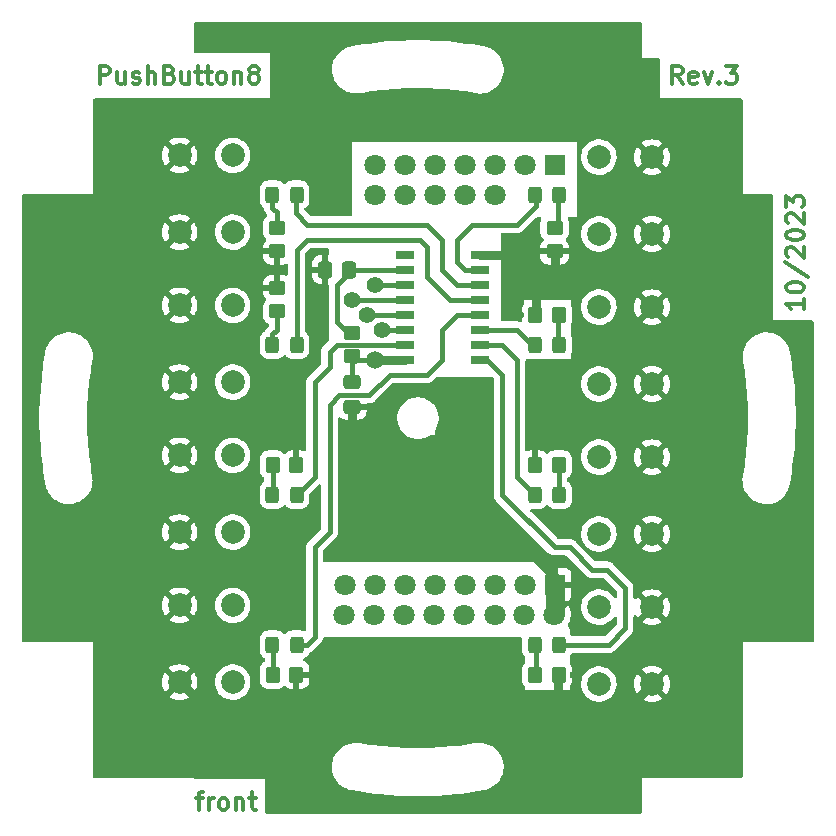
<source format=gbr>
G04 #@! TF.GenerationSoftware,KiCad,Pcbnew,6.0.11-2627ca5db0~126~ubuntu22.04.1*
G04 #@! TF.CreationDate,2023-12-06T10:13:38+01:00*
G04 #@! TF.ProjectId,pushbutton8,70757368-6275-4747-946f-6e382e6b6963,3*
G04 #@! TF.SameCoordinates,PX6657f38PY8eeaea0*
G04 #@! TF.FileFunction,Copper,L1,Top*
G04 #@! TF.FilePolarity,Positive*
%FSLAX46Y46*%
G04 Gerber Fmt 4.6, Leading zero omitted, Abs format (unit mm)*
G04 Created by KiCad (PCBNEW 6.0.11-2627ca5db0~126~ubuntu22.04.1) date 2023-12-06 10:13:38*
%MOMM*%
%LPD*%
G01*
G04 APERTURE LIST*
G04 Aperture macros list*
%AMRoundRect*
0 Rectangle with rounded corners*
0 $1 Rounding radius*
0 $2 $3 $4 $5 $6 $7 $8 $9 X,Y pos of 4 corners*
0 Add a 4 corners polygon primitive as box body*
4,1,4,$2,$3,$4,$5,$6,$7,$8,$9,$2,$3,0*
0 Add four circle primitives for the rounded corners*
1,1,$1+$1,$2,$3*
1,1,$1+$1,$4,$5*
1,1,$1+$1,$6,$7*
1,1,$1+$1,$8,$9*
0 Add four rect primitives between the rounded corners*
20,1,$1+$1,$2,$3,$4,$5,0*
20,1,$1+$1,$4,$5,$6,$7,0*
20,1,$1+$1,$6,$7,$8,$9,0*
20,1,$1+$1,$8,$9,$2,$3,0*%
G04 Aperture macros list end*
%ADD10C,0.300000*%
G04 #@! TA.AperFunction,NonConductor*
%ADD11C,0.300000*%
G04 #@! TD*
G04 #@! TA.AperFunction,SMDPad,CuDef*
%ADD12RoundRect,0.250000X-0.475000X0.337500X-0.475000X-0.337500X0.475000X-0.337500X0.475000X0.337500X0*%
G04 #@! TD*
G04 #@! TA.AperFunction,SMDPad,CuDef*
%ADD13RoundRect,0.250000X0.337500X0.475000X-0.337500X0.475000X-0.337500X-0.475000X0.337500X-0.475000X0*%
G04 #@! TD*
G04 #@! TA.AperFunction,SMDPad,CuDef*
%ADD14RoundRect,0.250000X0.325000X0.450000X-0.325000X0.450000X-0.325000X-0.450000X0.325000X-0.450000X0*%
G04 #@! TD*
G04 #@! TA.AperFunction,SMDPad,CuDef*
%ADD15RoundRect,0.250000X-0.325000X-0.450000X0.325000X-0.450000X0.325000X0.450000X-0.325000X0.450000X0*%
G04 #@! TD*
G04 #@! TA.AperFunction,SMDPad,CuDef*
%ADD16RoundRect,0.250000X-0.450000X0.350000X-0.450000X-0.350000X0.450000X-0.350000X0.450000X0.350000X0*%
G04 #@! TD*
G04 #@! TA.AperFunction,SMDPad,CuDef*
%ADD17RoundRect,0.250000X0.450000X-0.350000X0.450000X0.350000X-0.450000X0.350000X-0.450000X-0.350000X0*%
G04 #@! TD*
G04 #@! TA.AperFunction,SMDPad,CuDef*
%ADD18RoundRect,0.250000X-0.350000X-0.450000X0.350000X-0.450000X0.350000X0.450000X-0.350000X0.450000X0*%
G04 #@! TD*
G04 #@! TA.AperFunction,SMDPad,CuDef*
%ADD19RoundRect,0.250000X0.350000X0.450000X-0.350000X0.450000X-0.350000X-0.450000X0.350000X-0.450000X0*%
G04 #@! TD*
G04 #@! TA.AperFunction,ComponentPad*
%ADD20C,2.000000*%
G04 #@! TD*
G04 #@! TA.AperFunction,SMDPad,CuDef*
%ADD21R,1.500000X0.762000*%
G04 #@! TD*
G04 #@! TA.AperFunction,ComponentPad*
%ADD22R,1.800000X1.800000*%
G04 #@! TD*
G04 #@! TA.AperFunction,ComponentPad*
%ADD23C,1.800000*%
G04 #@! TD*
G04 #@! TA.AperFunction,ViaPad*
%ADD24C,1.500000*%
G04 #@! TD*
G04 #@! TA.AperFunction,ViaPad*
%ADD25C,1.400000*%
G04 #@! TD*
G04 #@! TA.AperFunction,Conductor*
%ADD26C,0.400000*%
G04 #@! TD*
G04 #@! TA.AperFunction,Conductor*
%ADD27C,0.800000*%
G04 #@! TD*
G04 #@! TA.AperFunction,Conductor*
%ADD28C,1.600000*%
G04 #@! TD*
G04 APERTURE END LIST*
D10*
D11*
X42594285Y50681429D02*
X42094285Y51395715D01*
X41737142Y50681429D02*
X41737142Y52181429D01*
X42308571Y52181429D01*
X42451428Y52110000D01*
X42522857Y52038572D01*
X42594285Y51895715D01*
X42594285Y51681429D01*
X42522857Y51538572D01*
X42451428Y51467143D01*
X42308571Y51395715D01*
X41737142Y51395715D01*
X43808571Y50752858D02*
X43665714Y50681429D01*
X43380000Y50681429D01*
X43237142Y50752858D01*
X43165714Y50895715D01*
X43165714Y51467143D01*
X43237142Y51610000D01*
X43380000Y51681429D01*
X43665714Y51681429D01*
X43808571Y51610000D01*
X43880000Y51467143D01*
X43880000Y51324286D01*
X43165714Y51181429D01*
X44380000Y51681429D02*
X44737142Y50681429D01*
X45094285Y51681429D01*
X45665714Y50824286D02*
X45737142Y50752858D01*
X45665714Y50681429D01*
X45594285Y50752858D01*
X45665714Y50824286D01*
X45665714Y50681429D01*
X46237142Y52181429D02*
X47165714Y52181429D01*
X46665714Y51610000D01*
X46880000Y51610000D01*
X47022857Y51538572D01*
X47094285Y51467143D01*
X47165714Y51324286D01*
X47165714Y50967143D01*
X47094285Y50824286D01*
X47022857Y50752858D01*
X46880000Y50681429D01*
X46451428Y50681429D01*
X46308571Y50752858D01*
X46237142Y50824286D01*
D10*
D11*
X-6762858Y50681429D02*
X-6762858Y52181429D01*
X-6191429Y52181429D01*
X-6048572Y52110000D01*
X-5977143Y52038572D01*
X-5905715Y51895715D01*
X-5905715Y51681429D01*
X-5977143Y51538572D01*
X-6048572Y51467143D01*
X-6191429Y51395715D01*
X-6762858Y51395715D01*
X-4620000Y51681429D02*
X-4620000Y50681429D01*
X-5262858Y51681429D02*
X-5262858Y50895715D01*
X-5191429Y50752858D01*
X-5048572Y50681429D01*
X-4834286Y50681429D01*
X-4691429Y50752858D01*
X-4620000Y50824286D01*
X-3977143Y50752858D02*
X-3834286Y50681429D01*
X-3548572Y50681429D01*
X-3405715Y50752858D01*
X-3334286Y50895715D01*
X-3334286Y50967143D01*
X-3405715Y51110000D01*
X-3548572Y51181429D01*
X-3762858Y51181429D01*
X-3905715Y51252858D01*
X-3977143Y51395715D01*
X-3977143Y51467143D01*
X-3905715Y51610000D01*
X-3762858Y51681429D01*
X-3548572Y51681429D01*
X-3405715Y51610000D01*
X-2691429Y50681429D02*
X-2691429Y52181429D01*
X-2048572Y50681429D02*
X-2048572Y51467143D01*
X-2120000Y51610000D01*
X-2262858Y51681429D01*
X-2477143Y51681429D01*
X-2620000Y51610000D01*
X-2691429Y51538572D01*
X-834286Y51467143D02*
X-620000Y51395715D01*
X-548572Y51324286D01*
X-477143Y51181429D01*
X-477143Y50967143D01*
X-548572Y50824286D01*
X-620000Y50752858D01*
X-762858Y50681429D01*
X-1334286Y50681429D01*
X-1334286Y52181429D01*
X-834286Y52181429D01*
X-691429Y52110000D01*
X-620000Y52038572D01*
X-548572Y51895715D01*
X-548572Y51752858D01*
X-620000Y51610000D01*
X-691429Y51538572D01*
X-834286Y51467143D01*
X-1334286Y51467143D01*
X808571Y51681429D02*
X808571Y50681429D01*
X165714Y51681429D02*
X165714Y50895715D01*
X237142Y50752858D01*
X380000Y50681429D01*
X594285Y50681429D01*
X737142Y50752858D01*
X808571Y50824286D01*
X1308571Y51681429D02*
X1880000Y51681429D01*
X1522857Y52181429D02*
X1522857Y50895715D01*
X1594285Y50752858D01*
X1737142Y50681429D01*
X1880000Y50681429D01*
X2165714Y51681429D02*
X2737142Y51681429D01*
X2380000Y52181429D02*
X2380000Y50895715D01*
X2451428Y50752858D01*
X2594285Y50681429D01*
X2737142Y50681429D01*
X3451428Y50681429D02*
X3308571Y50752858D01*
X3237142Y50824286D01*
X3165714Y50967143D01*
X3165714Y51395715D01*
X3237142Y51538572D01*
X3308571Y51610000D01*
X3451428Y51681429D01*
X3665714Y51681429D01*
X3808571Y51610000D01*
X3880000Y51538572D01*
X3951428Y51395715D01*
X3951428Y50967143D01*
X3880000Y50824286D01*
X3808571Y50752858D01*
X3665714Y50681429D01*
X3451428Y50681429D01*
X4594285Y51681429D02*
X4594285Y50681429D01*
X4594285Y51538572D02*
X4665714Y51610000D01*
X4808571Y51681429D01*
X5022857Y51681429D01*
X5165714Y51610000D01*
X5237142Y51467143D01*
X5237142Y50681429D01*
X6165714Y51538572D02*
X6022857Y51610000D01*
X5951428Y51681429D01*
X5880000Y51824286D01*
X5880000Y51895715D01*
X5951428Y52038572D01*
X6022857Y52110000D01*
X6165714Y52181429D01*
X6451428Y52181429D01*
X6594285Y52110000D01*
X6665714Y52038572D01*
X6737142Y51895715D01*
X6737142Y51824286D01*
X6665714Y51681429D01*
X6594285Y51610000D01*
X6451428Y51538572D01*
X6165714Y51538572D01*
X6022857Y51467143D01*
X5951428Y51395715D01*
X5880000Y51252858D01*
X5880000Y50967143D01*
X5951428Y50824286D01*
X6022857Y50752858D01*
X6165714Y50681429D01*
X6451428Y50681429D01*
X6594285Y50752858D01*
X6665714Y50824286D01*
X6737142Y50967143D01*
X6737142Y51252858D01*
X6665714Y51395715D01*
X6594285Y51467143D01*
X6451428Y51538572D01*
D10*
D11*
X52863571Y32431429D02*
X52863571Y31574286D01*
X52863571Y32002858D02*
X51363571Y32002858D01*
X51577857Y31860000D01*
X51720714Y31717143D01*
X51792142Y31574286D01*
X51363571Y33360000D02*
X51363571Y33502858D01*
X51435000Y33645715D01*
X51506428Y33717143D01*
X51649285Y33788572D01*
X51935000Y33860000D01*
X52292142Y33860000D01*
X52577857Y33788572D01*
X52720714Y33717143D01*
X52792142Y33645715D01*
X52863571Y33502858D01*
X52863571Y33360000D01*
X52792142Y33217143D01*
X52720714Y33145715D01*
X52577857Y33074286D01*
X52292142Y33002858D01*
X51935000Y33002858D01*
X51649285Y33074286D01*
X51506428Y33145715D01*
X51435000Y33217143D01*
X51363571Y33360000D01*
X51292142Y35574286D02*
X53220714Y34288572D01*
X51506428Y36002858D02*
X51435000Y36074286D01*
X51363571Y36217143D01*
X51363571Y36574286D01*
X51435000Y36717143D01*
X51506428Y36788572D01*
X51649285Y36860000D01*
X51792142Y36860000D01*
X52006428Y36788572D01*
X52863571Y35931429D01*
X52863571Y36860000D01*
X51363571Y37788572D02*
X51363571Y37931429D01*
X51435000Y38074286D01*
X51506428Y38145715D01*
X51649285Y38217143D01*
X51935000Y38288572D01*
X52292142Y38288572D01*
X52577857Y38217143D01*
X52720714Y38145715D01*
X52792142Y38074286D01*
X52863571Y37931429D01*
X52863571Y37788572D01*
X52792142Y37645715D01*
X52720714Y37574286D01*
X52577857Y37502858D01*
X52292142Y37431429D01*
X51935000Y37431429D01*
X51649285Y37502858D01*
X51506428Y37574286D01*
X51435000Y37645715D01*
X51363571Y37788572D01*
X51506428Y38860000D02*
X51435000Y38931429D01*
X51363571Y39074286D01*
X51363571Y39431429D01*
X51435000Y39574286D01*
X51506428Y39645715D01*
X51649285Y39717143D01*
X51792142Y39717143D01*
X52006428Y39645715D01*
X52863571Y38788572D01*
X52863571Y39717143D01*
X51363571Y40217143D02*
X51363571Y41145715D01*
X51935000Y40645715D01*
X51935000Y40860000D01*
X52006428Y41002858D01*
X52077857Y41074286D01*
X52220714Y41145715D01*
X52577857Y41145715D01*
X52720714Y41074286D01*
X52792142Y41002858D01*
X52863571Y40860000D01*
X52863571Y40431429D01*
X52792142Y40288572D01*
X52720714Y40217143D01*
D10*
D11*
X1399285Y-9818571D02*
X1970714Y-9818571D01*
X1613571Y-10818571D02*
X1613571Y-9532857D01*
X1685000Y-9390000D01*
X1827857Y-9318571D01*
X1970714Y-9318571D01*
X2470714Y-10818571D02*
X2470714Y-9818571D01*
X2470714Y-10104285D02*
X2542142Y-9961428D01*
X2613571Y-9890000D01*
X2756428Y-9818571D01*
X2899285Y-9818571D01*
X3613571Y-10818571D02*
X3470714Y-10747142D01*
X3399285Y-10675714D01*
X3327857Y-10532857D01*
X3327857Y-10104285D01*
X3399285Y-9961428D01*
X3470714Y-9890000D01*
X3613571Y-9818571D01*
X3827857Y-9818571D01*
X3970714Y-9890000D01*
X4042142Y-9961428D01*
X4113571Y-10104285D01*
X4113571Y-10532857D01*
X4042142Y-10675714D01*
X3970714Y-10747142D01*
X3827857Y-10818571D01*
X3613571Y-10818571D01*
X4756428Y-9818571D02*
X4756428Y-10818571D01*
X4756428Y-9961428D02*
X4827857Y-9890000D01*
X4970714Y-9818571D01*
X5185000Y-9818571D01*
X5327857Y-9890000D01*
X5399285Y-10032857D01*
X5399285Y-10818571D01*
X5899285Y-9818571D02*
X6470714Y-9818571D01*
X6113571Y-9318571D02*
X6113571Y-10604285D01*
X6185000Y-10747142D01*
X6327857Y-10818571D01*
X6470714Y-10818571D01*
D12*
X14605000Y25400000D03*
X14605000Y23325000D03*
D13*
X14372500Y34925000D03*
X12297500Y34925000D03*
D14*
X9915000Y41275000D03*
X7865000Y41275000D03*
X9915000Y28575000D03*
X7865000Y28575000D03*
X9915000Y15875000D03*
X7865000Y15875000D03*
X9915000Y3175000D03*
X7865000Y3175000D03*
D15*
X30090000Y41275000D03*
X32140000Y41275000D03*
X30090000Y28575000D03*
X32140000Y28575000D03*
X30090000Y15875000D03*
X32140000Y15875000D03*
D14*
X32140000Y3175000D03*
X30090000Y3175000D03*
D16*
X8255000Y38465000D03*
X8255000Y36465000D03*
D17*
X8255000Y31385000D03*
X8255000Y33385000D03*
D18*
X7890000Y18415000D03*
X9890000Y18415000D03*
X7890000Y635000D03*
X9890000Y635000D03*
D16*
X31750000Y38465000D03*
X31750000Y36465000D03*
D19*
X32115000Y31115000D03*
X30115000Y31115000D03*
X32115000Y18415000D03*
X30115000Y18415000D03*
D18*
X30115000Y635000D03*
X32115000Y635000D03*
D17*
X14605000Y27575000D03*
X14605000Y29575000D03*
D20*
X0Y38100000D03*
X0Y44600000D03*
X4500000Y38100000D03*
X4500000Y44600000D03*
X0Y25400000D03*
X0Y31900000D03*
X4500000Y25400000D03*
X4500000Y31900000D03*
X0Y12700000D03*
X0Y19200000D03*
X4500000Y19200000D03*
X4500000Y12700000D03*
X0Y6500000D03*
X0Y0D03*
X4500000Y0D03*
X4500000Y6500000D03*
X40005000Y44450000D03*
X40005000Y37950000D03*
X35505000Y44450000D03*
X35505000Y37950000D03*
X40005000Y25250000D03*
X40005000Y31750000D03*
X35505000Y25250000D03*
X35505000Y31750000D03*
X40005000Y12550000D03*
X40005000Y19050000D03*
X35505000Y12550000D03*
X35505000Y19050000D03*
X40005000Y-150000D03*
X40005000Y6350000D03*
X35505000Y-150000D03*
X35505000Y6350000D03*
D21*
X25400000Y27305000D03*
X25400000Y28575000D03*
X25400000Y29845000D03*
X25400000Y31115000D03*
X25400000Y32385000D03*
X25400000Y33655000D03*
X25400000Y34925000D03*
X25400000Y36195000D03*
X19050000Y36195000D03*
X19050000Y34925000D03*
X19050000Y33655000D03*
X19050000Y32385000D03*
X19050000Y31115000D03*
X19050000Y29845000D03*
X19050000Y28575000D03*
X19050000Y27305000D03*
D22*
X31750000Y8255000D03*
D23*
X31720000Y5715000D03*
X29210000Y8255000D03*
X29180000Y5715000D03*
X26670000Y8255000D03*
X26670000Y5715000D03*
X24130000Y8255000D03*
X24100000Y5715000D03*
X21590000Y8255000D03*
X21560000Y5715000D03*
X19050000Y8255000D03*
X19020000Y5715000D03*
X16510000Y8255000D03*
X16480000Y5715000D03*
X13970000Y8255000D03*
X13940000Y5715000D03*
D22*
X31750000Y43815000D03*
D23*
X29210000Y43815000D03*
X26670000Y43815000D03*
X26670000Y41275000D03*
X24130000Y43815000D03*
X24130000Y41275000D03*
X21590000Y43815000D03*
X21590000Y41275000D03*
X19050000Y43815000D03*
X19050000Y41275000D03*
X16510000Y43815000D03*
X16510000Y41275000D03*
D24*
X16510000Y27305000D03*
D25*
X16510000Y33655000D03*
X17145000Y29845000D03*
X14605000Y32385000D03*
X15875000Y31115000D03*
D26*
X16510000Y27305000D02*
X14922500Y27305000D01*
D27*
X19050000Y27305000D02*
X16510000Y27305000D01*
D26*
X14605000Y26987500D02*
X14605000Y25400000D01*
X14922500Y27305000D02*
X14605000Y26987500D01*
D27*
X485000Y0D02*
X0Y0D01*
X37615000Y-2540000D02*
X32385000Y-2540000D01*
X32067500Y-2222500D02*
X32385000Y-2540000D01*
X30162500Y33337500D02*
X30797500Y33972500D01*
X28575000Y36195000D02*
X30797500Y33972500D01*
X30797500Y33972500D02*
X31750000Y34925000D01*
D28*
X31750000Y8255000D02*
X31750000Y5745000D01*
D27*
X30162500Y31115000D02*
X30162500Y33337500D01*
X31750000Y5745000D02*
X31720000Y5715000D01*
X40005000Y-150000D02*
X37615000Y-2540000D01*
X2540000Y-2540000D02*
X0Y0D01*
X32067500Y635000D02*
X32067500Y-2222500D01*
X31750000Y8255000D02*
X31750000Y8890000D01*
X14605000Y23325000D02*
X14605000Y20320000D01*
X25400000Y36195000D02*
X28575000Y36195000D01*
X24765000Y15875000D02*
X19050000Y15875000D01*
X31750000Y8890000D02*
X24765000Y15875000D01*
X31750000Y36512500D02*
X31750000Y34925000D01*
X32385000Y-2540000D02*
X2540000Y-2540000D01*
X19050000Y15875000D02*
X14605000Y20320000D01*
D26*
X13335000Y30480000D02*
X13335000Y33655000D01*
X14287500Y29527500D02*
X13335000Y30480000D01*
X14605000Y29527500D02*
X14287500Y29527500D01*
X14605000Y34925000D02*
X19050000Y34925000D01*
X13335000Y33655000D02*
X14605000Y34925000D01*
X7865000Y41275000D02*
X7865000Y40180000D01*
X8255000Y39790000D02*
X8255000Y38465000D01*
X7865000Y40180000D02*
X8255000Y39790000D01*
X8255000Y29845000D02*
X8255000Y31385000D01*
X7865000Y28575000D02*
X7865000Y29455000D01*
X7865000Y29455000D02*
X8255000Y29845000D01*
X7890000Y15900000D02*
X7865000Y15875000D01*
X7890000Y18415000D02*
X7890000Y15900000D01*
X7937500Y635000D02*
X7937500Y3175000D01*
X24130000Y34925000D02*
X23495000Y35560000D01*
X23495000Y35560000D02*
X23495000Y37465000D01*
X23495000Y37465000D02*
X24765000Y38735000D01*
X24765000Y38735000D02*
X28575000Y38735000D01*
X28575000Y38735000D02*
X30162500Y40322500D01*
X30162500Y40322500D02*
X30162500Y41275000D01*
X25400000Y34925000D02*
X24130000Y34925000D01*
X32067500Y38735000D02*
X31750000Y38417500D01*
X32067500Y41275000D02*
X32067500Y38735000D01*
X29845000Y28575000D02*
X28575000Y29845000D01*
X28575000Y29845000D02*
X25400000Y29845000D01*
X30162500Y28575000D02*
X29845000Y28575000D01*
X32067500Y31115000D02*
X32067500Y28575000D01*
X30090000Y15875000D02*
X28575000Y17390000D01*
X27305000Y28575000D02*
X25400000Y28575000D01*
X28575000Y27305000D02*
X27305000Y28575000D01*
X28575000Y17390000D02*
X28575000Y27305000D01*
X32115000Y15900000D02*
X32140000Y15875000D01*
X32115000Y18415000D02*
X32115000Y15900000D01*
X36322000Y3175000D02*
X37719000Y4572000D01*
X37719000Y4572000D02*
X37719000Y8001000D01*
X37719000Y8001000D02*
X36195000Y9525000D01*
X36195000Y9525000D02*
X34925000Y9525000D01*
X34925000Y9525000D02*
X33020000Y11430000D01*
X33020000Y11430000D02*
X31750000Y11430000D01*
X26035000Y27305000D02*
X27305000Y26035000D01*
X27305000Y26035000D02*
X27305000Y15875000D01*
X27305000Y15875000D02*
X31750000Y11430000D01*
X25400000Y27305000D02*
X26035000Y27305000D01*
X36322000Y3175000D02*
X32067500Y3175000D01*
X30162500Y3175000D02*
X30162500Y635000D01*
X19050000Y33655000D02*
X16510000Y33655000D01*
X19050000Y29845000D02*
X17145000Y29845000D01*
X19050000Y32385000D02*
X14605000Y32385000D01*
X19050000Y31115000D02*
X15875000Y31115000D01*
X11430000Y25400000D02*
X11430000Y17390000D01*
X19050000Y28575000D02*
X13292880Y28575000D01*
X11430000Y17390000D02*
X9915000Y15875000D01*
X12700000Y27982120D02*
X12700000Y26670000D01*
X13292880Y28575000D02*
X12700000Y27982120D01*
X12700000Y26670000D02*
X11430000Y25400000D01*
X12700000Y12700000D02*
X11430000Y11430000D01*
X22225000Y27305000D02*
X20955000Y26035000D01*
X16057500Y24312500D02*
X13517500Y24312500D01*
X11430000Y3810000D02*
X10795000Y3175000D01*
X22225000Y29845000D02*
X22225000Y27305000D01*
X10795000Y3175000D02*
X9842500Y3175000D01*
X17780000Y26035000D02*
X16057500Y24312500D01*
X25400000Y31115000D02*
X23495000Y31115000D01*
X11430000Y11430000D02*
X11430000Y3810000D01*
X12700000Y23495000D02*
X12700000Y12700000D01*
X13517500Y24312500D02*
X12700000Y23495000D01*
X20955000Y26035000D02*
X17780000Y26035000D01*
X23495000Y31115000D02*
X22225000Y29845000D01*
X20955000Y38735000D02*
X22225000Y37465000D01*
X22225000Y34925000D02*
X23495000Y33655000D01*
X10795000Y38735000D02*
X20955000Y38735000D01*
X9842500Y41275000D02*
X9842500Y39687500D01*
X9842500Y39687500D02*
X10795000Y38735000D01*
X22225000Y37465000D02*
X22225000Y34925000D01*
X23495000Y33655000D02*
X25400000Y33655000D01*
X20955000Y36830000D02*
X20955000Y34290000D01*
X22860000Y32385000D02*
X25400000Y32385000D01*
X20955000Y34290000D02*
X22860000Y32385000D01*
X9915000Y28575000D02*
X9915000Y36585000D01*
X20320000Y37465000D02*
X20955000Y36830000D01*
X10795000Y37465000D02*
X20320000Y37465000D01*
X9915000Y36585000D02*
X10795000Y37465000D01*
G04 #@! TA.AperFunction,Conductor*
G36*
X39110000Y55839538D02*
G01*
X39164538Y55785000D01*
X39184500Y55710500D01*
X39184500Y53368550D01*
X39184497Y53367640D01*
X39184031Y53291376D01*
X39184754Y53288848D01*
X39185000Y53285235D01*
X39185000Y52860000D01*
X39608747Y52860000D01*
X39610259Y52859888D01*
X39610259Y52859907D01*
X39611560Y52859899D01*
X39644317Y52859699D01*
X39644883Y52859675D01*
X39646009Y52859500D01*
X39676450Y52859500D01*
X39677360Y52859497D01*
X39753624Y52859031D01*
X39754999Y52859424D01*
X39756116Y52859500D01*
X40535500Y52859500D01*
X40610000Y52839538D01*
X40664538Y52785000D01*
X40684500Y52710500D01*
X40684500Y49427000D01*
X47535500Y49427000D01*
X47610000Y49407038D01*
X47664538Y49352500D01*
X47684500Y49278000D01*
X47684500Y41868550D01*
X47684497Y41867640D01*
X47684202Y41819308D01*
X47684031Y41791376D01*
X47684754Y41788848D01*
X47685000Y41785235D01*
X47685000Y41360000D01*
X48108747Y41360000D01*
X48110259Y41359888D01*
X48110259Y41359907D01*
X48111560Y41359899D01*
X48144317Y41359699D01*
X48144883Y41359675D01*
X48146009Y41359500D01*
X48176450Y41359500D01*
X48177360Y41359497D01*
X48253624Y41359031D01*
X48254999Y41359424D01*
X48256116Y41359500D01*
X50103000Y41359500D01*
X50177500Y41339538D01*
X50232038Y41285000D01*
X50252000Y41210500D01*
X50252000Y30638072D01*
X53535500Y30638072D01*
X53610000Y30618110D01*
X53664538Y30563572D01*
X53684500Y30489072D01*
X53684500Y3509500D01*
X53664538Y3435000D01*
X53610000Y3380462D01*
X53535500Y3360500D01*
X48193550Y3360500D01*
X48192640Y3360503D01*
X48123782Y3360924D01*
X48123779Y3360924D01*
X48116376Y3360969D01*
X48113848Y3360246D01*
X48110235Y3360000D01*
X47685000Y3360000D01*
X47685000Y2936253D01*
X47684888Y2934741D01*
X47684907Y2934741D01*
X47684699Y2900692D01*
X47684675Y2900117D01*
X47684500Y2898991D01*
X47684500Y2868550D01*
X47684497Y2867640D01*
X47684031Y2791376D01*
X47684424Y2790001D01*
X47684500Y2788884D01*
X47684500Y-7990500D01*
X47664538Y-8065000D01*
X47610000Y-8119538D01*
X47535500Y-8139500D01*
X39693550Y-8139500D01*
X39692640Y-8139497D01*
X39623782Y-8139076D01*
X39623779Y-8139076D01*
X39616376Y-8139031D01*
X39613848Y-8139754D01*
X39610235Y-8140000D01*
X39185000Y-8140000D01*
X39185000Y-8563747D01*
X39184888Y-8565259D01*
X39184907Y-8565259D01*
X39184699Y-8599308D01*
X39184675Y-8599883D01*
X39184500Y-8601009D01*
X39184500Y-8631450D01*
X39184497Y-8632360D01*
X39184031Y-8708624D01*
X39184424Y-8709999D01*
X39184500Y-8711116D01*
X39184500Y-10990500D01*
X39164538Y-11065000D01*
X39110000Y-11119538D01*
X39035500Y-11139500D01*
X7413072Y-11139500D01*
X7338572Y-11119538D01*
X7284034Y-11065000D01*
X7264072Y-10990500D01*
X7264072Y-8207000D01*
X1306538Y-8207000D01*
X1232038Y-8187038D01*
X1201179Y-8163359D01*
X1185000Y-8147180D01*
X1185000Y-8140000D01*
X761253Y-8140000D01*
X759741Y-8139888D01*
X759741Y-8139907D01*
X758440Y-8139899D01*
X725683Y-8139699D01*
X725117Y-8139675D01*
X723991Y-8139500D01*
X693550Y-8139500D01*
X692640Y-8139497D01*
X692675Y-8139497D01*
X616376Y-8139031D01*
X615001Y-8139424D01*
X613884Y-8139500D01*
X-7165500Y-8139500D01*
X-7240000Y-8119538D01*
X-7294538Y-8065000D01*
X-7314500Y-7990500D01*
X-7314500Y-7262014D01*
X12911892Y-7262014D01*
X12944704Y-7533985D01*
X12945977Y-7538860D01*
X13006448Y-7770468D01*
X13013908Y-7799042D01*
X13118239Y-8052340D01*
X13255788Y-8289246D01*
X13424042Y-8505430D01*
X13619922Y-8696938D01*
X13839849Y-8860268D01*
X14079800Y-8992435D01*
X14335389Y-9091021D01*
X14340289Y-9092183D01*
X14340296Y-9092185D01*
X14565282Y-9145531D01*
X14574613Y-9148290D01*
X14579115Y-9149512D01*
X14584530Y-9151442D01*
X14589474Y-9152382D01*
X14589710Y-9152463D01*
X14591999Y-9152873D01*
X14592007Y-9152875D01*
X14592366Y-9152939D01*
X14593901Y-9153223D01*
X14596668Y-9153749D01*
X14596933Y-9153758D01*
X14601871Y-9154643D01*
X14607628Y-9154775D01*
X14609113Y-9154924D01*
X14617902Y-9156072D01*
X15603965Y-9314828D01*
X15603971Y-9314829D01*
X15605096Y-9315010D01*
X15976069Y-9362644D01*
X16616847Y-9444921D01*
X16616873Y-9444924D01*
X16618003Y-9445069D01*
X16619157Y-9445180D01*
X16619176Y-9445182D01*
X17034870Y-9485118D01*
X17634545Y-9542730D01*
X18653686Y-9607893D01*
X18654877Y-9607931D01*
X18654897Y-9607932D01*
X19673195Y-9640452D01*
X19673203Y-9640452D01*
X19674389Y-9640490D01*
X20695611Y-9640490D01*
X20696797Y-9640452D01*
X20696805Y-9640452D01*
X21715103Y-9607932D01*
X21715123Y-9607931D01*
X21716314Y-9607893D01*
X22735455Y-9542730D01*
X23335130Y-9485118D01*
X23750824Y-9445182D01*
X23750843Y-9445180D01*
X23751997Y-9445069D01*
X23753127Y-9444924D01*
X23753153Y-9444921D01*
X24393931Y-9362644D01*
X24764904Y-9315010D01*
X24766030Y-9314829D01*
X24766035Y-9314828D01*
X25746411Y-9156988D01*
X25755999Y-9155804D01*
X25761142Y-9155758D01*
X25766820Y-9154822D01*
X25766823Y-9154822D01*
X25767649Y-9154686D01*
X25767654Y-9154685D01*
X25773332Y-9153749D01*
X25778797Y-9151951D01*
X25778805Y-9151949D01*
X25806316Y-9142897D01*
X25808079Y-9142380D01*
X25810551Y-9141940D01*
X25840520Y-9131657D01*
X25842311Y-9131055D01*
X25902350Y-9111303D01*
X25902352Y-9111302D01*
X25909517Y-9108945D01*
X25911858Y-9107335D01*
X25913946Y-9106464D01*
X25955562Y-9092185D01*
X26017523Y-9070925D01*
X26042863Y-9064649D01*
X26057476Y-9062365D01*
X26069244Y-9058601D01*
X26074388Y-9056027D01*
X26077024Y-9054953D01*
X26081886Y-9052745D01*
X26277961Y-8972400D01*
X26317982Y-8956001D01*
X26551022Y-8821588D01*
X26763969Y-8657187D01*
X26767478Y-8653633D01*
X26767484Y-8653628D01*
X26949478Y-8469315D01*
X26949480Y-8469313D01*
X26952991Y-8465757D01*
X26967646Y-8446270D01*
X27111675Y-8254745D01*
X27111675Y-8254744D01*
X27114683Y-8250745D01*
X27135253Y-8214016D01*
X27243693Y-8020382D01*
X27246135Y-8016022D01*
X27344981Y-7765814D01*
X27346177Y-7760966D01*
X27346180Y-7760958D01*
X27408243Y-7509476D01*
X27409440Y-7504626D01*
X27434083Y-7276652D01*
X27437814Y-7242141D01*
X27437814Y-7242133D01*
X27438352Y-7237159D01*
X27431197Y-6968229D01*
X27420758Y-6903899D01*
X27393359Y-6735067D01*
X27388103Y-6702678D01*
X27309847Y-6445287D01*
X27197836Y-6200689D01*
X27054089Y-5973288D01*
X27049621Y-5967962D01*
X26884414Y-5771018D01*
X26884408Y-5771012D01*
X26881192Y-5767178D01*
X26695982Y-5598563D01*
X26685960Y-5589439D01*
X26685957Y-5589436D01*
X26682259Y-5586070D01*
X26460871Y-5433225D01*
X26221014Y-5311394D01*
X26216284Y-5309744D01*
X26216280Y-5309742D01*
X25971728Y-5224418D01*
X25967005Y-5222770D01*
X25703419Y-5168949D01*
X25698436Y-5168614D01*
X25698429Y-5168613D01*
X25468123Y-5153128D01*
X25453399Y-5151399D01*
X25453398Y-5151399D01*
X25447354Y-5150382D01*
X25441185Y-5150307D01*
X25440754Y-5150301D01*
X25440750Y-5150301D01*
X25435000Y-5150231D01*
X25429302Y-5151047D01*
X25409569Y-5153873D01*
X25388446Y-5155378D01*
X25254447Y-5155378D01*
X25250215Y-5155124D01*
X25245529Y-5153866D01*
X25234916Y-5154102D01*
X25234914Y-5154102D01*
X25179276Y-5155341D01*
X25175960Y-5155378D01*
X25149060Y-5155378D01*
X25144735Y-5155998D01*
X25140151Y-5156212D01*
X25125116Y-5156547D01*
X25102197Y-5157057D01*
X25084903Y-5162535D01*
X25061044Y-5167983D01*
X25043082Y-5170555D01*
X25039540Y-5172166D01*
X25036136Y-5172933D01*
X24120264Y-5319773D01*
X24115046Y-5320515D01*
X23767115Y-5363704D01*
X23135983Y-5442048D01*
X23130727Y-5442606D01*
X22147968Y-5529339D01*
X22142696Y-5529710D01*
X21157490Y-5581532D01*
X21152207Y-5581716D01*
X20878426Y-5586392D01*
X20165772Y-5598563D01*
X20160528Y-5598560D01*
X19174063Y-5580409D01*
X19168827Y-5580220D01*
X18183645Y-5527094D01*
X18178421Y-5526720D01*
X17195724Y-5438684D01*
X17190524Y-5438125D01*
X16211602Y-5315296D01*
X16206370Y-5314545D01*
X16069720Y-5292451D01*
X15277152Y-5164306D01*
X15252302Y-5158056D01*
X15248725Y-5156821D01*
X15236823Y-5152711D01*
X15230040Y-5152386D01*
X15227482Y-5151799D01*
X15221986Y-5150082D01*
X15209767Y-5148257D01*
X15204005Y-5148293D01*
X15199329Y-5147960D01*
X15197953Y-5147917D01*
X15071769Y-5139279D01*
X14941432Y-5130355D01*
X14941425Y-5130355D01*
X14936400Y-5130011D01*
X14663072Y-5148344D01*
X14658143Y-5149355D01*
X14658135Y-5149356D01*
X14399649Y-5202372D01*
X14394715Y-5203384D01*
X14389962Y-5205053D01*
X14389957Y-5205054D01*
X14334799Y-5224418D01*
X14136238Y-5294125D01*
X13892365Y-5418909D01*
X13667557Y-5575452D01*
X13465924Y-5760894D01*
X13291152Y-5971843D01*
X13288490Y-5976121D01*
X13288489Y-5976123D01*
X13149099Y-6200164D01*
X13149095Y-6200171D01*
X13146438Y-6204442D01*
X13034427Y-6454438D01*
X13033003Y-6459281D01*
X13033003Y-6459282D01*
X13000337Y-6570407D01*
X12957167Y-6717261D01*
X12935112Y-6862620D01*
X12919837Y-6963291D01*
X12916072Y-6988103D01*
X12911892Y-7262014D01*
X-7314500Y-7262014D01*
X-7314500Y-1233102D01*
X-868029Y-1233102D01*
X-864820Y-1238662D01*
X-691729Y-1344733D01*
X-681324Y-1350034D01*
X-472844Y-1436389D01*
X-461750Y-1439994D01*
X-242320Y-1492675D01*
X-230804Y-1494499D01*
X-5832Y-1512204D01*
X5832Y-1512204D01*
X230804Y-1494499D01*
X242320Y-1492675D01*
X461750Y-1439994D01*
X472844Y-1436389D01*
X681324Y-1350034D01*
X691729Y-1344733D01*
X857168Y-1243351D01*
X868192Y-1231734D01*
X866368Y-1225578D01*
X13871Y-373081D01*
X0Y-365073D01*
X-13871Y-373081D01*
X-860021Y-1219231D01*
X-868029Y-1233102D01*
X-7314500Y-1233102D01*
X-7314500Y-5832D01*
X-1512204Y-5832D01*
X-1494499Y-230804D01*
X-1492675Y-242320D01*
X-1439994Y-461750D01*
X-1436389Y-472844D01*
X-1350034Y-681324D01*
X-1344733Y-691729D01*
X-1243351Y-857168D01*
X-1231734Y-868192D01*
X-1225578Y-866368D01*
X-373081Y-13871D01*
X-365073Y0D01*
X365073Y0D01*
X373081Y-13871D01*
X1219231Y-860021D01*
X1233102Y-868029D01*
X1238662Y-864820D01*
X1344733Y-691729D01*
X1350034Y-681324D01*
X1436389Y-472844D01*
X1439994Y-461750D01*
X1492675Y-242320D01*
X1494499Y-230804D01*
X1512204Y-5832D01*
X1512204Y5832D01*
X1509768Y36786D01*
X2994806Y36786D01*
X2997727Y-13871D01*
X3005577Y-150000D01*
X3009010Y-209545D01*
X3063255Y-450249D01*
X3156084Y-678861D01*
X3159278Y-684073D01*
X3270041Y-864820D01*
X3285006Y-889241D01*
X3446557Y-1075741D01*
X3451268Y-1079653D01*
X3451272Y-1079656D01*
X3561071Y-1170812D01*
X3636399Y-1233351D01*
X3849433Y-1357838D01*
X3855133Y-1360015D01*
X3855136Y-1360016D01*
X4074234Y-1443681D01*
X4074240Y-1443683D01*
X4079939Y-1445859D01*
X4085920Y-1447076D01*
X4085924Y-1447077D01*
X4174698Y-1465138D01*
X4321726Y-1495052D01*
X4327835Y-1495276D01*
X4562183Y-1503869D01*
X4562187Y-1503869D01*
X4568300Y-1504093D01*
X4813041Y-1472741D01*
X4946250Y-1432777D01*
X5043522Y-1403594D01*
X5043526Y-1403593D01*
X5049374Y-1401838D01*
X5270954Y-1293287D01*
X5471829Y-1150004D01*
X5604102Y-1018192D01*
X5642279Y-980148D01*
X5646605Y-975837D01*
X5679236Y-930427D01*
X5787021Y-780427D01*
X5790588Y-775463D01*
X5899911Y-554264D01*
X5948719Y-393620D01*
X5969862Y-324030D01*
X5969863Y-324026D01*
X5971639Y-318180D01*
X6003845Y-73550D01*
X6005643Y0D01*
X5994533Y135134D01*
X6789500Y135134D01*
X6789898Y131303D01*
X6789898Y131294D01*
X6793942Y92320D01*
X6800359Y30481D01*
X6802940Y22746D01*
X6802940Y22744D01*
X6846272Y-107137D01*
X6855744Y-135529D01*
X6947834Y-284345D01*
X6953953Y-290454D01*
X6953956Y-290457D01*
X7057300Y-393620D01*
X7071689Y-407984D01*
X7220666Y-499814D01*
X7228880Y-502538D01*
X7228881Y-502539D01*
X7379044Y-552347D01*
X7379047Y-552348D01*
X7386772Y-554910D01*
X7394869Y-555740D01*
X7394871Y-555740D01*
X7486345Y-565112D01*
X7486349Y-565112D01*
X7490134Y-565500D01*
X8289866Y-565500D01*
X8293697Y-565102D01*
X8293706Y-565102D01*
X8386407Y-555483D01*
X8386410Y-555482D01*
X8394519Y-554641D01*
X8402254Y-552060D01*
X8402256Y-552060D01*
X8552320Y-501995D01*
X8552322Y-501994D01*
X8560529Y-499256D01*
X8709345Y-407166D01*
X8715454Y-401047D01*
X8715457Y-401044D01*
X8779227Y-337162D01*
X8845988Y-298540D01*
X8923117Y-298472D01*
X8989946Y-336979D01*
X9060888Y-407799D01*
X9074377Y-418452D01*
X9210105Y-502115D01*
X9225693Y-509384D01*
X9377518Y-559743D01*
X9393333Y-563133D01*
X9485849Y-572612D01*
X9493444Y-573000D01*
X9616384Y-573000D01*
X9631855Y-568855D01*
X9636000Y-553384D01*
X9636000Y-553383D01*
X10144000Y-553383D01*
X10148145Y-568854D01*
X10163616Y-572999D01*
X10286503Y-572999D01*
X10294204Y-572600D01*
X10387953Y-562873D01*
X10403793Y-559453D01*
X10555524Y-508832D01*
X10571093Y-501539D01*
X10706669Y-417641D01*
X10720156Y-406952D01*
X10832795Y-294117D01*
X10843452Y-280623D01*
X10927115Y-144895D01*
X10934384Y-129307D01*
X10984743Y22518D01*
X10988133Y38333D01*
X10997612Y130849D01*
X10998000Y138444D01*
X10998000Y361384D01*
X10993855Y376855D01*
X10978384Y381000D01*
X10163616Y381000D01*
X10148145Y376855D01*
X10144000Y361384D01*
X10144000Y-553383D01*
X9636000Y-553383D01*
X9636000Y740000D01*
X9655962Y814500D01*
X9710500Y869038D01*
X9785000Y889000D01*
X10978383Y889000D01*
X10993854Y893145D01*
X10997999Y908616D01*
X10997999Y1131503D01*
X10997600Y1139204D01*
X10987873Y1232953D01*
X10984453Y1248793D01*
X10933832Y1400524D01*
X10926539Y1416093D01*
X10842641Y1551669D01*
X10831952Y1565156D01*
X10719117Y1677795D01*
X10705623Y1688452D01*
X10569897Y1772114D01*
X10565569Y1774132D01*
X10562652Y1776580D01*
X10562525Y1776658D01*
X10562536Y1776677D01*
X10506485Y1823709D01*
X10480106Y1896186D01*
X10493499Y1972142D01*
X10543076Y2031226D01*
X10558169Y2039957D01*
X10560529Y2040744D01*
X10567890Y2045299D01*
X10567892Y2045300D01*
X10700683Y2127474D01*
X10709345Y2132834D01*
X10715454Y2138953D01*
X10715457Y2138956D01*
X10826870Y2250564D01*
X10826871Y2250566D01*
X10832984Y2256689D01*
X10924814Y2405666D01*
X10927735Y2414474D01*
X10928009Y2414890D01*
X10931198Y2421728D01*
X10932202Y2421260D01*
X10970135Y2478901D01*
X11009268Y2504000D01*
X11056200Y2524602D01*
X11056203Y2524603D01*
X11056205Y2524604D01*
X11063424Y2527550D01*
X11113519Y2546479D01*
X11113522Y2546480D01*
X11121923Y2549655D01*
X11129324Y2554741D01*
X11137287Y2558904D01*
X11137375Y2558736D01*
X11138340Y2559273D01*
X11138244Y2559436D01*
X11145983Y2564013D01*
X11154202Y2567621D01*
X11161323Y2573085D01*
X11161326Y2573087D01*
X11203813Y2605689D01*
X11210122Y2610273D01*
X11254249Y2640601D01*
X11261651Y2645688D01*
X11302167Y2691162D01*
X11308057Y2697401D01*
X11904525Y3293868D01*
X11911935Y3300790D01*
X11947627Y3331926D01*
X11954396Y3337831D01*
X11959662Y3345323D01*
X11990350Y3388989D01*
X11994983Y3395228D01*
X12033584Y3444457D01*
X12037281Y3452645D01*
X12041936Y3460332D01*
X12042098Y3460234D01*
X12042644Y3461190D01*
X12042477Y3461280D01*
X12046725Y3469203D01*
X12051887Y3476547D01*
X12055150Y3484915D01*
X12074605Y3534812D01*
X12077626Y3542000D01*
X12099658Y3590797D01*
X12103355Y3598984D01*
X12104992Y3607817D01*
X12107679Y3616390D01*
X12107860Y3616333D01*
X12108162Y3617395D01*
X12107979Y3617442D01*
X12110213Y3626143D01*
X12113476Y3634513D01*
X12119523Y3680447D01*
X12149038Y3751705D01*
X12210227Y3798658D01*
X12267248Y3810000D01*
X28865500Y3810000D01*
X28940000Y3790038D01*
X28994538Y3735500D01*
X29014500Y3661000D01*
X29014500Y2675134D01*
X29014898Y2671303D01*
X29014898Y2671294D01*
X29024517Y2578593D01*
X29025359Y2570481D01*
X29027940Y2562746D01*
X29027940Y2562744D01*
X29074987Y2421728D01*
X29080744Y2404471D01*
X29172834Y2255655D01*
X29178008Y2250490D01*
X29208402Y2180255D01*
X29210000Y2158489D01*
X29210000Y1651530D01*
X29190038Y1577030D01*
X29178046Y1559351D01*
X29172016Y1553311D01*
X29167474Y1545942D01*
X29167471Y1545938D01*
X29111843Y1455691D01*
X29080186Y1404334D01*
X29077462Y1396120D01*
X29077461Y1396119D01*
X29029092Y1250292D01*
X29025090Y1238228D01*
X29024260Y1230131D01*
X29024260Y1230129D01*
X29014944Y1139204D01*
X29014500Y1134866D01*
X29014500Y135134D01*
X29014898Y131303D01*
X29014898Y131294D01*
X29018942Y92320D01*
X29025359Y30481D01*
X29027940Y22746D01*
X29027940Y22744D01*
X29071272Y-107137D01*
X29080744Y-135529D01*
X29172834Y-284345D01*
X29178008Y-289510D01*
X29208402Y-359745D01*
X29210000Y-381511D01*
X29210000Y-635000D01*
X33020000Y-635000D01*
X33020000Y-393620D01*
X33039962Y-319120D01*
X33053352Y-301645D01*
X33052427Y-300914D01*
X33068453Y-280621D01*
X33152115Y-144895D01*
X33159384Y-129307D01*
X33164722Y-113214D01*
X33999806Y-113214D01*
X34014010Y-359545D01*
X34015353Y-365503D01*
X34015353Y-365505D01*
X34027285Y-418452D01*
X34068255Y-600249D01*
X34161084Y-828861D01*
X34164278Y-834073D01*
X34275041Y-1014820D01*
X34290006Y-1039241D01*
X34294009Y-1043862D01*
X34294011Y-1043865D01*
X34321623Y-1075741D01*
X34451557Y-1225741D01*
X34456268Y-1229653D01*
X34456272Y-1229656D01*
X34566071Y-1320812D01*
X34641399Y-1383351D01*
X34854433Y-1507838D01*
X34860133Y-1510015D01*
X34860136Y-1510016D01*
X35079234Y-1593681D01*
X35079240Y-1593683D01*
X35084939Y-1595859D01*
X35090920Y-1597076D01*
X35090924Y-1597077D01*
X35179698Y-1615138D01*
X35326726Y-1645052D01*
X35332835Y-1645276D01*
X35567183Y-1653869D01*
X35567187Y-1653869D01*
X35573300Y-1654093D01*
X35818041Y-1622741D01*
X35951250Y-1582777D01*
X36048522Y-1553594D01*
X36048526Y-1553593D01*
X36054374Y-1551838D01*
X36275954Y-1443287D01*
X36360330Y-1383102D01*
X39136971Y-1383102D01*
X39140180Y-1388662D01*
X39313271Y-1494733D01*
X39323676Y-1500034D01*
X39532156Y-1586389D01*
X39543250Y-1589994D01*
X39762680Y-1642675D01*
X39774196Y-1644499D01*
X39999168Y-1662204D01*
X40010832Y-1662204D01*
X40235804Y-1644499D01*
X40247320Y-1642675D01*
X40466750Y-1589994D01*
X40477844Y-1586389D01*
X40686324Y-1500034D01*
X40696729Y-1494733D01*
X40862168Y-1393351D01*
X40873192Y-1381734D01*
X40871368Y-1375578D01*
X40018871Y-523081D01*
X40005000Y-515073D01*
X39991129Y-523081D01*
X39144979Y-1369231D01*
X39136971Y-1383102D01*
X36360330Y-1383102D01*
X36476829Y-1300004D01*
X36623789Y-1153556D01*
X36647279Y-1130148D01*
X36651605Y-1125837D01*
X36684790Y-1079656D01*
X36792021Y-930427D01*
X36795588Y-925463D01*
X36824795Y-866368D01*
X36902204Y-709741D01*
X36904911Y-704264D01*
X36967028Y-499814D01*
X36974862Y-474030D01*
X36974863Y-474026D01*
X36976639Y-468180D01*
X37008845Y-223550D01*
X37010500Y-155832D01*
X38492796Y-155832D01*
X38510501Y-380804D01*
X38512325Y-392320D01*
X38565006Y-611750D01*
X38568611Y-622844D01*
X38654966Y-831324D01*
X38660267Y-841729D01*
X38761649Y-1007168D01*
X38773266Y-1018192D01*
X38779422Y-1016368D01*
X39631919Y-163871D01*
X39639927Y-150000D01*
X40370073Y-150000D01*
X40378081Y-163871D01*
X41224231Y-1010021D01*
X41238102Y-1018029D01*
X41243662Y-1014820D01*
X41349733Y-841729D01*
X41355034Y-831324D01*
X41441389Y-622844D01*
X41444994Y-611750D01*
X41497675Y-392320D01*
X41499499Y-380804D01*
X41517204Y-155832D01*
X41517204Y-144168D01*
X41499499Y80804D01*
X41497675Y92320D01*
X41444994Y311750D01*
X41441389Y322844D01*
X41355034Y531324D01*
X41349733Y541729D01*
X41248351Y707168D01*
X41236734Y718192D01*
X41230578Y716368D01*
X40378081Y-136129D01*
X40370073Y-150000D01*
X39639927Y-150000D01*
X39631919Y-136129D01*
X38785769Y710021D01*
X38771898Y718029D01*
X38766338Y714820D01*
X38660267Y541729D01*
X38654966Y531324D01*
X38568611Y322844D01*
X38565006Y311750D01*
X38512325Y92320D01*
X38510501Y80804D01*
X38492796Y-144168D01*
X38492796Y-155832D01*
X37010500Y-155832D01*
X37010643Y-150000D01*
X36995159Y38333D01*
X36990926Y89819D01*
X36990926Y89821D01*
X36990425Y95911D01*
X36981538Y131294D01*
X36931805Y329289D01*
X36930316Y335217D01*
X36831928Y561493D01*
X36697905Y768661D01*
X36531846Y951158D01*
X36366508Y1081734D01*
X39136808Y1081734D01*
X39138632Y1075578D01*
X39991129Y223081D01*
X40005000Y215073D01*
X40018871Y223081D01*
X40865021Y1069231D01*
X40873029Y1083102D01*
X40869820Y1088662D01*
X40696729Y1194733D01*
X40686324Y1200034D01*
X40477844Y1286389D01*
X40466750Y1289994D01*
X40247320Y1342675D01*
X40235804Y1344499D01*
X40010832Y1362204D01*
X39999168Y1362204D01*
X39774196Y1344499D01*
X39762680Y1342675D01*
X39543250Y1289994D01*
X39532156Y1286389D01*
X39323676Y1200034D01*
X39313271Y1194733D01*
X39147832Y1093351D01*
X39136808Y1081734D01*
X36366508Y1081734D01*
X36338210Y1104082D01*
X36332857Y1107037D01*
X36332854Y1107039D01*
X36164393Y1200034D01*
X36122198Y1223327D01*
X35889610Y1305691D01*
X35883595Y1306762D01*
X35883593Y1306763D01*
X35792247Y1323034D01*
X35646694Y1348961D01*
X35640581Y1349036D01*
X35640578Y1349036D01*
X35536654Y1350305D01*
X35399972Y1351975D01*
X35373263Y1347888D01*
X35162107Y1315577D01*
X35162104Y1315576D01*
X35156070Y1314653D01*
X34921540Y1237997D01*
X34702679Y1124065D01*
X34505364Y975917D01*
X34501140Y971497D01*
X34501139Y971496D01*
X34339123Y801956D01*
X34339119Y801952D01*
X34334896Y797532D01*
X34331449Y792480D01*
X34331449Y792479D01*
X34311700Y763528D01*
X34195851Y593700D01*
X34091965Y369896D01*
X34067625Y282129D01*
X34049029Y215073D01*
X34026026Y132129D01*
X34025377Y126052D01*
X34025376Y126049D01*
X34003624Y-77490D01*
X33999806Y-113214D01*
X33164722Y-113214D01*
X33209743Y22518D01*
X33213133Y38333D01*
X33222612Y130849D01*
X33223000Y138444D01*
X33223000Y361384D01*
X33218855Y376855D01*
X33203384Y381000D01*
X33169000Y381000D01*
X33094500Y400962D01*
X33039962Y455500D01*
X33020000Y530000D01*
X33020000Y740000D01*
X33039962Y814500D01*
X33094500Y869038D01*
X33169000Y889000D01*
X33203383Y889000D01*
X33218854Y893145D01*
X33222999Y908616D01*
X33222999Y1131503D01*
X33222600Y1139204D01*
X33212873Y1232953D01*
X33209453Y1248793D01*
X33158832Y1400524D01*
X33151539Y1416093D01*
X33067639Y1551672D01*
X33052228Y1571117D01*
X33021598Y1641902D01*
X33020000Y1663666D01*
X33020000Y2158470D01*
X33039962Y2232970D01*
X33051954Y2250649D01*
X33057984Y2256689D01*
X33148593Y2403685D01*
X33204677Y2456629D01*
X33275431Y2474500D01*
X36292573Y2474500D01*
X36302705Y2474155D01*
X36334700Y2471974D01*
X36349967Y2470933D01*
X36358930Y2470322D01*
X36420541Y2481075D01*
X36428226Y2482210D01*
X36479255Y2488385D01*
X36481404Y2488645D01*
X36481405Y2488645D01*
X36490320Y2489724D01*
X36498722Y2492899D01*
X36507444Y2495041D01*
X36507489Y2494857D01*
X36508561Y2495150D01*
X36508506Y2495332D01*
X36517106Y2497929D01*
X36525954Y2499473D01*
X36583225Y2524613D01*
X36590424Y2527550D01*
X36640519Y2546479D01*
X36640522Y2546480D01*
X36648923Y2549655D01*
X36656324Y2554741D01*
X36664287Y2558904D01*
X36664375Y2558736D01*
X36665340Y2559273D01*
X36665244Y2559436D01*
X36672983Y2564013D01*
X36681202Y2567621D01*
X36688323Y2573085D01*
X36688326Y2573087D01*
X36730813Y2605689D01*
X36737122Y2610273D01*
X36781249Y2640601D01*
X36788651Y2645688D01*
X36829167Y2691162D01*
X36835057Y2697401D01*
X38193518Y4055862D01*
X38200928Y4062784D01*
X38236627Y4093926D01*
X38243396Y4099831D01*
X38279356Y4150997D01*
X38283999Y4157247D01*
X38317036Y4199382D01*
X38317038Y4199384D01*
X38322583Y4206457D01*
X38326281Y4214648D01*
X38330931Y4222325D01*
X38331094Y4222226D01*
X38331645Y4223192D01*
X38331478Y4223282D01*
X38335724Y4231200D01*
X38340887Y4238547D01*
X38363603Y4296810D01*
X38366626Y4304001D01*
X38388660Y4352800D01*
X38388661Y4352802D01*
X38392355Y4360984D01*
X38393991Y4369811D01*
X38396679Y4378388D01*
X38396859Y4378331D01*
X38397162Y4379395D01*
X38396979Y4379442D01*
X38399213Y4388143D01*
X38402476Y4396513D01*
X38410636Y4458499D01*
X38411856Y4466206D01*
X38421615Y4518860D01*
X38423252Y4527692D01*
X38419747Y4588480D01*
X38419500Y4597056D01*
X38419500Y5116898D01*
X39136971Y5116898D01*
X39140180Y5111338D01*
X39313271Y5005267D01*
X39323676Y4999966D01*
X39532156Y4913611D01*
X39543250Y4910006D01*
X39762680Y4857325D01*
X39774196Y4855501D01*
X39999168Y4837796D01*
X40010832Y4837796D01*
X40235804Y4855501D01*
X40247320Y4857325D01*
X40466750Y4910006D01*
X40477844Y4913611D01*
X40686324Y4999966D01*
X40696729Y5005267D01*
X40862168Y5106649D01*
X40873192Y5118266D01*
X40871368Y5124422D01*
X40018871Y5976919D01*
X40005000Y5984927D01*
X39991129Y5976919D01*
X39144979Y5130769D01*
X39136971Y5116898D01*
X38419500Y5116898D01*
X38419500Y5522854D01*
X38439462Y5597354D01*
X38494000Y5651892D01*
X38568500Y5671854D01*
X38643000Y5651892D01*
X38695543Y5600707D01*
X38761649Y5492832D01*
X38773266Y5481808D01*
X38779422Y5483632D01*
X39631919Y6336129D01*
X39639927Y6350000D01*
X40370073Y6350000D01*
X40378081Y6336129D01*
X41224231Y5489979D01*
X41238102Y5481971D01*
X41243662Y5485180D01*
X41349733Y5658271D01*
X41355034Y5668676D01*
X41441389Y5877156D01*
X41444994Y5888250D01*
X41497675Y6107680D01*
X41499499Y6119196D01*
X41517204Y6344168D01*
X41517204Y6355832D01*
X41499499Y6580804D01*
X41497675Y6592320D01*
X41444994Y6811750D01*
X41441389Y6822844D01*
X41355034Y7031324D01*
X41349733Y7041729D01*
X41248351Y7207168D01*
X41236734Y7218192D01*
X41230578Y7216368D01*
X40378081Y6363871D01*
X40370073Y6350000D01*
X39639927Y6350000D01*
X39631919Y6363871D01*
X38785769Y7210021D01*
X38771898Y7218029D01*
X38766338Y7214820D01*
X38695543Y7099293D01*
X38639596Y7046202D01*
X38564599Y7028197D01*
X38490647Y7050103D01*
X38437556Y7106050D01*
X38419500Y7177146D01*
X38419500Y7581734D01*
X39136808Y7581734D01*
X39138632Y7575578D01*
X39991129Y6723081D01*
X40005000Y6715073D01*
X40018871Y6723081D01*
X40865021Y7569231D01*
X40873029Y7583102D01*
X40869820Y7588662D01*
X40696729Y7694733D01*
X40686324Y7700034D01*
X40477844Y7786389D01*
X40466750Y7789994D01*
X40247320Y7842675D01*
X40235804Y7844499D01*
X40010832Y7862204D01*
X39999168Y7862204D01*
X39774196Y7844499D01*
X39762680Y7842675D01*
X39543250Y7789994D01*
X39532156Y7786389D01*
X39323676Y7700034D01*
X39313271Y7694733D01*
X39147832Y7593351D01*
X39136808Y7581734D01*
X38419500Y7581734D01*
X38419500Y7971576D01*
X38419845Y7981711D01*
X38423067Y8028966D01*
X38423067Y8028967D01*
X38423678Y8037930D01*
X38412925Y8099541D01*
X38411788Y8107239D01*
X38405355Y8160404D01*
X38405355Y8160405D01*
X38404276Y8169320D01*
X38401101Y8177722D01*
X38398959Y8186444D01*
X38399143Y8186489D01*
X38398849Y8187562D01*
X38398668Y8187507D01*
X38396071Y8196107D01*
X38394527Y8204954D01*
X38390916Y8213181D01*
X38369393Y8262213D01*
X38366446Y8269434D01*
X38344345Y8327923D01*
X38339256Y8335328D01*
X38335095Y8343287D01*
X38335262Y8343374D01*
X38334723Y8344343D01*
X38334560Y8344246D01*
X38329991Y8351973D01*
X38326378Y8360203D01*
X38288289Y8409842D01*
X38283745Y8416096D01*
X38248312Y8467651D01*
X38202847Y8508159D01*
X38196608Y8514049D01*
X36711131Y9999526D01*
X36704209Y10006936D01*
X36673073Y10042628D01*
X36667169Y10049396D01*
X36616005Y10085355D01*
X36609772Y10089983D01*
X36560543Y10128584D01*
X36552355Y10132281D01*
X36544668Y10136936D01*
X36544766Y10137098D01*
X36543810Y10137644D01*
X36543720Y10137477D01*
X36535797Y10141725D01*
X36528453Y10146887D01*
X36520088Y10150149D01*
X36520085Y10150150D01*
X36470188Y10169605D01*
X36463000Y10172626D01*
X36406016Y10198355D01*
X36397183Y10199992D01*
X36388610Y10202679D01*
X36388667Y10202860D01*
X36387605Y10203162D01*
X36387558Y10202979D01*
X36378857Y10205213D01*
X36370487Y10208476D01*
X36361580Y10209649D01*
X36361578Y10209649D01*
X36308501Y10216636D01*
X36300794Y10217856D01*
X36248140Y10227615D01*
X36239308Y10229252D01*
X36230341Y10228735D01*
X36178515Y10225747D01*
X36169939Y10225500D01*
X35276874Y10225500D01*
X35202374Y10245462D01*
X35171515Y10269141D01*
X34364175Y11076482D01*
X33536132Y11904525D01*
X33529210Y11911935D01*
X33498074Y11947627D01*
X33492169Y11954396D01*
X33441005Y11990355D01*
X33434772Y11994983D01*
X33385543Y12033584D01*
X33377355Y12037281D01*
X33369668Y12041936D01*
X33369766Y12042098D01*
X33368810Y12042644D01*
X33368720Y12042477D01*
X33360797Y12046725D01*
X33353453Y12051887D01*
X33345088Y12055149D01*
X33345085Y12055150D01*
X33295188Y12074605D01*
X33288000Y12077626D01*
X33264470Y12088250D01*
X33231016Y12103355D01*
X33222183Y12104992D01*
X33213610Y12107679D01*
X33213667Y12107860D01*
X33212605Y12108162D01*
X33212558Y12107979D01*
X33203857Y12110213D01*
X33195487Y12113476D01*
X33186580Y12114649D01*
X33186578Y12114649D01*
X33133501Y12121636D01*
X33125794Y12122856D01*
X33073140Y12132615D01*
X33064308Y12134252D01*
X33055341Y12133735D01*
X33003515Y12130747D01*
X32994939Y12130500D01*
X32101875Y12130500D01*
X32027375Y12150462D01*
X31996516Y12174141D01*
X31583871Y12586786D01*
X33999806Y12586786D01*
X34005704Y12484495D01*
X34013447Y12350226D01*
X34014010Y12340455D01*
X34068255Y12099751D01*
X34161084Y11871139D01*
X34164278Y11865927D01*
X34275041Y11685180D01*
X34290006Y11660759D01*
X34294009Y11656138D01*
X34294011Y11656135D01*
X34325014Y11620344D01*
X34451557Y11474259D01*
X34456268Y11470347D01*
X34456272Y11470344D01*
X34566071Y11379188D01*
X34641399Y11316649D01*
X34854433Y11192162D01*
X34860133Y11189985D01*
X34860136Y11189984D01*
X35079234Y11106319D01*
X35079240Y11106317D01*
X35084939Y11104141D01*
X35090920Y11102924D01*
X35090924Y11102923D01*
X35179698Y11084862D01*
X35326726Y11054948D01*
X35332835Y11054724D01*
X35567183Y11046131D01*
X35567187Y11046131D01*
X35573300Y11045907D01*
X35818041Y11077259D01*
X36026649Y11139844D01*
X36048522Y11146406D01*
X36048526Y11146407D01*
X36054374Y11148162D01*
X36275954Y11256713D01*
X36360330Y11316898D01*
X39136971Y11316898D01*
X39140180Y11311338D01*
X39313271Y11205267D01*
X39323676Y11199966D01*
X39532156Y11113611D01*
X39543250Y11110006D01*
X39762680Y11057325D01*
X39774196Y11055501D01*
X39999168Y11037796D01*
X40010832Y11037796D01*
X40235804Y11055501D01*
X40247320Y11057325D01*
X40466750Y11110006D01*
X40477844Y11113611D01*
X40686324Y11199966D01*
X40696729Y11205267D01*
X40862168Y11306649D01*
X40873192Y11318266D01*
X40871368Y11324422D01*
X40018871Y12176919D01*
X40005000Y12184927D01*
X39991129Y12176919D01*
X39144979Y11330769D01*
X39136971Y11316898D01*
X36360330Y11316898D01*
X36476829Y11399996D01*
X36623789Y11546444D01*
X36647279Y11569852D01*
X36651605Y11574163D01*
X36684790Y11620344D01*
X36792021Y11769573D01*
X36795588Y11774537D01*
X36809464Y11802612D01*
X36902204Y11990259D01*
X36904911Y11995736D01*
X36946838Y12133735D01*
X36974862Y12225970D01*
X36974863Y12225974D01*
X36976639Y12231820D01*
X37008845Y12476450D01*
X37010500Y12544168D01*
X38492796Y12544168D01*
X38510501Y12319196D01*
X38512325Y12307680D01*
X38565006Y12088250D01*
X38568611Y12077156D01*
X38654966Y11868676D01*
X38660267Y11858271D01*
X38761649Y11692832D01*
X38773266Y11681808D01*
X38779422Y11683632D01*
X39631919Y12536129D01*
X39639927Y12550000D01*
X40370073Y12550000D01*
X40378081Y12536129D01*
X41224231Y11689979D01*
X41238102Y11681971D01*
X41243662Y11685180D01*
X41349733Y11858271D01*
X41355034Y11868676D01*
X41441389Y12077156D01*
X41444994Y12088250D01*
X41497675Y12307680D01*
X41499499Y12319196D01*
X41517204Y12544168D01*
X41517204Y12555832D01*
X41499499Y12780804D01*
X41497675Y12792320D01*
X41444994Y13011750D01*
X41441389Y13022844D01*
X41355034Y13231324D01*
X41349733Y13241729D01*
X41248351Y13407168D01*
X41236734Y13418192D01*
X41230578Y13416368D01*
X40378081Y12563871D01*
X40370073Y12550000D01*
X39639927Y12550000D01*
X39631919Y12563871D01*
X38785769Y13410021D01*
X38771898Y13418029D01*
X38766338Y13414820D01*
X38660267Y13241729D01*
X38654966Y13231324D01*
X38568611Y13022844D01*
X38565006Y13011750D01*
X38512325Y12792320D01*
X38510501Y12780804D01*
X38492796Y12555832D01*
X38492796Y12544168D01*
X37010500Y12544168D01*
X37010643Y12550000D01*
X36990425Y12795911D01*
X36979849Y12838019D01*
X36931805Y13029289D01*
X36930316Y13035217D01*
X36831928Y13261493D01*
X36697905Y13468661D01*
X36531846Y13651158D01*
X36366508Y13781734D01*
X39136808Y13781734D01*
X39138632Y13775578D01*
X39991129Y12923081D01*
X40005000Y12915073D01*
X40018871Y12923081D01*
X40865021Y13769231D01*
X40873029Y13783102D01*
X40869820Y13788662D01*
X40696729Y13894733D01*
X40686324Y13900034D01*
X40477844Y13986389D01*
X40466750Y13989994D01*
X40247320Y14042675D01*
X40235804Y14044499D01*
X40010832Y14062204D01*
X39999168Y14062204D01*
X39774196Y14044499D01*
X39762680Y14042675D01*
X39543250Y13989994D01*
X39532156Y13986389D01*
X39323676Y13900034D01*
X39313271Y13894733D01*
X39147832Y13793351D01*
X39136808Y13781734D01*
X36366508Y13781734D01*
X36338210Y13804082D01*
X36332857Y13807037D01*
X36332854Y13807039D01*
X36164393Y13900034D01*
X36122198Y13923327D01*
X35889610Y14005691D01*
X35883595Y14006762D01*
X35883593Y14006763D01*
X35792247Y14023034D01*
X35646694Y14048961D01*
X35640581Y14049036D01*
X35640578Y14049036D01*
X35536654Y14050305D01*
X35399972Y14051975D01*
X35373263Y14047888D01*
X35162107Y14015577D01*
X35162104Y14015576D01*
X35156070Y14014653D01*
X34921540Y13937997D01*
X34702679Y13824065D01*
X34505364Y13675917D01*
X34501140Y13671497D01*
X34501139Y13671496D01*
X34339123Y13501956D01*
X34339119Y13501952D01*
X34334896Y13497532D01*
X34331449Y13492480D01*
X34331449Y13492479D01*
X34311700Y13463528D01*
X34195851Y13293700D01*
X34091965Y13069896D01*
X34067625Y12982129D01*
X34049029Y12915073D01*
X34026026Y12832129D01*
X34025377Y12826052D01*
X34025376Y12826049D01*
X34003624Y12622510D01*
X33999806Y12586786D01*
X31583871Y12586786D01*
X29750516Y14420141D01*
X29711952Y14486936D01*
X29711952Y14564064D01*
X29750516Y14630859D01*
X29817311Y14669423D01*
X29855875Y14674500D01*
X30464866Y14674500D01*
X30468697Y14674898D01*
X30468706Y14674898D01*
X30561407Y14684517D01*
X30561410Y14684518D01*
X30569519Y14685359D01*
X30577254Y14687940D01*
X30577256Y14687940D01*
X30727320Y14738005D01*
X30727322Y14738006D01*
X30735529Y14740744D01*
X30884345Y14832834D01*
X30890454Y14838953D01*
X30890457Y14838956D01*
X31007984Y14956689D01*
X31010016Y14954661D01*
X31059910Y14991859D01*
X31136511Y15000864D01*
X31207351Y14970363D01*
X31222462Y14955282D01*
X31222834Y14955655D01*
X31346689Y14832016D01*
X31495666Y14740186D01*
X31503880Y14737462D01*
X31503881Y14737461D01*
X31654044Y14687653D01*
X31654047Y14687652D01*
X31661772Y14685090D01*
X31669869Y14684260D01*
X31669871Y14684260D01*
X31761345Y14674888D01*
X31761349Y14674888D01*
X31765134Y14674500D01*
X32514866Y14674500D01*
X32518697Y14674898D01*
X32518706Y14674898D01*
X32611407Y14684517D01*
X32611410Y14684518D01*
X32619519Y14685359D01*
X32627254Y14687940D01*
X32627256Y14687940D01*
X32777320Y14738005D01*
X32777322Y14738006D01*
X32785529Y14740744D01*
X32934345Y14832834D01*
X32940454Y14838953D01*
X32940457Y14838956D01*
X33051870Y14950564D01*
X33051871Y14950566D01*
X33057984Y14956689D01*
X33136821Y15084587D01*
X33145272Y15098297D01*
X33145273Y15098299D01*
X33149814Y15105666D01*
X33154886Y15120956D01*
X33202347Y15264044D01*
X33202348Y15264047D01*
X33204910Y15271772D01*
X33207108Y15293220D01*
X33215112Y15371345D01*
X33215112Y15371349D01*
X33215500Y15375134D01*
X33215500Y16374866D01*
X33208641Y16440975D01*
X33205483Y16471407D01*
X33205482Y16471410D01*
X33204641Y16479519D01*
X33192706Y16515293D01*
X33151995Y16637320D01*
X33151994Y16637322D01*
X33149256Y16645529D01*
X33057166Y16794345D01*
X33051047Y16800454D01*
X33051044Y16800457D01*
X32939436Y16911870D01*
X32939434Y16911871D01*
X32933311Y16917984D01*
X32925946Y16922524D01*
X32925942Y16922527D01*
X32886316Y16946952D01*
X32833371Y17003037D01*
X32815500Y17073791D01*
X32815500Y17111404D01*
X47659089Y17111404D01*
X47666414Y17002199D01*
X47673200Y16901026D01*
X47677422Y16838072D01*
X47678435Y16833133D01*
X47709099Y16683626D01*
X47732462Y16569712D01*
X47823204Y16311231D01*
X47947989Y16067356D01*
X47950872Y16063216D01*
X48101409Y15847033D01*
X48104534Y15842545D01*
X48221289Y15715596D01*
X48245238Y15689556D01*
X48289978Y15640909D01*
X48371525Y15573347D01*
X48497048Y15469350D01*
X48497052Y15469347D01*
X48500929Y15466135D01*
X48505207Y15463473D01*
X48505209Y15463472D01*
X48729253Y15324080D01*
X48729260Y15324076D01*
X48733531Y15321419D01*
X48738129Y15319359D01*
X48978925Y15211469D01*
X48978929Y15211468D01*
X48983530Y15209406D01*
X49246356Y15132146D01*
X49251331Y15131391D01*
X49251336Y15131390D01*
X49512217Y15091806D01*
X49512223Y15091806D01*
X49517202Y15091050D01*
X49522239Y15090973D01*
X49522241Y15090973D01*
X49630274Y15089324D01*
X49791116Y15086870D01*
X49885830Y15098297D01*
X50058087Y15119079D01*
X50058093Y15119080D01*
X50063090Y15119683D01*
X50292830Y15179666D01*
X50323272Y15187614D01*
X50323274Y15187615D01*
X50328151Y15188888D01*
X50581451Y15293220D01*
X50818361Y15430771D01*
X50860378Y15463472D01*
X50927708Y15515875D01*
X51034547Y15599027D01*
X51200491Y15768761D01*
X51222535Y15791308D01*
X51222539Y15791312D01*
X51226057Y15794911D01*
X51389389Y16014840D01*
X51521556Y16254795D01*
X51620143Y16510386D01*
X51629798Y16551103D01*
X51674656Y16740291D01*
X51677399Y16749567D01*
X51678631Y16754104D01*
X51680564Y16759530D01*
X51681504Y16764476D01*
X51681585Y16764711D01*
X51682061Y16767364D01*
X51682336Y16768853D01*
X51682712Y16770832D01*
X51682871Y16771668D01*
X51682880Y16771934D01*
X51683765Y16776872D01*
X51683897Y16782617D01*
X51684047Y16784114D01*
X51685194Y16792901D01*
X51843950Y17778965D01*
X51843951Y17778971D01*
X51844132Y17780096D01*
X51895947Y18183632D01*
X51974043Y18791847D01*
X51974046Y18791873D01*
X51974191Y18793003D01*
X51976708Y18819196D01*
X52027556Y19348472D01*
X52071852Y19809545D01*
X52137015Y20828686D01*
X52140028Y20923011D01*
X52169574Y21848195D01*
X52169574Y21848203D01*
X52169612Y21849389D01*
X52169612Y22870611D01*
X52169574Y22871805D01*
X52137054Y23890103D01*
X52137053Y23890123D01*
X52137015Y23891314D01*
X52071852Y24910455D01*
X52001781Y25639819D01*
X51974304Y25925824D01*
X51974302Y25925843D01*
X51974191Y25926997D01*
X51973636Y25931324D01*
X51869623Y26741375D01*
X51844132Y26939904D01*
X51840871Y26960157D01*
X51686110Y27921411D01*
X51684926Y27930999D01*
X51684880Y27936142D01*
X51682871Y27948332D01*
X51681073Y27953797D01*
X51681071Y27953805D01*
X51672915Y27978593D01*
X51672018Y27981320D01*
X51671502Y27983079D01*
X51671062Y27985551D01*
X51660779Y28015520D01*
X51660177Y28017311D01*
X51640424Y28077352D01*
X51638067Y28084517D01*
X51636458Y28086857D01*
X51635586Y28088947D01*
X51600048Y28192523D01*
X51593771Y28217865D01*
X51592376Y28226790D01*
X51592375Y28226794D01*
X51591487Y28232474D01*
X51587724Y28244242D01*
X51585148Y28249390D01*
X51584280Y28251522D01*
X51581610Y28257399D01*
X51562167Y28304850D01*
X51485085Y28492964D01*
X51350674Y28726003D01*
X51186275Y28938949D01*
X51182718Y28942462D01*
X51182712Y28942468D01*
X51052534Y29071008D01*
X50994848Y29127969D01*
X50990854Y29130973D01*
X50990850Y29130976D01*
X50783838Y29286654D01*
X50783835Y29286656D01*
X50779839Y29289661D01*
X50545119Y29421112D01*
X50383840Y29484827D01*
X50299570Y29518119D01*
X50299565Y29518121D01*
X50294914Y29519958D01*
X50290062Y29521155D01*
X50290054Y29521158D01*
X50038578Y29583220D01*
X50038579Y29583220D01*
X50033728Y29584417D01*
X49968442Y29591474D01*
X49771244Y29612791D01*
X49771238Y29612791D01*
X49766263Y29613329D01*
X49761257Y29613196D01*
X49761253Y29613196D01*
X49579162Y29608352D01*
X49497336Y29606175D01*
X49231787Y29563082D01*
X48974398Y29484827D01*
X48858064Y29431554D01*
X48737570Y29376376D01*
X48729802Y29372819D01*
X48725568Y29370142D01*
X48725567Y29370142D01*
X48517144Y29238391D01*
X48502403Y29229073D01*
X48498565Y29225853D01*
X48498563Y29225852D01*
X48452553Y29187256D01*
X48296295Y29056178D01*
X48292921Y29052472D01*
X48292920Y29052471D01*
X48145136Y28890141D01*
X48115189Y28857247D01*
X47962345Y28635861D01*
X47960077Y28631397D01*
X47960077Y28631396D01*
X47933067Y28578219D01*
X47840514Y28396006D01*
X47838866Y28391281D01*
X47838865Y28391280D01*
X47817746Y28330750D01*
X47751891Y28142000D01*
X47698071Y27878416D01*
X47697736Y27873433D01*
X47697735Y27873426D01*
X47688994Y27743427D01*
X47682682Y27649543D01*
X47681671Y27634512D01*
X47681052Y27628944D01*
X47681024Y27626670D01*
X47679391Y27616177D01*
X47680083Y27610888D01*
X47680023Y27610000D01*
X47680199Y27610000D01*
X47681733Y27598268D01*
X47681733Y27598266D01*
X47683242Y27586729D01*
X47684500Y27567410D01*
X47684500Y27429442D01*
X47684246Y27425214D01*
X47682989Y27420531D01*
X47683225Y27409919D01*
X47683225Y27409917D01*
X47684463Y27354301D01*
X47684500Y27350986D01*
X47684500Y27324060D01*
X47685120Y27319726D01*
X47685334Y27315153D01*
X47686179Y27277199D01*
X47689384Y27267081D01*
X47691657Y27259903D01*
X47697105Y27236043D01*
X47699677Y27218082D01*
X47701286Y27214544D01*
X47702051Y27211148D01*
X47846332Y26311231D01*
X47848890Y26295273D01*
X47849632Y26290056D01*
X47969165Y25327081D01*
X47971163Y25310987D01*
X47971721Y25305732D01*
X48058452Y24322968D01*
X48058823Y24317695D01*
X48110643Y23332492D01*
X48110827Y23327210D01*
X48127396Y22357040D01*
X48127673Y22340794D01*
X48127670Y22335529D01*
X48109580Y21352395D01*
X48109519Y21349087D01*
X48109329Y21343828D01*
X48057363Y20380139D01*
X48056205Y20358670D01*
X48055829Y20353422D01*
X47969250Y19386969D01*
X47967797Y19370753D01*
X47967235Y19365525D01*
X47870441Y18594093D01*
X47844406Y18386603D01*
X47843655Y18381371D01*
X47698157Y17481469D01*
X47693407Y17452092D01*
X47687157Y17427241D01*
X47681833Y17411822D01*
X47681507Y17405039D01*
X47680922Y17402487D01*
X47679204Y17396987D01*
X47678353Y17391292D01*
X47678352Y17391286D01*
X47678231Y17390473D01*
X47677379Y17384768D01*
X47677415Y17379065D01*
X47677387Y17378660D01*
X47677387Y17378659D01*
X47677307Y17377493D01*
X47677281Y17377118D01*
X47677043Y17373774D01*
X47677035Y17373516D01*
X47676690Y17368475D01*
X47659433Y17116436D01*
X47659433Y17116428D01*
X47659089Y17111404D01*
X32815500Y17111404D01*
X32815500Y17216273D01*
X32835462Y17290773D01*
X32886094Y17342975D01*
X32926982Y17368277D01*
X32926986Y17368280D01*
X32934345Y17372834D01*
X32940457Y17378956D01*
X32940460Y17378959D01*
X33051870Y17490564D01*
X33051871Y17490566D01*
X33057984Y17496689D01*
X33124218Y17604141D01*
X33145272Y17638297D01*
X33145273Y17638299D01*
X33149814Y17645666D01*
X33152539Y17653881D01*
X33202347Y17804044D01*
X33202348Y17804047D01*
X33204910Y17811772D01*
X33206857Y17830769D01*
X33215112Y17911345D01*
X33215112Y17911349D01*
X33215500Y17915134D01*
X33215500Y18914866D01*
X33208698Y18980425D01*
X33205483Y19011407D01*
X33205482Y19011410D01*
X33204641Y19019519D01*
X33202060Y19027256D01*
X33182199Y19086786D01*
X33999806Y19086786D01*
X34014010Y18840455D01*
X34068255Y18599751D01*
X34161084Y18371139D01*
X34164278Y18365927D01*
X34275041Y18185180D01*
X34290006Y18160759D01*
X34294009Y18156138D01*
X34294011Y18156135D01*
X34321623Y18124259D01*
X34451557Y17974259D01*
X34456268Y17970347D01*
X34456272Y17970344D01*
X34566071Y17879188D01*
X34641399Y17816649D01*
X34854433Y17692162D01*
X34860133Y17689985D01*
X34860136Y17689984D01*
X35079234Y17606319D01*
X35079240Y17606317D01*
X35084939Y17604141D01*
X35090920Y17602924D01*
X35090924Y17602923D01*
X35179698Y17584862D01*
X35326726Y17554948D01*
X35332835Y17554724D01*
X35567183Y17546131D01*
X35567187Y17546131D01*
X35573300Y17545907D01*
X35818041Y17577259D01*
X35951250Y17617223D01*
X36048522Y17646406D01*
X36048526Y17646407D01*
X36054374Y17648162D01*
X36275954Y17756713D01*
X36360330Y17816898D01*
X39136971Y17816898D01*
X39140180Y17811338D01*
X39313271Y17705267D01*
X39323676Y17699966D01*
X39532156Y17613611D01*
X39543250Y17610006D01*
X39762680Y17557325D01*
X39774196Y17555501D01*
X39999168Y17537796D01*
X40010832Y17537796D01*
X40235804Y17555501D01*
X40247320Y17557325D01*
X40466750Y17610006D01*
X40477844Y17613611D01*
X40686324Y17699966D01*
X40696729Y17705267D01*
X40862168Y17806649D01*
X40873192Y17818266D01*
X40871368Y17824422D01*
X40018871Y18676919D01*
X40005000Y18684927D01*
X39991129Y18676919D01*
X39144979Y17830769D01*
X39136971Y17816898D01*
X36360330Y17816898D01*
X36476829Y17899996D01*
X36623789Y18046444D01*
X36647279Y18069852D01*
X36651605Y18074163D01*
X36684790Y18120344D01*
X36792021Y18269573D01*
X36795588Y18274537D01*
X36824795Y18333632D01*
X36902204Y18490259D01*
X36904911Y18495736D01*
X36976639Y18731820D01*
X37008845Y18976450D01*
X37010500Y19044168D01*
X38492796Y19044168D01*
X38510501Y18819196D01*
X38512325Y18807680D01*
X38565006Y18588250D01*
X38568611Y18577156D01*
X38654966Y18368676D01*
X38660267Y18358271D01*
X38761649Y18192832D01*
X38773266Y18181808D01*
X38779422Y18183632D01*
X39631919Y19036129D01*
X39639927Y19050000D01*
X40370073Y19050000D01*
X40378081Y19036129D01*
X41224231Y18189979D01*
X41238102Y18181971D01*
X41243662Y18185180D01*
X41349733Y18358271D01*
X41355034Y18368676D01*
X41441389Y18577156D01*
X41444994Y18588250D01*
X41497675Y18807680D01*
X41499499Y18819196D01*
X41517204Y19044168D01*
X41517204Y19055832D01*
X41499499Y19280804D01*
X41497675Y19292320D01*
X41444994Y19511750D01*
X41441389Y19522844D01*
X41355034Y19731324D01*
X41349733Y19741729D01*
X41248351Y19907168D01*
X41236734Y19918192D01*
X41230578Y19916368D01*
X40378081Y19063871D01*
X40370073Y19050000D01*
X39639927Y19050000D01*
X39631919Y19063871D01*
X38785769Y19910021D01*
X38771898Y19918029D01*
X38766338Y19914820D01*
X38660267Y19741729D01*
X38654966Y19731324D01*
X38568611Y19522844D01*
X38565006Y19511750D01*
X38512325Y19292320D01*
X38510501Y19280804D01*
X38492796Y19055832D01*
X38492796Y19044168D01*
X37010500Y19044168D01*
X37010643Y19050000D01*
X36990425Y19295911D01*
X36979849Y19338019D01*
X36931805Y19529289D01*
X36930316Y19535217D01*
X36900677Y19603383D01*
X36865094Y19685217D01*
X36831928Y19761493D01*
X36697905Y19968661D01*
X36531846Y20151158D01*
X36366508Y20281734D01*
X39136808Y20281734D01*
X39138632Y20275578D01*
X39991129Y19423081D01*
X40005000Y19415073D01*
X40018871Y19423081D01*
X40865021Y20269231D01*
X40873029Y20283102D01*
X40869820Y20288662D01*
X40696729Y20394733D01*
X40686324Y20400034D01*
X40477844Y20486389D01*
X40466750Y20489994D01*
X40247320Y20542675D01*
X40235804Y20544499D01*
X40010832Y20562204D01*
X39999168Y20562204D01*
X39774196Y20544499D01*
X39762680Y20542675D01*
X39543250Y20489994D01*
X39532156Y20486389D01*
X39323676Y20400034D01*
X39313271Y20394733D01*
X39147832Y20293351D01*
X39136808Y20281734D01*
X36366508Y20281734D01*
X36338210Y20304082D01*
X36332857Y20307037D01*
X36332854Y20307039D01*
X36164393Y20400034D01*
X36122198Y20423327D01*
X35889610Y20505691D01*
X35883595Y20506762D01*
X35883593Y20506763D01*
X35792247Y20523034D01*
X35646694Y20548961D01*
X35640581Y20549036D01*
X35640578Y20549036D01*
X35536654Y20550305D01*
X35399972Y20551975D01*
X35373263Y20547888D01*
X35162107Y20515577D01*
X35162104Y20515576D01*
X35156070Y20514653D01*
X34921540Y20437997D01*
X34702679Y20324065D01*
X34505364Y20175917D01*
X34501140Y20171497D01*
X34501139Y20171496D01*
X34339123Y20001956D01*
X34339119Y20001952D01*
X34334896Y19997532D01*
X34331449Y19992480D01*
X34331449Y19992479D01*
X34311700Y19963528D01*
X34195851Y19793700D01*
X34091965Y19569896D01*
X34061964Y19461717D01*
X34028336Y19340457D01*
X34026026Y19332129D01*
X34025377Y19326052D01*
X34025376Y19326049D01*
X34003624Y19122510D01*
X33999806Y19086786D01*
X33182199Y19086786D01*
X33151995Y19177320D01*
X33151994Y19177322D01*
X33149256Y19185529D01*
X33057166Y19334345D01*
X33051047Y19340454D01*
X33051044Y19340457D01*
X32939436Y19451870D01*
X32939434Y19451871D01*
X32933311Y19457984D01*
X32784334Y19549814D01*
X32776119Y19552539D01*
X32625956Y19602347D01*
X32625953Y19602348D01*
X32618228Y19604910D01*
X32610131Y19605740D01*
X32610129Y19605740D01*
X32518655Y19615112D01*
X32518651Y19615112D01*
X32514866Y19615500D01*
X31715134Y19615500D01*
X31711303Y19615102D01*
X31711294Y19615102D01*
X31618593Y19605483D01*
X31618590Y19605482D01*
X31610481Y19604641D01*
X31602746Y19602060D01*
X31602744Y19602060D01*
X31452680Y19551995D01*
X31452678Y19551994D01*
X31444471Y19549256D01*
X31295655Y19457166D01*
X31289546Y19451047D01*
X31289543Y19451044D01*
X31225773Y19387162D01*
X31159012Y19348540D01*
X31081883Y19348472D01*
X31015054Y19386979D01*
X30944112Y19457799D01*
X30930623Y19468452D01*
X30794895Y19552115D01*
X30779307Y19559384D01*
X30627482Y19609743D01*
X30611667Y19613133D01*
X30519151Y19622612D01*
X30511555Y19623000D01*
X30388616Y19623000D01*
X30373145Y19618855D01*
X30369000Y19603384D01*
X30369000Y18310000D01*
X30349038Y18235500D01*
X30294500Y18180962D01*
X30220000Y18161000D01*
X30010000Y18161000D01*
X29935500Y18180962D01*
X29880962Y18235500D01*
X29861000Y18310000D01*
X29861000Y19603383D01*
X29856855Y19618854D01*
X29841384Y19622999D01*
X29718497Y19622999D01*
X29710796Y19622600D01*
X29617047Y19612873D01*
X29601204Y19609452D01*
X29471654Y19566232D01*
X29394666Y19561591D01*
X29325672Y19596066D01*
X29283158Y19660420D01*
X29275500Y19707574D01*
X29275500Y25286786D01*
X33999806Y25286786D01*
X34002727Y25236129D01*
X34013568Y25048126D01*
X34014010Y25040455D01*
X34068255Y24799751D01*
X34161084Y24571139D01*
X34164278Y24565927D01*
X34275041Y24385180D01*
X34290006Y24360759D01*
X34294009Y24356138D01*
X34294011Y24356135D01*
X34325014Y24320344D01*
X34451557Y24174259D01*
X34456268Y24170347D01*
X34456272Y24170344D01*
X34547140Y24094904D01*
X34641399Y24016649D01*
X34854433Y23892162D01*
X34860133Y23889985D01*
X34860136Y23889984D01*
X35079234Y23806319D01*
X35079240Y23806317D01*
X35084939Y23804141D01*
X35090920Y23802924D01*
X35090924Y23802923D01*
X35154959Y23789895D01*
X35326726Y23754948D01*
X35332835Y23754724D01*
X35567183Y23746131D01*
X35567187Y23746131D01*
X35573300Y23745907D01*
X35818041Y23777259D01*
X35989377Y23828662D01*
X36048522Y23846406D01*
X36048526Y23846407D01*
X36054374Y23848162D01*
X36275954Y23956713D01*
X36360330Y24016898D01*
X39136971Y24016898D01*
X39140180Y24011338D01*
X39313271Y23905267D01*
X39323676Y23899966D01*
X39532156Y23813611D01*
X39543250Y23810006D01*
X39762680Y23757325D01*
X39774196Y23755501D01*
X39999168Y23737796D01*
X40010832Y23737796D01*
X40235804Y23755501D01*
X40247320Y23757325D01*
X40466750Y23810006D01*
X40477844Y23813611D01*
X40686324Y23899966D01*
X40696729Y23905267D01*
X40862168Y24006649D01*
X40873192Y24018266D01*
X40871368Y24024422D01*
X40018871Y24876919D01*
X40005000Y24884927D01*
X39991129Y24876919D01*
X39144979Y24030769D01*
X39136971Y24016898D01*
X36360330Y24016898D01*
X36476829Y24099996D01*
X36623789Y24246444D01*
X36647279Y24269852D01*
X36651605Y24274163D01*
X36684790Y24320344D01*
X36792021Y24469573D01*
X36795588Y24474537D01*
X36824795Y24533632D01*
X36902204Y24690259D01*
X36904911Y24695736D01*
X36962392Y24884927D01*
X36974862Y24925970D01*
X36974863Y24925974D01*
X36976639Y24931820D01*
X37008845Y25176450D01*
X37010500Y25244168D01*
X38492796Y25244168D01*
X38510501Y25019196D01*
X38512325Y25007680D01*
X38565006Y24788250D01*
X38568611Y24777156D01*
X38654966Y24568676D01*
X38660267Y24558271D01*
X38761649Y24392832D01*
X38773266Y24381808D01*
X38779422Y24383632D01*
X39631919Y25236129D01*
X39639927Y25250000D01*
X40370073Y25250000D01*
X40378081Y25236129D01*
X41224231Y24389979D01*
X41238102Y24381971D01*
X41243662Y24385180D01*
X41349733Y24558271D01*
X41355034Y24568676D01*
X41441389Y24777156D01*
X41444994Y24788250D01*
X41497675Y25007680D01*
X41499499Y25019196D01*
X41517204Y25244168D01*
X41517204Y25255832D01*
X41499499Y25480804D01*
X41497675Y25492320D01*
X41444994Y25711750D01*
X41441389Y25722844D01*
X41355034Y25931324D01*
X41349733Y25941729D01*
X41248351Y26107168D01*
X41236734Y26118192D01*
X41230578Y26116368D01*
X40378081Y25263871D01*
X40370073Y25250000D01*
X39639927Y25250000D01*
X39631919Y25263871D01*
X38785769Y26110021D01*
X38771898Y26118029D01*
X38766338Y26114820D01*
X38660267Y25941729D01*
X38654966Y25931324D01*
X38568611Y25722844D01*
X38565006Y25711750D01*
X38512325Y25492320D01*
X38510501Y25480804D01*
X38492796Y25255832D01*
X38492796Y25244168D01*
X37010500Y25244168D01*
X37010643Y25250000D01*
X36994668Y25444308D01*
X36990926Y25489819D01*
X36990926Y25489821D01*
X36990425Y25495911D01*
X36979849Y25538019D01*
X36931805Y25729289D01*
X36930316Y25735217D01*
X36831928Y25961493D01*
X36697905Y26168661D01*
X36531846Y26351158D01*
X36366508Y26481734D01*
X39136808Y26481734D01*
X39138632Y26475578D01*
X39991129Y25623081D01*
X40005000Y25615073D01*
X40018871Y25623081D01*
X40865021Y26469231D01*
X40873029Y26483102D01*
X40869820Y26488662D01*
X40696729Y26594733D01*
X40686324Y26600034D01*
X40477844Y26686389D01*
X40466750Y26689994D01*
X40247320Y26742675D01*
X40235804Y26744499D01*
X40010832Y26762204D01*
X39999168Y26762204D01*
X39774196Y26744499D01*
X39762680Y26742675D01*
X39543250Y26689994D01*
X39532156Y26686389D01*
X39323676Y26600034D01*
X39313271Y26594733D01*
X39147832Y26493351D01*
X39136808Y26481734D01*
X36366508Y26481734D01*
X36338210Y26504082D01*
X36332857Y26507037D01*
X36332854Y26507039D01*
X36164393Y26600034D01*
X36122198Y26623327D01*
X35889610Y26705691D01*
X35883595Y26706762D01*
X35883593Y26706763D01*
X35792247Y26723034D01*
X35646694Y26748961D01*
X35640581Y26749036D01*
X35640578Y26749036D01*
X35536654Y26750305D01*
X35399972Y26751975D01*
X35373263Y26747888D01*
X35162107Y26715577D01*
X35162104Y26715576D01*
X35156070Y26714653D01*
X34921540Y26637997D01*
X34702679Y26524065D01*
X34505364Y26375917D01*
X34501140Y26371497D01*
X34501139Y26371496D01*
X34339123Y26201956D01*
X34339119Y26201952D01*
X34334896Y26197532D01*
X34331449Y26192480D01*
X34331449Y26192479D01*
X34311700Y26163528D01*
X34195851Y25993700D01*
X34091965Y25769896D01*
X34067625Y25682129D01*
X34033035Y25557401D01*
X34026026Y25532129D01*
X34025377Y25526052D01*
X34025376Y25526049D01*
X34001831Y25305732D01*
X33999806Y25286786D01*
X29275500Y25286786D01*
X29275500Y27211000D01*
X29295462Y27285500D01*
X29350000Y27340038D01*
X29424500Y27360000D01*
X33185000Y27360000D01*
X33185000Y27887681D01*
X33192577Y27934590D01*
X33193027Y27935945D01*
X33197153Y27948385D01*
X33202347Y27964044D01*
X33202348Y27964047D01*
X33204910Y27971772D01*
X33215500Y28075134D01*
X33215500Y29074866D01*
X33213019Y29098783D01*
X33208801Y29139423D01*
X33204641Y29179519D01*
X33192658Y29215437D01*
X33185000Y29262592D01*
X33185000Y30427681D01*
X33192577Y30474590D01*
X33202347Y30504044D01*
X33202348Y30504047D01*
X33204910Y30511772D01*
X33206028Y30522679D01*
X33215112Y30611345D01*
X33215112Y30611349D01*
X33215500Y30615134D01*
X33215500Y31614866D01*
X33215056Y31619151D01*
X33207657Y31690455D01*
X33204641Y31719519D01*
X33192658Y31755437D01*
X33187567Y31786786D01*
X33999806Y31786786D01*
X34014010Y31540455D01*
X34068255Y31299751D01*
X34161084Y31071139D01*
X34164278Y31065927D01*
X34282662Y30872744D01*
X34290006Y30860759D01*
X34294009Y30856138D01*
X34294011Y30856135D01*
X34321623Y30824259D01*
X34451557Y30674259D01*
X34456268Y30670347D01*
X34456272Y30670344D01*
X34566071Y30579188D01*
X34641399Y30516649D01*
X34854433Y30392162D01*
X34860133Y30389985D01*
X34860136Y30389984D01*
X35079234Y30306319D01*
X35079240Y30306317D01*
X35084939Y30304141D01*
X35090920Y30302924D01*
X35090924Y30302923D01*
X35179698Y30284862D01*
X35326726Y30254948D01*
X35332835Y30254724D01*
X35567183Y30246131D01*
X35567187Y30246131D01*
X35573300Y30245907D01*
X35818041Y30277259D01*
X35985107Y30327381D01*
X36048522Y30346406D01*
X36048526Y30346407D01*
X36054374Y30348162D01*
X36275954Y30456713D01*
X36360330Y30516898D01*
X39136971Y30516898D01*
X39140180Y30511338D01*
X39313271Y30405267D01*
X39323676Y30399966D01*
X39532156Y30313611D01*
X39543250Y30310006D01*
X39762680Y30257325D01*
X39774196Y30255501D01*
X39999168Y30237796D01*
X40010832Y30237796D01*
X40235804Y30255501D01*
X40247320Y30257325D01*
X40466750Y30310006D01*
X40477844Y30313611D01*
X40686324Y30399966D01*
X40696729Y30405267D01*
X40862168Y30506649D01*
X40873192Y30518266D01*
X40871368Y30524422D01*
X40018871Y31376919D01*
X40005000Y31384927D01*
X39991129Y31376919D01*
X39144979Y30530769D01*
X39136971Y30516898D01*
X36360330Y30516898D01*
X36476829Y30599996D01*
X36623789Y30746444D01*
X36647279Y30769852D01*
X36651605Y30774163D01*
X36684790Y30820344D01*
X36792021Y30969573D01*
X36795588Y30974537D01*
X36824795Y31033632D01*
X36902204Y31190259D01*
X36904911Y31195736D01*
X36976639Y31431820D01*
X37008845Y31676450D01*
X37010500Y31744168D01*
X38492796Y31744168D01*
X38510501Y31519196D01*
X38512325Y31507680D01*
X38565006Y31288250D01*
X38568611Y31277156D01*
X38654966Y31068676D01*
X38660267Y31058271D01*
X38761649Y30892832D01*
X38773266Y30881808D01*
X38779422Y30883632D01*
X39631919Y31736129D01*
X39639927Y31750000D01*
X40370073Y31750000D01*
X40378081Y31736129D01*
X41224231Y30889979D01*
X41238102Y30881971D01*
X41243662Y30885180D01*
X41349733Y31058271D01*
X41355034Y31068676D01*
X41441389Y31277156D01*
X41444994Y31288250D01*
X41497675Y31507680D01*
X41499499Y31519196D01*
X41517204Y31744168D01*
X41517204Y31755832D01*
X41499499Y31980804D01*
X41497675Y31992320D01*
X41444994Y32211750D01*
X41441389Y32222844D01*
X41355034Y32431324D01*
X41349733Y32441729D01*
X41248351Y32607168D01*
X41236734Y32618192D01*
X41230578Y32616368D01*
X40378081Y31763871D01*
X40370073Y31750000D01*
X39639927Y31750000D01*
X39631919Y31763871D01*
X38785769Y32610021D01*
X38771898Y32618029D01*
X38766338Y32614820D01*
X38660267Y32441729D01*
X38654966Y32431324D01*
X38568611Y32222844D01*
X38565006Y32211750D01*
X38512325Y31992320D01*
X38510501Y31980804D01*
X38492796Y31755832D01*
X38492796Y31744168D01*
X37010500Y31744168D01*
X37010643Y31750000D01*
X36990425Y31995911D01*
X36979849Y32038019D01*
X36931805Y32229289D01*
X36930316Y32235217D01*
X36831928Y32461493D01*
X36697905Y32668661D01*
X36531846Y32851158D01*
X36366508Y32981734D01*
X39136808Y32981734D01*
X39138632Y32975578D01*
X39991129Y32123081D01*
X40005000Y32115073D01*
X40018871Y32123081D01*
X40865021Y32969231D01*
X40873029Y32983102D01*
X40869820Y32988662D01*
X40696729Y33094733D01*
X40686324Y33100034D01*
X40477844Y33186389D01*
X40466750Y33189994D01*
X40247320Y33242675D01*
X40235804Y33244499D01*
X40010832Y33262204D01*
X39999168Y33262204D01*
X39774196Y33244499D01*
X39762680Y33242675D01*
X39543250Y33189994D01*
X39532156Y33186389D01*
X39323676Y33100034D01*
X39313271Y33094733D01*
X39147832Y32993351D01*
X39136808Y32981734D01*
X36366508Y32981734D01*
X36338210Y33004082D01*
X36332857Y33007037D01*
X36332854Y33007039D01*
X36164393Y33100034D01*
X36122198Y33123327D01*
X35889610Y33205691D01*
X35883595Y33206762D01*
X35883593Y33206763D01*
X35792247Y33223034D01*
X35646694Y33248961D01*
X35640581Y33249036D01*
X35640578Y33249036D01*
X35536654Y33250305D01*
X35399972Y33251975D01*
X35373263Y33247888D01*
X35162107Y33215577D01*
X35162104Y33215576D01*
X35156070Y33214653D01*
X34921540Y33137997D01*
X34702679Y33024065D01*
X34505364Y32875917D01*
X34501140Y32871497D01*
X34501139Y32871496D01*
X34339123Y32701956D01*
X34339119Y32701952D01*
X34334896Y32697532D01*
X34331449Y32692480D01*
X34331449Y32692479D01*
X34311700Y32663528D01*
X34195851Y32493700D01*
X34091965Y32269896D01*
X34067625Y32182129D01*
X34029906Y32046119D01*
X34026026Y32032129D01*
X34025377Y32026052D01*
X34025376Y32026049D01*
X34003624Y31822510D01*
X33999806Y31786786D01*
X33187567Y31786786D01*
X33185000Y31802592D01*
X33185000Y32360000D01*
X29185000Y32360000D01*
X29185000Y32110901D01*
X29162839Y32032717D01*
X29077885Y31894895D01*
X29070616Y31879307D01*
X29020257Y31727482D01*
X29016867Y31711667D01*
X29007388Y31619151D01*
X29007000Y31611555D01*
X29007000Y31388616D01*
X29011145Y31373145D01*
X29026616Y31369000D01*
X29036000Y31369000D01*
X29110500Y31349038D01*
X29165038Y31294500D01*
X29185000Y31220000D01*
X29185000Y31010000D01*
X29165038Y30935500D01*
X29110500Y30880962D01*
X29036000Y30861000D01*
X29026617Y30861000D01*
X29011146Y30856855D01*
X29007001Y30841384D01*
X29007001Y30649336D01*
X28987039Y30574836D01*
X28932501Y30520298D01*
X28858001Y30500336D01*
X28802845Y30512211D01*
X28802770Y30511973D01*
X28800178Y30512785D01*
X28796687Y30513537D01*
X28786016Y30518355D01*
X28777182Y30519992D01*
X28768610Y30522679D01*
X28768667Y30522860D01*
X28767605Y30523162D01*
X28767558Y30522979D01*
X28758857Y30525213D01*
X28750487Y30528476D01*
X28741580Y30529649D01*
X28741578Y30529649D01*
X28688501Y30536636D01*
X28680794Y30537856D01*
X28628140Y30547615D01*
X28619308Y30549252D01*
X28610341Y30548735D01*
X28558515Y30545747D01*
X28549939Y30545500D01*
X27334000Y30545500D01*
X27259500Y30565462D01*
X27204962Y30620000D01*
X27185000Y30694500D01*
X27185000Y36068497D01*
X30542001Y36068497D01*
X30542400Y36060796D01*
X30552127Y35967047D01*
X30555547Y35951207D01*
X30606168Y35799476D01*
X30613461Y35783907D01*
X30697359Y35648331D01*
X30708048Y35634844D01*
X30820883Y35522205D01*
X30834377Y35511548D01*
X30970105Y35427885D01*
X30985693Y35420616D01*
X31137518Y35370257D01*
X31153333Y35366867D01*
X31245849Y35357388D01*
X31253444Y35357000D01*
X31476384Y35357000D01*
X31491855Y35361145D01*
X31496000Y35376616D01*
X31496000Y35376617D01*
X32004000Y35376617D01*
X32008145Y35361146D01*
X32023616Y35357001D01*
X32246503Y35357001D01*
X32254204Y35357400D01*
X32347953Y35367127D01*
X32363793Y35370547D01*
X32515524Y35421168D01*
X32531093Y35428461D01*
X32666669Y35512359D01*
X32680156Y35523048D01*
X32792795Y35635883D01*
X32803452Y35649377D01*
X32887115Y35785105D01*
X32894384Y35800693D01*
X32944743Y35952518D01*
X32948133Y35968333D01*
X32957612Y36060849D01*
X32958000Y36068444D01*
X32958000Y36191384D01*
X32953855Y36206855D01*
X32938384Y36211000D01*
X32023616Y36211000D01*
X32008145Y36206855D01*
X32004000Y36191384D01*
X32004000Y35376617D01*
X31496000Y35376617D01*
X31496000Y36191384D01*
X31491855Y36206855D01*
X31476384Y36211000D01*
X30561617Y36211000D01*
X30546146Y36206855D01*
X30542001Y36191384D01*
X30542001Y36068497D01*
X27185000Y36068497D01*
X27185000Y37860000D01*
X27183244Y37860000D01*
X27183244Y37924062D01*
X27221807Y37990858D01*
X27288601Y38029423D01*
X27327167Y38034500D01*
X28545573Y38034500D01*
X28555705Y38034155D01*
X28587700Y38031974D01*
X28602967Y38030933D01*
X28611930Y38030322D01*
X28673541Y38041075D01*
X28681226Y38042210D01*
X28723363Y38047309D01*
X28734404Y38048645D01*
X28734405Y38048645D01*
X28743320Y38049724D01*
X28751722Y38052899D01*
X28760444Y38055041D01*
X28760489Y38054857D01*
X28761561Y38055150D01*
X28761506Y38055332D01*
X28770106Y38057929D01*
X28778954Y38059473D01*
X28836225Y38084613D01*
X28843424Y38087550D01*
X28893519Y38106479D01*
X28893522Y38106480D01*
X28901923Y38109655D01*
X28909324Y38114741D01*
X28917287Y38118904D01*
X28917375Y38118736D01*
X28918340Y38119273D01*
X28918244Y38119436D01*
X28925983Y38124013D01*
X28934202Y38127621D01*
X28941323Y38133085D01*
X28941326Y38133087D01*
X28983813Y38165689D01*
X28990122Y38170273D01*
X29041651Y38205688D01*
X29082167Y38251162D01*
X29088057Y38257401D01*
X30157016Y39326359D01*
X30223811Y39364923D01*
X30262375Y39370000D01*
X30493575Y39370000D01*
X30568075Y39350038D01*
X30622613Y39295500D01*
X30642575Y39221000D01*
X30622448Y39149984D01*
X30623386Y39149547D01*
X30620678Y39143740D01*
X30620418Y39142821D01*
X30615186Y39134334D01*
X30612462Y39126120D01*
X30612461Y39126119D01*
X30563085Y38977256D01*
X30560090Y38968228D01*
X30549500Y38864866D01*
X30549500Y38065134D01*
X30549898Y38061303D01*
X30549898Y38061294D01*
X30559517Y37968593D01*
X30560359Y37960481D01*
X30562940Y37952746D01*
X30562940Y37952744D01*
X30612605Y37803881D01*
X30615744Y37794471D01*
X30707834Y37645655D01*
X30713953Y37639546D01*
X30713956Y37639543D01*
X30777838Y37575773D01*
X30816460Y37509012D01*
X30816528Y37431883D01*
X30778021Y37365054D01*
X30707201Y37294112D01*
X30696548Y37280623D01*
X30612885Y37144895D01*
X30605616Y37129307D01*
X30555257Y36977482D01*
X30551867Y36961667D01*
X30542388Y36869151D01*
X30542000Y36861555D01*
X30542000Y36738616D01*
X30546145Y36723145D01*
X30561616Y36719000D01*
X32938383Y36719000D01*
X32953854Y36723145D01*
X32957999Y36738616D01*
X32957999Y36861503D01*
X32957600Y36869204D01*
X32947873Y36962953D01*
X32944453Y36978793D01*
X32893832Y37130524D01*
X32886539Y37146093D01*
X32802641Y37281669D01*
X32791956Y37295151D01*
X32722153Y37364832D01*
X32683531Y37431594D01*
X32683464Y37508722D01*
X32721969Y37575550D01*
X32786870Y37640564D01*
X32786871Y37640566D01*
X32792984Y37646689D01*
X32850782Y37740455D01*
X32880272Y37788297D01*
X32880273Y37788299D01*
X32884814Y37795666D01*
X32906153Y37860000D01*
X32937347Y37954044D01*
X32937348Y37954047D01*
X32939910Y37961772D01*
X32941267Y37975011D01*
X32942473Y37986786D01*
X33999806Y37986786D01*
X34014010Y37740455D01*
X34068255Y37499751D01*
X34161084Y37271139D01*
X34164278Y37265927D01*
X34275041Y37085180D01*
X34290006Y37060759D01*
X34294009Y37056138D01*
X34294011Y37056135D01*
X34321623Y37024259D01*
X34451557Y36874259D01*
X34456268Y36870347D01*
X34456272Y36870344D01*
X34545801Y36796016D01*
X34641399Y36716649D01*
X34854433Y36592162D01*
X34860133Y36589985D01*
X34860136Y36589984D01*
X35079234Y36506319D01*
X35079240Y36506317D01*
X35084939Y36504141D01*
X35090920Y36502924D01*
X35090924Y36502923D01*
X35179698Y36484862D01*
X35326726Y36454948D01*
X35332835Y36454724D01*
X35567183Y36446131D01*
X35567187Y36446131D01*
X35573300Y36445907D01*
X35818041Y36477259D01*
X35951250Y36517223D01*
X36048522Y36546406D01*
X36048526Y36546407D01*
X36054374Y36548162D01*
X36275954Y36656713D01*
X36360330Y36716898D01*
X39136971Y36716898D01*
X39140180Y36711338D01*
X39313271Y36605267D01*
X39323676Y36599966D01*
X39532156Y36513611D01*
X39543250Y36510006D01*
X39762680Y36457325D01*
X39774196Y36455501D01*
X39999168Y36437796D01*
X40010832Y36437796D01*
X40235804Y36455501D01*
X40247320Y36457325D01*
X40466750Y36510006D01*
X40477844Y36513611D01*
X40686324Y36599966D01*
X40696729Y36605267D01*
X40862168Y36706649D01*
X40873192Y36718266D01*
X40871368Y36724422D01*
X40018871Y37576919D01*
X40005000Y37584927D01*
X39991129Y37576919D01*
X39144979Y36730769D01*
X39136971Y36716898D01*
X36360330Y36716898D01*
X36476829Y36799996D01*
X36623789Y36946444D01*
X36647279Y36969852D01*
X36651605Y36974163D01*
X36684790Y37020344D01*
X36792021Y37169573D01*
X36795588Y37174537D01*
X36824795Y37233632D01*
X36902204Y37390259D01*
X36904911Y37395736D01*
X36976639Y37631820D01*
X37008845Y37876450D01*
X37010500Y37944168D01*
X38492796Y37944168D01*
X38510501Y37719196D01*
X38512325Y37707680D01*
X38565006Y37488250D01*
X38568611Y37477156D01*
X38654966Y37268676D01*
X38660267Y37258271D01*
X38761649Y37092832D01*
X38773266Y37081808D01*
X38779422Y37083632D01*
X39631919Y37936129D01*
X39639927Y37950000D01*
X40370073Y37950000D01*
X40378081Y37936129D01*
X41224231Y37089979D01*
X41238102Y37081971D01*
X41243662Y37085180D01*
X41349733Y37258271D01*
X41355034Y37268676D01*
X41441389Y37477156D01*
X41444994Y37488250D01*
X41497675Y37707680D01*
X41499499Y37719196D01*
X41517204Y37944168D01*
X41517204Y37955832D01*
X41499499Y38180804D01*
X41497675Y38192320D01*
X41444994Y38411750D01*
X41441389Y38422844D01*
X41355034Y38631324D01*
X41349733Y38641729D01*
X41248351Y38807168D01*
X41236734Y38818192D01*
X41230578Y38816368D01*
X40378081Y37963871D01*
X40370073Y37950000D01*
X39639927Y37950000D01*
X39631919Y37963871D01*
X38785769Y38810021D01*
X38771898Y38818029D01*
X38766338Y38814820D01*
X38660267Y38641729D01*
X38654966Y38631324D01*
X38568611Y38422844D01*
X38565006Y38411750D01*
X38512325Y38192320D01*
X38510501Y38180804D01*
X38492796Y37955832D01*
X38492796Y37944168D01*
X37010500Y37944168D01*
X37010643Y37950000D01*
X36990425Y38195911D01*
X36986735Y38210604D01*
X36931805Y38429289D01*
X36930316Y38435217D01*
X36831928Y38661493D01*
X36697905Y38868661D01*
X36531846Y39051158D01*
X36366508Y39181734D01*
X39136808Y39181734D01*
X39138632Y39175578D01*
X39991129Y38323081D01*
X40005000Y38315073D01*
X40018871Y38323081D01*
X40865021Y39169231D01*
X40873029Y39183102D01*
X40869820Y39188662D01*
X40696729Y39294733D01*
X40686324Y39300034D01*
X40477844Y39386389D01*
X40466750Y39389994D01*
X40247320Y39442675D01*
X40235804Y39444499D01*
X40010832Y39462204D01*
X39999168Y39462204D01*
X39774196Y39444499D01*
X39762680Y39442675D01*
X39543250Y39389994D01*
X39532156Y39386389D01*
X39323676Y39300034D01*
X39313271Y39294733D01*
X39147832Y39193351D01*
X39136808Y39181734D01*
X36366508Y39181734D01*
X36338210Y39204082D01*
X36332857Y39207037D01*
X36332854Y39207039D01*
X36173996Y39294733D01*
X36122198Y39323327D01*
X35889610Y39405691D01*
X35883595Y39406762D01*
X35883593Y39406763D01*
X35768640Y39427239D01*
X35646694Y39448961D01*
X35640581Y39449036D01*
X35640578Y39449036D01*
X35536654Y39450305D01*
X35399972Y39451975D01*
X35373263Y39447888D01*
X35162107Y39415577D01*
X35162104Y39415576D01*
X35156070Y39414653D01*
X34921540Y39337997D01*
X34702679Y39224065D01*
X34505364Y39075917D01*
X34501140Y39071497D01*
X34501139Y39071496D01*
X34339123Y38901956D01*
X34339119Y38901952D01*
X34334896Y38897532D01*
X34331449Y38892480D01*
X34331449Y38892479D01*
X34315197Y38868655D01*
X34195851Y38693700D01*
X34091965Y38469896D01*
X34067625Y38382129D01*
X34033035Y38257401D01*
X34026026Y38232129D01*
X34025377Y38226052D01*
X34025376Y38226049D01*
X34001253Y38000323D01*
X33999806Y37986786D01*
X32942473Y37986786D01*
X32950112Y38061345D01*
X32950112Y38061349D01*
X32950500Y38065134D01*
X32950500Y38864866D01*
X32949638Y38873181D01*
X32940483Y38961407D01*
X32940482Y38961410D01*
X32939641Y38969519D01*
X32890891Y39115641D01*
X32886995Y39127320D01*
X32886994Y39127322D01*
X32884256Y39135529D01*
X32879705Y39142884D01*
X32876028Y39150733D01*
X32877262Y39151311D01*
X32857657Y39216449D01*
X32875334Y39291524D01*
X32928181Y39347702D01*
X33006587Y39370000D01*
X33655000Y39370000D01*
X33655000Y44486786D01*
X33999806Y44486786D01*
X34014010Y44240455D01*
X34068255Y43999751D01*
X34161084Y43771139D01*
X34164278Y43765927D01*
X34275041Y43585180D01*
X34290006Y43560759D01*
X34294009Y43556138D01*
X34294011Y43556135D01*
X34321623Y43524259D01*
X34451557Y43374259D01*
X34456268Y43370347D01*
X34456272Y43370344D01*
X34566071Y43279188D01*
X34641399Y43216649D01*
X34854433Y43092162D01*
X34860133Y43089985D01*
X34860136Y43089984D01*
X35079234Y43006319D01*
X35079240Y43006317D01*
X35084939Y43004141D01*
X35090920Y43002924D01*
X35090924Y43002923D01*
X35179698Y42984862D01*
X35326726Y42954948D01*
X35332835Y42954724D01*
X35567183Y42946131D01*
X35567187Y42946131D01*
X35573300Y42945907D01*
X35818041Y42977259D01*
X35951250Y43017223D01*
X36048522Y43046406D01*
X36048526Y43046407D01*
X36054374Y43048162D01*
X36275954Y43156713D01*
X36360330Y43216898D01*
X39136971Y43216898D01*
X39140180Y43211338D01*
X39313271Y43105267D01*
X39323676Y43099966D01*
X39532156Y43013611D01*
X39543250Y43010006D01*
X39762680Y42957325D01*
X39774196Y42955501D01*
X39999168Y42937796D01*
X40010832Y42937796D01*
X40235804Y42955501D01*
X40247320Y42957325D01*
X40466750Y43010006D01*
X40477844Y43013611D01*
X40686324Y43099966D01*
X40696729Y43105267D01*
X40862168Y43206649D01*
X40873192Y43218266D01*
X40871368Y43224422D01*
X40018871Y44076919D01*
X40005000Y44084927D01*
X39991129Y44076919D01*
X39144979Y43230769D01*
X39136971Y43216898D01*
X36360330Y43216898D01*
X36476829Y43299996D01*
X36623789Y43446444D01*
X36647279Y43469852D01*
X36651605Y43474163D01*
X36684790Y43520344D01*
X36792021Y43669573D01*
X36795588Y43674537D01*
X36824795Y43733632D01*
X36902204Y43890259D01*
X36904911Y43895736D01*
X36976639Y44131820D01*
X37008845Y44376450D01*
X37010500Y44444168D01*
X38492796Y44444168D01*
X38510501Y44219196D01*
X38512325Y44207680D01*
X38565006Y43988250D01*
X38568611Y43977156D01*
X38654966Y43768676D01*
X38660267Y43758271D01*
X38761649Y43592832D01*
X38773266Y43581808D01*
X38779422Y43583632D01*
X39631919Y44436129D01*
X39639927Y44450000D01*
X40370073Y44450000D01*
X40378081Y44436129D01*
X41224231Y43589979D01*
X41238102Y43581971D01*
X41243662Y43585180D01*
X41349733Y43758271D01*
X41355034Y43768676D01*
X41441389Y43977156D01*
X41444994Y43988250D01*
X41497675Y44207680D01*
X41499499Y44219196D01*
X41517204Y44444168D01*
X41517204Y44455832D01*
X41499499Y44680804D01*
X41497675Y44692320D01*
X41444994Y44911750D01*
X41441389Y44922844D01*
X41355034Y45131324D01*
X41349733Y45141729D01*
X41248351Y45307168D01*
X41236734Y45318192D01*
X41230578Y45316368D01*
X40378081Y44463871D01*
X40370073Y44450000D01*
X39639927Y44450000D01*
X39631919Y44463871D01*
X38785769Y45310021D01*
X38771898Y45318029D01*
X38766338Y45314820D01*
X38660267Y45141729D01*
X38654966Y45131324D01*
X38568611Y44922844D01*
X38565006Y44911750D01*
X38512325Y44692320D01*
X38510501Y44680804D01*
X38492796Y44455832D01*
X38492796Y44444168D01*
X37010500Y44444168D01*
X37010643Y44450000D01*
X36990425Y44695911D01*
X36979849Y44738019D01*
X36931805Y44929289D01*
X36930316Y44935217D01*
X36831928Y45161493D01*
X36697905Y45368661D01*
X36531846Y45551158D01*
X36366508Y45681734D01*
X39136808Y45681734D01*
X39138632Y45675578D01*
X39991129Y44823081D01*
X40005000Y44815073D01*
X40018871Y44823081D01*
X40865021Y45669231D01*
X40873029Y45683102D01*
X40869820Y45688662D01*
X40696729Y45794733D01*
X40686324Y45800034D01*
X40477844Y45886389D01*
X40466750Y45889994D01*
X40247320Y45942675D01*
X40235804Y45944499D01*
X40010832Y45962204D01*
X39999168Y45962204D01*
X39774196Y45944499D01*
X39762680Y45942675D01*
X39543250Y45889994D01*
X39532156Y45886389D01*
X39323676Y45800034D01*
X39313271Y45794733D01*
X39147832Y45693351D01*
X39136808Y45681734D01*
X36366508Y45681734D01*
X36338210Y45704082D01*
X36332857Y45707037D01*
X36332854Y45707039D01*
X36164393Y45800034D01*
X36122198Y45823327D01*
X35889610Y45905691D01*
X35883595Y45906762D01*
X35883593Y45906763D01*
X35792247Y45923034D01*
X35646694Y45948961D01*
X35640581Y45949036D01*
X35640578Y45949036D01*
X35536654Y45950305D01*
X35399972Y45951975D01*
X35373263Y45947888D01*
X35162107Y45915577D01*
X35162104Y45915576D01*
X35156070Y45914653D01*
X34921540Y45837997D01*
X34702679Y45724065D01*
X34505364Y45575917D01*
X34501140Y45571497D01*
X34501139Y45571496D01*
X34339123Y45401956D01*
X34339119Y45401952D01*
X34334896Y45397532D01*
X34331449Y45392480D01*
X34331449Y45392479D01*
X34311700Y45363528D01*
X34195851Y45193700D01*
X34091965Y44969896D01*
X34067625Y44882129D01*
X34049029Y44815073D01*
X34026026Y44732129D01*
X34025377Y44726052D01*
X34025376Y44726049D01*
X34003624Y44522510D01*
X33999806Y44486786D01*
X33655000Y44486786D01*
X33655000Y45720000D01*
X14605000Y45720000D01*
X14605000Y39584500D01*
X14585038Y39510000D01*
X14530500Y39455462D01*
X14456000Y39435500D01*
X11146875Y39435500D01*
X11072375Y39455462D01*
X11041516Y39479141D01*
X10586641Y39934016D01*
X10548077Y40000811D01*
X10543000Y40039375D01*
X10543000Y40046879D01*
X10562962Y40121379D01*
X10613595Y40173582D01*
X10701987Y40228280D01*
X10701991Y40228283D01*
X10709345Y40232834D01*
X10715454Y40238953D01*
X10715457Y40238956D01*
X10826870Y40350564D01*
X10826871Y40350566D01*
X10832984Y40356689D01*
X10924814Y40505666D01*
X10927539Y40513881D01*
X10977347Y40664044D01*
X10977348Y40664047D01*
X10979910Y40671772D01*
X10990500Y40775134D01*
X10990500Y41774866D01*
X10989579Y41783747D01*
X10980483Y41871407D01*
X10980482Y41871410D01*
X10979641Y41879519D01*
X10964603Y41924595D01*
X10926995Y42037320D01*
X10926994Y42037322D01*
X10924256Y42045529D01*
X10832166Y42194345D01*
X10826047Y42200454D01*
X10826044Y42200457D01*
X10714436Y42311870D01*
X10714434Y42311871D01*
X10708311Y42317984D01*
X10559334Y42409814D01*
X10551119Y42412539D01*
X10400956Y42462347D01*
X10400953Y42462348D01*
X10393228Y42464910D01*
X10385131Y42465740D01*
X10385129Y42465740D01*
X10293655Y42475112D01*
X10293651Y42475112D01*
X10289866Y42475500D01*
X9540134Y42475500D01*
X9536303Y42475102D01*
X9536294Y42475102D01*
X9443593Y42465483D01*
X9443590Y42465482D01*
X9435481Y42464641D01*
X9427746Y42462060D01*
X9427744Y42462060D01*
X9277680Y42411995D01*
X9277678Y42411994D01*
X9269471Y42409256D01*
X9120655Y42317166D01*
X9114546Y42311047D01*
X9114543Y42311044D01*
X8997016Y42193311D01*
X8994984Y42195339D01*
X8945090Y42158141D01*
X8868489Y42149136D01*
X8797649Y42179637D01*
X8782538Y42194718D01*
X8782166Y42194345D01*
X8664436Y42311870D01*
X8664434Y42311871D01*
X8658311Y42317984D01*
X8509334Y42409814D01*
X8501119Y42412539D01*
X8350956Y42462347D01*
X8350953Y42462348D01*
X8343228Y42464910D01*
X8335131Y42465740D01*
X8335129Y42465740D01*
X8243655Y42475112D01*
X8243651Y42475112D01*
X8239866Y42475500D01*
X7490134Y42475500D01*
X7486303Y42475102D01*
X7486294Y42475102D01*
X7393593Y42465483D01*
X7393590Y42465482D01*
X7385481Y42464641D01*
X7377746Y42462060D01*
X7377744Y42462060D01*
X7227680Y42411995D01*
X7227678Y42411994D01*
X7219471Y42409256D01*
X7070655Y42317166D01*
X7064546Y42311047D01*
X7064543Y42311044D01*
X6953130Y42199436D01*
X6947016Y42193311D01*
X6855186Y42044334D01*
X6852462Y42036120D01*
X6852461Y42036119D01*
X6803085Y41887256D01*
X6800090Y41878228D01*
X6799260Y41870131D01*
X6799260Y41870129D01*
X6791023Y41789735D01*
X6789500Y41774866D01*
X6789500Y40775134D01*
X6789898Y40771303D01*
X6789898Y40771294D01*
X6799517Y40678593D01*
X6800359Y40670481D01*
X6802940Y40662746D01*
X6802940Y40662744D01*
X6852605Y40513881D01*
X6855744Y40504471D01*
X6947834Y40355655D01*
X6953953Y40349546D01*
X6953956Y40349543D01*
X6998942Y40304636D01*
X7071689Y40232016D01*
X7079053Y40227477D01*
X7079054Y40227476D01*
X7096542Y40216696D01*
X7149487Y40160610D01*
X7165138Y40115479D01*
X7171076Y40081454D01*
X7172210Y40073774D01*
X7179724Y40011680D01*
X7182899Y40003278D01*
X7185041Y39994556D01*
X7184857Y39994511D01*
X7185150Y39993439D01*
X7185332Y39993494D01*
X7187929Y39984894D01*
X7189473Y39976046D01*
X7214613Y39918775D01*
X7217550Y39911576D01*
X7239655Y39853077D01*
X7244741Y39845676D01*
X7248904Y39837713D01*
X7248736Y39837625D01*
X7249273Y39836660D01*
X7249436Y39836756D01*
X7254013Y39829017D01*
X7257621Y39820798D01*
X7263085Y39813677D01*
X7263087Y39813674D01*
X7295689Y39771187D01*
X7300267Y39764886D01*
X7335688Y39713349D01*
X7381162Y39672833D01*
X7387401Y39666943D01*
X7395044Y39659300D01*
X7433608Y39592505D01*
X7433608Y39515377D01*
X7395044Y39448582D01*
X7368091Y39427239D01*
X7343016Y39411722D01*
X7343011Y39411718D01*
X7335655Y39407166D01*
X7329546Y39401047D01*
X7329543Y39401044D01*
X7218130Y39289436D01*
X7212016Y39283311D01*
X7207474Y39275942D01*
X7129833Y39149984D01*
X7120186Y39134334D01*
X7117462Y39126120D01*
X7117461Y39126119D01*
X7068085Y38977256D01*
X7065090Y38968228D01*
X7054500Y38864866D01*
X7054500Y38065134D01*
X7054898Y38061303D01*
X7054898Y38061294D01*
X7064517Y37968593D01*
X7065359Y37960481D01*
X7067940Y37952746D01*
X7067940Y37952744D01*
X7117605Y37803881D01*
X7120744Y37794471D01*
X7212834Y37645655D01*
X7218953Y37639546D01*
X7218956Y37639543D01*
X7282838Y37575773D01*
X7321460Y37509012D01*
X7321528Y37431883D01*
X7283021Y37365054D01*
X7212201Y37294112D01*
X7201548Y37280623D01*
X7117885Y37144895D01*
X7110616Y37129307D01*
X7060257Y36977482D01*
X7056867Y36961667D01*
X7047388Y36869151D01*
X7047000Y36861555D01*
X7047000Y36738616D01*
X7051145Y36723145D01*
X7066616Y36719000D01*
X8360000Y36719000D01*
X8434500Y36699038D01*
X8489038Y36644500D01*
X8509000Y36570000D01*
X8509000Y35376617D01*
X8513145Y35361146D01*
X8528616Y35357001D01*
X8751503Y35357001D01*
X8759204Y35357400D01*
X8852953Y35367127D01*
X8868802Y35370549D01*
X9018345Y35420440D01*
X9095333Y35425082D01*
X9164328Y35390607D01*
X9206841Y35326254D01*
X9214500Y35279099D01*
X9214500Y34571044D01*
X9194538Y34496544D01*
X9140000Y34442006D01*
X9065500Y34422044D01*
X9018592Y34429621D01*
X8867482Y34479743D01*
X8851667Y34483133D01*
X8759151Y34492612D01*
X8751555Y34493000D01*
X8528616Y34493000D01*
X8513145Y34488855D01*
X8509000Y34473384D01*
X8509000Y33280000D01*
X8489038Y33205500D01*
X8434500Y33150962D01*
X8360000Y33131000D01*
X7066617Y33131000D01*
X7051146Y33126855D01*
X7047001Y33111384D01*
X7047001Y32988497D01*
X7047400Y32980796D01*
X7057127Y32887047D01*
X7060547Y32871207D01*
X7111168Y32719476D01*
X7118461Y32703907D01*
X7202359Y32568331D01*
X7213044Y32554849D01*
X7282847Y32485168D01*
X7321469Y32418406D01*
X7321536Y32341278D01*
X7283031Y32274450D01*
X7237949Y32229289D01*
X7212016Y32203311D01*
X7120186Y32054334D01*
X7117462Y32046120D01*
X7117461Y32046119D01*
X7068995Y31900000D01*
X7065090Y31888228D01*
X7064260Y31880131D01*
X7064260Y31880129D01*
X7058357Y31822510D01*
X7054500Y31784866D01*
X7054500Y30985134D01*
X7054898Y30981303D01*
X7054898Y30981294D01*
X7064077Y30892832D01*
X7065359Y30880481D01*
X7067940Y30872746D01*
X7067940Y30872744D01*
X7102268Y30769852D01*
X7120744Y30714471D01*
X7212834Y30565655D01*
X7218953Y30559546D01*
X7218956Y30559543D01*
X7330564Y30448130D01*
X7336689Y30442016D01*
X7454502Y30369396D01*
X7483684Y30351408D01*
X7536629Y30295323D01*
X7554500Y30224569D01*
X7554500Y30196875D01*
X7534538Y30122375D01*
X7510859Y30091516D01*
X7390474Y29971131D01*
X7383064Y29964209D01*
X7340604Y29927169D01*
X7335439Y29919820D01*
X7304650Y29876011D01*
X7300017Y29869772D01*
X7261416Y29820543D01*
X7257719Y29812355D01*
X7253064Y29804668D01*
X7252902Y29804766D01*
X7252356Y29803810D01*
X7252523Y29803720D01*
X7248274Y29795796D01*
X7243113Y29788453D01*
X7239853Y29780092D01*
X7239851Y29780088D01*
X7228018Y29749737D01*
X7182357Y29687577D01*
X7167601Y29677158D01*
X7078013Y29621720D01*
X7078009Y29621717D01*
X7070655Y29617166D01*
X7064546Y29611047D01*
X7064543Y29611044D01*
X6953130Y29499436D01*
X6947016Y29493311D01*
X6855186Y29344334D01*
X6852462Y29336120D01*
X6852461Y29336119D01*
X6803085Y29187256D01*
X6800090Y29178228D01*
X6799260Y29170131D01*
X6799260Y29170129D01*
X6794589Y29124538D01*
X6789500Y29074866D01*
X6789500Y28075134D01*
X6789898Y28071303D01*
X6789898Y28071294D01*
X6799517Y27978593D01*
X6800359Y27970481D01*
X6802940Y27962746D01*
X6802940Y27962744D01*
X6852605Y27813881D01*
X6855744Y27804471D01*
X6860296Y27797115D01*
X6864979Y27789548D01*
X6947834Y27655655D01*
X6953953Y27649546D01*
X6953956Y27649543D01*
X7026518Y27577108D01*
X7071689Y27532016D01*
X7079058Y27527474D01*
X7209216Y27447244D01*
X7220666Y27440186D01*
X7228880Y27437462D01*
X7228881Y27437461D01*
X7379044Y27387653D01*
X7379047Y27387652D01*
X7386772Y27385090D01*
X7394869Y27384260D01*
X7394871Y27384260D01*
X7486345Y27374888D01*
X7486349Y27374888D01*
X7490134Y27374500D01*
X8239866Y27374500D01*
X8243697Y27374898D01*
X8243706Y27374898D01*
X8336407Y27384517D01*
X8336410Y27384518D01*
X8344519Y27385359D01*
X8352254Y27387940D01*
X8352256Y27387940D01*
X8502320Y27438005D01*
X8502322Y27438006D01*
X8510529Y27440744D01*
X8659345Y27532834D01*
X8665454Y27538953D01*
X8665457Y27538956D01*
X8782984Y27656689D01*
X8785016Y27654661D01*
X8834910Y27691859D01*
X8911511Y27700864D01*
X8982351Y27670363D01*
X8997462Y27655282D01*
X8997834Y27655655D01*
X9121689Y27532016D01*
X9129058Y27527474D01*
X9259216Y27447244D01*
X9270666Y27440186D01*
X9278880Y27437462D01*
X9278881Y27437461D01*
X9429044Y27387653D01*
X9429047Y27387652D01*
X9436772Y27385090D01*
X9444869Y27384260D01*
X9444871Y27384260D01*
X9536345Y27374888D01*
X9536349Y27374888D01*
X9540134Y27374500D01*
X10289866Y27374500D01*
X10293697Y27374898D01*
X10293706Y27374898D01*
X10386407Y27384517D01*
X10386410Y27384518D01*
X10394519Y27385359D01*
X10402254Y27387940D01*
X10402256Y27387940D01*
X10552320Y27438005D01*
X10552322Y27438006D01*
X10560529Y27440744D01*
X10709345Y27532834D01*
X10715454Y27538953D01*
X10715457Y27538956D01*
X10826870Y27650564D01*
X10826871Y27650566D01*
X10832984Y27656689D01*
X10907836Y27778122D01*
X10920272Y27798297D01*
X10920273Y27798299D01*
X10924814Y27805666D01*
X10929751Y27820549D01*
X10977347Y27964044D01*
X10977348Y27964047D01*
X10979910Y27971772D01*
X10990500Y28075134D01*
X10990500Y29074866D01*
X10988019Y29098783D01*
X10980483Y29171407D01*
X10980482Y29171410D01*
X10979641Y29179519D01*
X10962215Y29231751D01*
X10926995Y29337320D01*
X10926994Y29337322D01*
X10924256Y29345529D01*
X10832166Y29494345D01*
X10826047Y29500454D01*
X10826044Y29500457D01*
X10714436Y29611870D01*
X10714434Y29611871D01*
X10708311Y29617984D01*
X10686314Y29631543D01*
X10633370Y29687628D01*
X10615500Y29758381D01*
X10615500Y34403497D01*
X11202001Y34403497D01*
X11202400Y34395796D01*
X11212127Y34302047D01*
X11215547Y34286207D01*
X11266168Y34134476D01*
X11273461Y34118907D01*
X11357359Y33983331D01*
X11368048Y33969844D01*
X11480883Y33857205D01*
X11494377Y33846548D01*
X11630105Y33762885D01*
X11645693Y33755616D01*
X11797518Y33705257D01*
X11813333Y33701867D01*
X11905849Y33692388D01*
X11913444Y33692000D01*
X12023884Y33692000D01*
X12039355Y33696145D01*
X12043500Y33711616D01*
X12043500Y34651384D01*
X12039355Y34666855D01*
X12023884Y34671000D01*
X11221617Y34671000D01*
X11206146Y34666855D01*
X11202001Y34651384D01*
X11202001Y34403497D01*
X10615500Y34403497D01*
X10615500Y35198616D01*
X11202000Y35198616D01*
X11206145Y35183145D01*
X11221616Y35179000D01*
X12023884Y35179000D01*
X12039355Y35183145D01*
X12043500Y35198616D01*
X12043500Y36138383D01*
X12039355Y36153854D01*
X12023884Y36157999D01*
X11913497Y36157999D01*
X11905796Y36157600D01*
X11812047Y36147873D01*
X11796207Y36144453D01*
X11644476Y36093832D01*
X11628907Y36086539D01*
X11493331Y36002641D01*
X11479844Y35991952D01*
X11367205Y35879117D01*
X11356548Y35865623D01*
X11272885Y35729895D01*
X11265616Y35714307D01*
X11215257Y35562482D01*
X11211867Y35546667D01*
X11202388Y35454151D01*
X11202000Y35446555D01*
X11202000Y35198616D01*
X10615500Y35198616D01*
X10615500Y36233126D01*
X10635462Y36307626D01*
X10659141Y36338485D01*
X11041516Y36720859D01*
X11108311Y36759423D01*
X11146875Y36764500D01*
X12536000Y36764500D01*
X12610500Y36744538D01*
X12665038Y36690000D01*
X12685000Y36615500D01*
X12685000Y36302847D01*
X12665038Y36228347D01*
X12610500Y36173809D01*
X12574564Y36158924D01*
X12555645Y36153855D01*
X12551500Y36138384D01*
X12551500Y33711617D01*
X12556052Y33694629D01*
X12576140Y33674541D01*
X12590864Y33666039D01*
X12629425Y33599242D01*
X12634500Y33560685D01*
X12634500Y30509427D01*
X12634155Y30499295D01*
X12630322Y30443070D01*
X12641075Y30381459D01*
X12642210Y30373774D01*
X12645309Y30348162D01*
X12648341Y30323113D01*
X12649724Y30311680D01*
X12652899Y30303278D01*
X12655041Y30294556D01*
X12654857Y30294511D01*
X12655150Y30293439D01*
X12655332Y30293494D01*
X12657929Y30284894D01*
X12659473Y30276046D01*
X12672435Y30246518D01*
X12685000Y30186631D01*
X12685000Y29019494D01*
X12665038Y28944994D01*
X12641359Y28914135D01*
X12414253Y28687030D01*
X12225475Y28498252D01*
X12218065Y28491330D01*
X12175604Y28454289D01*
X12149484Y28417123D01*
X12139650Y28403131D01*
X12135017Y28396892D01*
X12096416Y28347663D01*
X12092719Y28339475D01*
X12088064Y28331788D01*
X12087902Y28331886D01*
X12087356Y28330930D01*
X12087523Y28330840D01*
X12083275Y28322917D01*
X12078113Y28315573D01*
X12074851Y28307208D01*
X12074850Y28307205D01*
X12055395Y28257308D01*
X12052376Y28250126D01*
X12026645Y28193136D01*
X12025008Y28184303D01*
X12022321Y28175730D01*
X12022140Y28175787D01*
X12021838Y28174725D01*
X12022021Y28174678D01*
X12019787Y28165977D01*
X12016524Y28157607D01*
X12015351Y28148700D01*
X12015351Y28148698D01*
X12008364Y28095621D01*
X12007144Y28087914D01*
X11995748Y28026428D01*
X11996265Y28017461D01*
X11999253Y27965635D01*
X11999500Y27957059D01*
X11999500Y27021875D01*
X11979538Y26947375D01*
X11955859Y26916516D01*
X10955474Y25916131D01*
X10948064Y25909209D01*
X10905604Y25872169D01*
X10900439Y25864820D01*
X10869650Y25821011D01*
X10865017Y25814772D01*
X10826416Y25765543D01*
X10822719Y25757355D01*
X10818064Y25749668D01*
X10817902Y25749766D01*
X10817356Y25748810D01*
X10817523Y25748720D01*
X10813275Y25740797D01*
X10808113Y25733453D01*
X10804851Y25725088D01*
X10804850Y25725085D01*
X10785395Y25675188D01*
X10782376Y25668006D01*
X10756645Y25611016D01*
X10755008Y25602183D01*
X10752321Y25593610D01*
X10752140Y25593667D01*
X10751838Y25592605D01*
X10752021Y25592558D01*
X10749787Y25583857D01*
X10746524Y25575487D01*
X10745351Y25566580D01*
X10745351Y25566578D01*
X10738364Y25513501D01*
X10737144Y25505794D01*
X10725748Y25444308D01*
X10726265Y25435341D01*
X10729253Y25383515D01*
X10729500Y25374939D01*
X10729500Y19707678D01*
X10709538Y19633178D01*
X10655000Y19578640D01*
X10580500Y19558678D01*
X10533592Y19566254D01*
X10402473Y19609744D01*
X10386667Y19613133D01*
X10294151Y19622612D01*
X10286555Y19623000D01*
X10163616Y19623000D01*
X10148145Y19618855D01*
X10144000Y19603384D01*
X10144000Y18310000D01*
X10124038Y18235500D01*
X10069500Y18180962D01*
X9995000Y18161000D01*
X9785000Y18161000D01*
X9710500Y18180962D01*
X9655962Y18235500D01*
X9636000Y18310000D01*
X9636000Y19603383D01*
X9631855Y19618854D01*
X9616384Y19622999D01*
X9493497Y19622999D01*
X9485796Y19622600D01*
X9392047Y19612873D01*
X9376207Y19609453D01*
X9224476Y19558832D01*
X9208907Y19551539D01*
X9073331Y19467641D01*
X9059849Y19456956D01*
X8990168Y19387153D01*
X8923406Y19348531D01*
X8846278Y19348464D01*
X8779450Y19386969D01*
X8714436Y19451870D01*
X8714434Y19451871D01*
X8708311Y19457984D01*
X8559334Y19549814D01*
X8551119Y19552539D01*
X8400956Y19602347D01*
X8400953Y19602348D01*
X8393228Y19604910D01*
X8385131Y19605740D01*
X8385129Y19605740D01*
X8293655Y19615112D01*
X8293651Y19615112D01*
X8289866Y19615500D01*
X7490134Y19615500D01*
X7486303Y19615102D01*
X7486294Y19615102D01*
X7393593Y19605483D01*
X7393590Y19605482D01*
X7385481Y19604641D01*
X7377746Y19602060D01*
X7377744Y19602060D01*
X7227680Y19551995D01*
X7227678Y19551994D01*
X7219471Y19549256D01*
X7070655Y19457166D01*
X7064546Y19451047D01*
X7064543Y19451044D01*
X6953130Y19339436D01*
X6947016Y19333311D01*
X6901101Y19258823D01*
X6861248Y19194168D01*
X6855186Y19184334D01*
X6852462Y19176120D01*
X6852461Y19176119D01*
X6803085Y19027256D01*
X6800090Y19018228D01*
X6799260Y19010131D01*
X6799260Y19010129D01*
X6789893Y18918706D01*
X6789500Y18914866D01*
X6789500Y17915134D01*
X6789898Y17911303D01*
X6789898Y17911294D01*
X6799517Y17818593D01*
X6800359Y17810481D01*
X6802940Y17802746D01*
X6802940Y17802744D01*
X6852605Y17653881D01*
X6855744Y17644471D01*
X6947834Y17495655D01*
X6953953Y17489546D01*
X6953956Y17489543D01*
X7064734Y17378959D01*
X7071689Y17372016D01*
X7079054Y17367476D01*
X7079058Y17367473D01*
X7118684Y17343048D01*
X7171629Y17286963D01*
X7189500Y17216209D01*
X7189500Y17073727D01*
X7169538Y16999227D01*
X7118906Y16947025D01*
X7078018Y16921723D01*
X7078014Y16921720D01*
X7070655Y16917166D01*
X7064543Y16911044D01*
X7064540Y16911041D01*
X6953130Y16799436D01*
X6947016Y16793311D01*
X6855186Y16644334D01*
X6852462Y16636120D01*
X6852461Y16636119D01*
X6803085Y16487256D01*
X6800090Y16478228D01*
X6799260Y16470131D01*
X6799260Y16470129D01*
X6789893Y16378706D01*
X6789500Y16374866D01*
X6789500Y15375134D01*
X6789898Y15371303D01*
X6789898Y15371294D01*
X6799517Y15278593D01*
X6800359Y15270481D01*
X6802940Y15262746D01*
X6802940Y15262744D01*
X6852956Y15112829D01*
X6855744Y15104471D01*
X6947834Y14955655D01*
X6953953Y14949546D01*
X6953956Y14949543D01*
X7064737Y14838956D01*
X7071689Y14832016D01*
X7220666Y14740186D01*
X7228880Y14737462D01*
X7228881Y14737461D01*
X7379044Y14687653D01*
X7379047Y14687652D01*
X7386772Y14685090D01*
X7394869Y14684260D01*
X7394871Y14684260D01*
X7486345Y14674888D01*
X7486349Y14674888D01*
X7490134Y14674500D01*
X8239866Y14674500D01*
X8243697Y14674898D01*
X8243706Y14674898D01*
X8336407Y14684517D01*
X8336410Y14684518D01*
X8344519Y14685359D01*
X8352254Y14687940D01*
X8352256Y14687940D01*
X8502320Y14738005D01*
X8502322Y14738006D01*
X8510529Y14740744D01*
X8659345Y14832834D01*
X8665454Y14838953D01*
X8665457Y14838956D01*
X8782984Y14956689D01*
X8785016Y14954661D01*
X8834910Y14991859D01*
X8911511Y15000864D01*
X8982351Y14970363D01*
X8997462Y14955282D01*
X8997834Y14955655D01*
X9121689Y14832016D01*
X9270666Y14740186D01*
X9278880Y14737462D01*
X9278881Y14737461D01*
X9429044Y14687653D01*
X9429047Y14687652D01*
X9436772Y14685090D01*
X9444869Y14684260D01*
X9444871Y14684260D01*
X9536345Y14674888D01*
X9536349Y14674888D01*
X9540134Y14674500D01*
X10289866Y14674500D01*
X10293697Y14674898D01*
X10293706Y14674898D01*
X10386407Y14684517D01*
X10386410Y14684518D01*
X10394519Y14685359D01*
X10402254Y14687940D01*
X10402256Y14687940D01*
X10552320Y14738005D01*
X10552322Y14738006D01*
X10560529Y14740744D01*
X10709345Y14832834D01*
X10715454Y14838953D01*
X10715457Y14838956D01*
X10826870Y14950564D01*
X10826871Y14950566D01*
X10832984Y14956689D01*
X10911821Y15084587D01*
X10920272Y15098297D01*
X10920273Y15098299D01*
X10924814Y15105666D01*
X10929886Y15120956D01*
X10977347Y15264044D01*
X10977348Y15264047D01*
X10979910Y15271772D01*
X10982108Y15293220D01*
X10990112Y15371345D01*
X10990112Y15371349D01*
X10990500Y15375134D01*
X10990500Y15898126D01*
X11010462Y15972626D01*
X11034141Y16003485D01*
X11745141Y16714484D01*
X11811936Y16753048D01*
X11889064Y16753048D01*
X11955859Y16714484D01*
X11994423Y16647689D01*
X11999500Y16609125D01*
X11999500Y13051875D01*
X11979538Y12977375D01*
X11955859Y12946516D01*
X10955474Y11946131D01*
X10948064Y11939209D01*
X10905604Y11902169D01*
X10900439Y11894820D01*
X10869650Y11851011D01*
X10865017Y11844772D01*
X10826416Y11795543D01*
X10822719Y11787355D01*
X10818064Y11779668D01*
X10817902Y11779766D01*
X10817356Y11778810D01*
X10817523Y11778720D01*
X10813275Y11770797D01*
X10808113Y11763453D01*
X10804851Y11755088D01*
X10804850Y11755085D01*
X10785395Y11705188D01*
X10782376Y11698006D01*
X10756645Y11641016D01*
X10755008Y11632183D01*
X10752321Y11623610D01*
X10752140Y11623667D01*
X10751838Y11622605D01*
X10752021Y11622558D01*
X10749787Y11613857D01*
X10746524Y11605487D01*
X10745351Y11596580D01*
X10745351Y11596578D01*
X10738364Y11543501D01*
X10737144Y11535794D01*
X10725748Y11474308D01*
X10726265Y11465341D01*
X10729253Y11413515D01*
X10729500Y11404939D01*
X10729500Y4459776D01*
X10709538Y4385276D01*
X10655000Y4330738D01*
X10580500Y4310776D01*
X10533591Y4318353D01*
X10400956Y4362347D01*
X10400953Y4362348D01*
X10393228Y4364910D01*
X10385131Y4365740D01*
X10385129Y4365740D01*
X10293655Y4375112D01*
X10293651Y4375112D01*
X10289866Y4375500D01*
X9540134Y4375500D01*
X9536303Y4375102D01*
X9536294Y4375102D01*
X9443593Y4365483D01*
X9443590Y4365482D01*
X9435481Y4364641D01*
X9427746Y4362060D01*
X9427744Y4362060D01*
X9277680Y4311995D01*
X9277678Y4311994D01*
X9269471Y4309256D01*
X9120655Y4217166D01*
X9114546Y4211047D01*
X9114543Y4211044D01*
X8997016Y4093311D01*
X8994984Y4095339D01*
X8945090Y4058141D01*
X8868489Y4049136D01*
X8797649Y4079637D01*
X8782538Y4094718D01*
X8782166Y4094345D01*
X8664436Y4211870D01*
X8664434Y4211871D01*
X8658311Y4217984D01*
X8530431Y4296810D01*
X8516703Y4305272D01*
X8516701Y4305273D01*
X8509334Y4309814D01*
X8501119Y4312539D01*
X8350956Y4362347D01*
X8350953Y4362348D01*
X8343228Y4364910D01*
X8335131Y4365740D01*
X8335129Y4365740D01*
X8243655Y4375112D01*
X8243651Y4375112D01*
X8239866Y4375500D01*
X7490134Y4375500D01*
X7486303Y4375102D01*
X7486294Y4375102D01*
X7393593Y4365483D01*
X7393590Y4365482D01*
X7385481Y4364641D01*
X7377746Y4362060D01*
X7377744Y4362060D01*
X7227680Y4311995D01*
X7227678Y4311994D01*
X7219471Y4309256D01*
X7070655Y4217166D01*
X7064546Y4211047D01*
X7064543Y4211044D01*
X6953130Y4099436D01*
X6947016Y4093311D01*
X6855186Y3944334D01*
X6852462Y3936120D01*
X6852461Y3936119D01*
X6810629Y3810000D01*
X6800090Y3778228D01*
X6799260Y3770131D01*
X6799260Y3770129D01*
X6795712Y3735500D01*
X6789500Y3674866D01*
X6789500Y2675134D01*
X6789898Y2671303D01*
X6789898Y2671294D01*
X6799517Y2578593D01*
X6800359Y2570481D01*
X6802940Y2562746D01*
X6802940Y2562744D01*
X6849987Y2421728D01*
X6855744Y2404471D01*
X6947834Y2255655D01*
X6953953Y2249546D01*
X6953956Y2249543D01*
X7064737Y2138956D01*
X7071689Y2132016D01*
X7079058Y2127474D01*
X7166184Y2073769D01*
X7219129Y2017684D01*
X7237000Y1946930D01*
X7237000Y1863121D01*
X7217038Y1788621D01*
X7166405Y1736418D01*
X7078013Y1681720D01*
X7078009Y1681717D01*
X7070655Y1677166D01*
X7064546Y1671047D01*
X7064543Y1671044D01*
X6958840Y1565156D01*
X6947016Y1553311D01*
X6855186Y1404334D01*
X6852462Y1396120D01*
X6852461Y1396119D01*
X6804092Y1250292D01*
X6800090Y1238228D01*
X6799260Y1230131D01*
X6799260Y1230129D01*
X6789944Y1139204D01*
X6789500Y1134866D01*
X6789500Y135134D01*
X5994533Y135134D01*
X5985425Y245911D01*
X5974849Y288019D01*
X5926805Y479289D01*
X5925316Y485217D01*
X5894590Y555883D01*
X5840046Y681324D01*
X5826928Y711493D01*
X5692905Y918661D01*
X5526846Y1101158D01*
X5333210Y1254082D01*
X5327857Y1257037D01*
X5327854Y1257039D01*
X5168996Y1344733D01*
X5117198Y1373327D01*
X4884610Y1455691D01*
X4878595Y1456762D01*
X4878593Y1456763D01*
X4787247Y1473034D01*
X4641694Y1498961D01*
X4635581Y1499036D01*
X4635578Y1499036D01*
X4531654Y1500305D01*
X4394972Y1501975D01*
X4368263Y1497888D01*
X4157107Y1465577D01*
X4157104Y1465576D01*
X4151070Y1464653D01*
X3916540Y1387997D01*
X3697679Y1274065D01*
X3500364Y1125917D01*
X3496140Y1121497D01*
X3496139Y1121496D01*
X3334123Y951956D01*
X3334119Y951952D01*
X3329896Y947532D01*
X3326449Y942480D01*
X3326449Y942479D01*
X3306700Y913528D01*
X3190851Y743700D01*
X3086965Y519896D01*
X3050607Y388795D01*
X3029241Y311750D01*
X3021026Y282129D01*
X3020377Y276052D01*
X3020376Y276049D01*
X3000474Y89819D01*
X2994806Y36786D01*
X1509768Y36786D01*
X1494499Y230804D01*
X1492675Y242320D01*
X1439994Y461750D01*
X1436389Y472844D01*
X1350034Y681324D01*
X1344733Y691729D01*
X1243351Y857168D01*
X1231734Y868192D01*
X1225578Y866368D01*
X373081Y13871D01*
X365073Y0D01*
X-365073Y0D01*
X-373081Y13871D01*
X-1219231Y860021D01*
X-1233102Y868029D01*
X-1238662Y864820D01*
X-1344733Y691729D01*
X-1350034Y681324D01*
X-1436389Y472844D01*
X-1439994Y461750D01*
X-1492675Y242320D01*
X-1494499Y230804D01*
X-1512204Y5832D01*
X-1512204Y-5832D01*
X-7314500Y-5832D01*
X-7314500Y1231734D01*
X-868192Y1231734D01*
X-866368Y1225578D01*
X-13871Y373081D01*
X0Y365073D01*
X13871Y373081D01*
X860021Y1219231D01*
X868029Y1233102D01*
X864820Y1238662D01*
X691729Y1344733D01*
X681324Y1350034D01*
X472844Y1436389D01*
X461750Y1439994D01*
X242320Y1492675D01*
X230804Y1494499D01*
X5832Y1512204D01*
X-5832Y1512204D01*
X-230804Y1494499D01*
X-242320Y1492675D01*
X-461750Y1439994D01*
X-472844Y1436389D01*
X-681324Y1350034D01*
X-691729Y1344733D01*
X-857168Y1243351D01*
X-868192Y1231734D01*
X-7314500Y1231734D01*
X-7314500Y2851450D01*
X-7314497Y2852360D01*
X-7314076Y2921218D01*
X-7314076Y2921221D01*
X-7314031Y2928624D01*
X-7314754Y2931152D01*
X-7315000Y2934765D01*
X-7315000Y3360000D01*
X-7738747Y3360000D01*
X-7740259Y3360112D01*
X-7740259Y3360093D01*
X-7741560Y3360101D01*
X-7774317Y3360301D01*
X-7774883Y3360325D01*
X-7776009Y3360500D01*
X-7806450Y3360500D01*
X-7807360Y3360503D01*
X-7807325Y3360503D01*
X-7883624Y3360969D01*
X-7884999Y3360576D01*
X-7886116Y3360500D01*
X-13165500Y3360500D01*
X-13240000Y3380462D01*
X-13294538Y3435000D01*
X-13314500Y3509500D01*
X-13314500Y5266898D01*
X-868029Y5266898D01*
X-864820Y5261338D01*
X-691729Y5155267D01*
X-681324Y5149966D01*
X-472844Y5063611D01*
X-461750Y5060006D01*
X-242320Y5007325D01*
X-230804Y5005501D01*
X-5832Y4987796D01*
X5832Y4987796D01*
X230804Y5005501D01*
X242320Y5007325D01*
X461750Y5060006D01*
X472844Y5063611D01*
X681324Y5149966D01*
X691729Y5155267D01*
X857168Y5256649D01*
X868192Y5268266D01*
X866368Y5274422D01*
X13871Y6126919D01*
X0Y6134927D01*
X-13871Y6126919D01*
X-860021Y5280769D01*
X-868029Y5266898D01*
X-13314500Y5266898D01*
X-13314500Y6494168D01*
X-1512204Y6494168D01*
X-1494499Y6269196D01*
X-1492675Y6257680D01*
X-1439994Y6038250D01*
X-1436389Y6027156D01*
X-1350034Y5818676D01*
X-1344733Y5808271D01*
X-1243351Y5642832D01*
X-1231734Y5631808D01*
X-1225578Y5633632D01*
X-373081Y6486129D01*
X-365073Y6500000D01*
X365073Y6500000D01*
X373081Y6486129D01*
X1219231Y5639979D01*
X1233102Y5631971D01*
X1238662Y5635180D01*
X1344733Y5808271D01*
X1350034Y5818676D01*
X1436389Y6027156D01*
X1439994Y6038250D01*
X1492675Y6257680D01*
X1494499Y6269196D01*
X1512204Y6494168D01*
X1512204Y6505832D01*
X1509768Y6536786D01*
X2994806Y6536786D01*
X2997727Y6486129D01*
X3005577Y6350000D01*
X3009010Y6290455D01*
X3063255Y6049751D01*
X3156084Y5821139D01*
X3159278Y5815927D01*
X3270041Y5635180D01*
X3285006Y5610759D01*
X3289009Y5606138D01*
X3289011Y5606135D01*
X3316382Y5574537D01*
X3446557Y5424259D01*
X3451268Y5420347D01*
X3451272Y5420344D01*
X3561071Y5329188D01*
X3636399Y5266649D01*
X3849433Y5142162D01*
X3855133Y5139985D01*
X3855136Y5139984D01*
X4074234Y5056319D01*
X4074240Y5056317D01*
X4079939Y5054141D01*
X4085920Y5052924D01*
X4085924Y5052923D01*
X4174698Y5034862D01*
X4321726Y5004948D01*
X4327835Y5004724D01*
X4562183Y4996131D01*
X4562187Y4996131D01*
X4568300Y4995907D01*
X4813041Y5027259D01*
X4946250Y5067223D01*
X5043522Y5096406D01*
X5043526Y5096407D01*
X5049374Y5098162D01*
X5270954Y5206713D01*
X5471829Y5349996D01*
X5604102Y5481808D01*
X5642279Y5519852D01*
X5646605Y5524163D01*
X5682803Y5574537D01*
X5787021Y5719573D01*
X5790588Y5724537D01*
X5899911Y5945736D01*
X5943860Y6090389D01*
X5969862Y6175970D01*
X5969863Y6175974D01*
X5971639Y6181820D01*
X6003845Y6426450D01*
X6005643Y6500000D01*
X5985425Y6745911D01*
X5974849Y6788019D01*
X5926805Y6979289D01*
X5925316Y6985217D01*
X5918631Y7000593D01*
X5862915Y7128728D01*
X5826928Y7211493D01*
X5692905Y7418661D01*
X5526846Y7601158D01*
X5333210Y7754082D01*
X5327857Y7757037D01*
X5327854Y7757039D01*
X5168996Y7844733D01*
X5117198Y7873327D01*
X4884610Y7955691D01*
X4878595Y7956762D01*
X4878593Y7956763D01*
X4766941Y7976651D01*
X4641694Y7998961D01*
X4635581Y7999036D01*
X4635578Y7999036D01*
X4531654Y8000305D01*
X4394972Y8001975D01*
X4346116Y7994499D01*
X4157107Y7965577D01*
X4157104Y7965576D01*
X4151070Y7964653D01*
X3916540Y7887997D01*
X3697679Y7774065D01*
X3500364Y7625917D01*
X3496140Y7621497D01*
X3496139Y7621496D01*
X3334123Y7451956D01*
X3334119Y7451952D01*
X3329896Y7447532D01*
X3326449Y7442480D01*
X3326449Y7442479D01*
X3306700Y7413528D01*
X3190851Y7243700D01*
X3086965Y7019896D01*
X3070840Y6961750D01*
X3029241Y6811750D01*
X3021026Y6782129D01*
X3020377Y6776052D01*
X3020376Y6776049D01*
X3001125Y6595911D01*
X2994806Y6536786D01*
X1509768Y6536786D01*
X1494499Y6730804D01*
X1492675Y6742320D01*
X1439994Y6961750D01*
X1436389Y6972844D01*
X1350034Y7181324D01*
X1344733Y7191729D01*
X1243351Y7357168D01*
X1231734Y7368192D01*
X1225578Y7366368D01*
X373081Y6513871D01*
X365073Y6500000D01*
X-365073Y6500000D01*
X-373081Y6513871D01*
X-1219231Y7360021D01*
X-1233102Y7368029D01*
X-1238662Y7364820D01*
X-1344733Y7191729D01*
X-1350034Y7181324D01*
X-1436389Y6972844D01*
X-1439994Y6961750D01*
X-1492675Y6742320D01*
X-1494499Y6730804D01*
X-1512204Y6505832D01*
X-1512204Y6494168D01*
X-13314500Y6494168D01*
X-13314500Y7731734D01*
X-868192Y7731734D01*
X-866368Y7725578D01*
X-13871Y6873081D01*
X0Y6865073D01*
X13871Y6873081D01*
X860021Y7719231D01*
X868029Y7733102D01*
X864820Y7738662D01*
X691729Y7844733D01*
X681324Y7850034D01*
X472844Y7936389D01*
X461750Y7939994D01*
X242320Y7992675D01*
X230804Y7994499D01*
X5832Y8012204D01*
X-5832Y8012204D01*
X-230804Y7994499D01*
X-242320Y7992675D01*
X-461750Y7939994D01*
X-472844Y7936389D01*
X-681324Y7850034D01*
X-691729Y7844733D01*
X-857168Y7743351D01*
X-868192Y7731734D01*
X-13314500Y7731734D01*
X-13314500Y11466898D01*
X-868029Y11466898D01*
X-864820Y11461338D01*
X-691729Y11355267D01*
X-681324Y11349966D01*
X-472844Y11263611D01*
X-461750Y11260006D01*
X-242320Y11207325D01*
X-230804Y11205501D01*
X-5832Y11187796D01*
X5832Y11187796D01*
X230804Y11205501D01*
X242320Y11207325D01*
X461750Y11260006D01*
X472844Y11263611D01*
X681324Y11349966D01*
X691729Y11355267D01*
X857168Y11456649D01*
X868192Y11468266D01*
X866368Y11474422D01*
X13871Y12326919D01*
X0Y12334927D01*
X-13871Y12326919D01*
X-860021Y11480769D01*
X-868029Y11466898D01*
X-13314500Y11466898D01*
X-13314500Y12694168D01*
X-1512204Y12694168D01*
X-1494499Y12469196D01*
X-1492675Y12457680D01*
X-1439994Y12238250D01*
X-1436389Y12227156D01*
X-1350034Y12018676D01*
X-1344733Y12008271D01*
X-1243351Y11842832D01*
X-1231734Y11831808D01*
X-1225578Y11833632D01*
X-373081Y12686129D01*
X-365073Y12700000D01*
X365073Y12700000D01*
X373081Y12686129D01*
X1219231Y11839979D01*
X1233102Y11831971D01*
X1238662Y11835180D01*
X1344733Y12008271D01*
X1350034Y12018676D01*
X1436389Y12227156D01*
X1439994Y12238250D01*
X1492675Y12457680D01*
X1494499Y12469196D01*
X1512204Y12694168D01*
X1512204Y12705832D01*
X1509768Y12736786D01*
X2994806Y12736786D01*
X2997727Y12686129D01*
X3008095Y12506331D01*
X3009010Y12490455D01*
X3063255Y12249751D01*
X3156084Y12021139D01*
X3159278Y12015927D01*
X3270041Y11835180D01*
X3285006Y11810759D01*
X3289009Y11806138D01*
X3289011Y11806135D01*
X3333232Y11755085D01*
X3446557Y11624259D01*
X3451268Y11620347D01*
X3451272Y11620344D01*
X3561071Y11529188D01*
X3636399Y11466649D01*
X3849433Y11342162D01*
X3855133Y11339985D01*
X3855136Y11339984D01*
X4074234Y11256319D01*
X4074240Y11256317D01*
X4079939Y11254141D01*
X4085920Y11252924D01*
X4085924Y11252923D01*
X4174698Y11234862D01*
X4321726Y11204948D01*
X4327835Y11204724D01*
X4562183Y11196131D01*
X4562187Y11196131D01*
X4568300Y11195907D01*
X4813041Y11227259D01*
X4946250Y11267223D01*
X5043522Y11296406D01*
X5043526Y11296407D01*
X5049374Y11298162D01*
X5270954Y11406713D01*
X5471829Y11549996D01*
X5604102Y11681808D01*
X5642279Y11719852D01*
X5646605Y11724163D01*
X5679236Y11769573D01*
X5787021Y11919573D01*
X5790588Y11924537D01*
X5801261Y11946131D01*
X5871500Y12088250D01*
X5899911Y12145736D01*
X5940396Y12278987D01*
X5969862Y12375970D01*
X5969863Y12375974D01*
X5971639Y12381820D01*
X6003845Y12626450D01*
X6005643Y12700000D01*
X5985425Y12945911D01*
X5974849Y12988019D01*
X5926805Y13179289D01*
X5925316Y13185217D01*
X5894590Y13255883D01*
X5840046Y13381324D01*
X5826928Y13411493D01*
X5692905Y13618661D01*
X5526846Y13801158D01*
X5333210Y13954082D01*
X5327857Y13957037D01*
X5327854Y13957039D01*
X5168996Y14044733D01*
X5117198Y14073327D01*
X4884610Y14155691D01*
X4878595Y14156762D01*
X4878593Y14156763D01*
X4787247Y14173034D01*
X4641694Y14198961D01*
X4635581Y14199036D01*
X4635578Y14199036D01*
X4531654Y14200305D01*
X4394972Y14201975D01*
X4368263Y14197888D01*
X4157107Y14165577D01*
X4157104Y14165576D01*
X4151070Y14164653D01*
X3916540Y14087997D01*
X3697679Y13974065D01*
X3500364Y13825917D01*
X3496140Y13821497D01*
X3496139Y13821496D01*
X3334123Y13651956D01*
X3334119Y13651952D01*
X3329896Y13647532D01*
X3326449Y13642480D01*
X3326449Y13642479D01*
X3306700Y13613528D01*
X3190851Y13443700D01*
X3086965Y13219896D01*
X3070840Y13161750D01*
X3029241Y13011750D01*
X3021026Y12982129D01*
X3020377Y12976052D01*
X3020376Y12976049D01*
X3000474Y12789819D01*
X2994806Y12736786D01*
X1509768Y12736786D01*
X1494499Y12930804D01*
X1492675Y12942320D01*
X1439994Y13161750D01*
X1436389Y13172844D01*
X1350034Y13381324D01*
X1344733Y13391729D01*
X1243351Y13557168D01*
X1231734Y13568192D01*
X1225578Y13566368D01*
X373081Y12713871D01*
X365073Y12700000D01*
X-365073Y12700000D01*
X-373081Y12713871D01*
X-1219231Y13560021D01*
X-1233102Y13568029D01*
X-1238662Y13564820D01*
X-1344733Y13391729D01*
X-1350034Y13381324D01*
X-1436389Y13172844D01*
X-1439994Y13161750D01*
X-1492675Y12942320D01*
X-1494499Y12930804D01*
X-1512204Y12705832D01*
X-1512204Y12694168D01*
X-13314500Y12694168D01*
X-13314500Y13931734D01*
X-868192Y13931734D01*
X-866368Y13925578D01*
X-13871Y13073081D01*
X0Y13065073D01*
X13871Y13073081D01*
X860021Y13919231D01*
X868029Y13933102D01*
X864820Y13938662D01*
X691729Y14044733D01*
X681324Y14050034D01*
X472844Y14136389D01*
X461750Y14139994D01*
X242320Y14192675D01*
X230804Y14194499D01*
X5832Y14212204D01*
X-5832Y14212204D01*
X-230804Y14194499D01*
X-242320Y14192675D01*
X-461750Y14139994D01*
X-472844Y14136389D01*
X-681324Y14050034D01*
X-691729Y14044733D01*
X-857168Y13943351D01*
X-868192Y13931734D01*
X-13314500Y13931734D01*
X-13314500Y21827223D01*
X-11856695Y21827223D01*
X-11856657Y21826037D01*
X-11856657Y21826029D01*
X-11826341Y20876799D01*
X-11824097Y20806521D01*
X-11824020Y20805310D01*
X-11824019Y20805298D01*
X-11760428Y19810736D01*
X-11758935Y19787379D01*
X-11720485Y19387162D01*
X-11663292Y18791847D01*
X-11661274Y18770837D01*
X-11661129Y18769707D01*
X-11661126Y18769681D01*
X-11598252Y18280020D01*
X-11531215Y17757930D01*
X-11531034Y17756804D01*
X-11531033Y17756799D01*
X-11498624Y17555501D01*
X-11374726Y16785942D01*
X-11373191Y16776406D01*
X-11372009Y16766832D01*
X-11371963Y16761693D01*
X-11369954Y16749502D01*
X-11359106Y16716529D01*
X-11358584Y16714752D01*
X-11358145Y16712283D01*
X-11347839Y16682244D01*
X-11347280Y16680579D01*
X-11325151Y16613317D01*
X-11323540Y16610973D01*
X-11322666Y16608880D01*
X-11287131Y16505314D01*
X-11280855Y16479969D01*
X-11278573Y16465369D01*
X-11274810Y16453601D01*
X-11272231Y16448447D01*
X-11271154Y16445803D01*
X-11268962Y16440975D01*
X-11174114Y16209491D01*
X-11172215Y16204857D01*
X-11037804Y15971811D01*
X-11034745Y15967849D01*
X-11034744Y15967847D01*
X-10981867Y15899354D01*
X-10873404Y15758858D01*
X-10869851Y15755349D01*
X-10869846Y15755344D01*
X-10719187Y15606576D01*
X-10681975Y15569831D01*
X-10535767Y15459878D01*
X-10511163Y15441375D01*
X-10466962Y15408134D01*
X-10232238Y15276678D01*
X-9982027Y15177829D01*
X-9977178Y15176632D01*
X-9977174Y15176631D01*
X-9725694Y15114566D01*
X-9725691Y15114566D01*
X-9720835Y15113367D01*
X-9605289Y15100877D01*
X-9458346Y15084992D01*
X-9458340Y15084992D01*
X-9453365Y15084454D01*
X-9448358Y15084587D01*
X-9448354Y15084587D01*
X-9247637Y15089927D01*
X-9184432Y15091608D01*
X-9179498Y15092409D01*
X-9179495Y15092409D01*
X-9054585Y15112680D01*
X-8918877Y15134703D01*
X-8661482Y15212960D01*
X-8515369Y15279871D01*
X-8421423Y15322893D01*
X-8416881Y15324973D01*
X-8412664Y15327639D01*
X-8412658Y15327642D01*
X-8193698Y15466056D01*
X-8193694Y15466059D01*
X-8189478Y15468724D01*
X-8185649Y15471936D01*
X-7987199Y15638410D01*
X-7987195Y15638413D01*
X-7983367Y15641625D01*
X-7939732Y15689556D01*
X-7805628Y15836862D01*
X-7805626Y15836865D01*
X-7802259Y15840563D01*
X-7799416Y15844680D01*
X-7799412Y15844686D01*
X-7652260Y16057835D01*
X-7649415Y16061956D01*
X-7634908Y16090518D01*
X-7529854Y16297352D01*
X-7529852Y16297356D01*
X-7527586Y16301818D01*
X-7438965Y16555832D01*
X-7427228Y16613317D01*
X-7386150Y16814519D01*
X-7386150Y16814522D01*
X-7385149Y16819423D01*
X-7369330Y17054748D01*
X-7367605Y17069435D01*
X-7366587Y17075491D01*
X-7366512Y17081629D01*
X-7366506Y17082093D01*
X-7366506Y17082097D01*
X-7366436Y17087845D01*
X-7367317Y17094000D01*
X-7370078Y17113272D01*
X-7371583Y17134398D01*
X-7371583Y17268392D01*
X-7371329Y17272620D01*
X-7370072Y17277303D01*
X-7371546Y17343533D01*
X-7371583Y17346848D01*
X-7371583Y17373774D01*
X-7372203Y17378108D01*
X-7372418Y17382698D01*
X-7373026Y17410023D01*
X-7373262Y17420635D01*
X-7378740Y17437932D01*
X-7384188Y17461792D01*
X-7385347Y17469883D01*
X-7386760Y17479752D01*
X-7388370Y17483293D01*
X-7389137Y17486695D01*
X-7389593Y17489543D01*
X-7457045Y17910263D01*
X-7466125Y17966898D01*
X-868029Y17966898D01*
X-864820Y17961338D01*
X-691729Y17855267D01*
X-681324Y17849966D01*
X-472844Y17763611D01*
X-461750Y17760006D01*
X-242320Y17707325D01*
X-230804Y17705501D01*
X-5832Y17687796D01*
X5832Y17687796D01*
X230804Y17705501D01*
X242320Y17707325D01*
X461750Y17760006D01*
X472844Y17763611D01*
X681324Y17849966D01*
X691729Y17855267D01*
X857168Y17956649D01*
X868192Y17968266D01*
X866368Y17974422D01*
X13871Y18826919D01*
X0Y18834927D01*
X-13871Y18826919D01*
X-860021Y17980769D01*
X-868029Y17966898D01*
X-7466125Y17966898D01*
X-7535972Y18402558D01*
X-7536716Y18407790D01*
X-7634329Y19194168D01*
X-1512204Y19194168D01*
X-1494499Y18969196D01*
X-1492675Y18957680D01*
X-1439994Y18738250D01*
X-1436389Y18727156D01*
X-1350034Y18518676D01*
X-1344733Y18508271D01*
X-1243351Y18342832D01*
X-1231734Y18331808D01*
X-1225578Y18333632D01*
X-373081Y19186129D01*
X-365073Y19200000D01*
X365073Y19200000D01*
X373081Y19186129D01*
X1219231Y18339979D01*
X1233102Y18331971D01*
X1238662Y18335180D01*
X1344733Y18508271D01*
X1350034Y18518676D01*
X1436389Y18727156D01*
X1439994Y18738250D01*
X1492675Y18957680D01*
X1494499Y18969196D01*
X1512204Y19194168D01*
X1512204Y19205832D01*
X1509768Y19236786D01*
X2994806Y19236786D01*
X2997406Y19191703D01*
X3007876Y19010129D01*
X3009010Y18990455D01*
X3063255Y18749751D01*
X3156084Y18521139D01*
X3159278Y18515927D01*
X3270041Y18335180D01*
X3285006Y18310759D01*
X3446557Y18124259D01*
X3451268Y18120347D01*
X3451272Y18120344D01*
X3561071Y18029188D01*
X3636399Y17966649D01*
X3849433Y17842162D01*
X3855133Y17839985D01*
X3855136Y17839984D01*
X4074234Y17756319D01*
X4074240Y17756317D01*
X4079939Y17754141D01*
X4085920Y17752924D01*
X4085924Y17752923D01*
X4174698Y17734862D01*
X4321726Y17704948D01*
X4327835Y17704724D01*
X4562183Y17696131D01*
X4562187Y17696131D01*
X4568300Y17695907D01*
X4813041Y17727259D01*
X4989157Y17780096D01*
X5043522Y17796406D01*
X5043526Y17796407D01*
X5049374Y17798162D01*
X5270954Y17906713D01*
X5471829Y18049996D01*
X5604102Y18181808D01*
X5642279Y18219852D01*
X5646605Y18224163D01*
X5654752Y18235500D01*
X5787021Y18419573D01*
X5790588Y18424537D01*
X5899911Y18645736D01*
X5945011Y18794176D01*
X5969862Y18875970D01*
X5969863Y18875974D01*
X5971639Y18881820D01*
X6003845Y19126450D01*
X6005643Y19200000D01*
X5985425Y19445911D01*
X5982393Y19457984D01*
X5926805Y19679289D01*
X5925316Y19685217D01*
X5894590Y19755883D01*
X5836413Y19889679D01*
X5826928Y19911493D01*
X5692905Y20118661D01*
X5526846Y20301158D01*
X5333210Y20454082D01*
X5327857Y20457037D01*
X5327854Y20457039D01*
X5168996Y20544733D01*
X5117198Y20573327D01*
X4884610Y20655691D01*
X4878595Y20656762D01*
X4878593Y20656763D01*
X4787247Y20673034D01*
X4641694Y20698961D01*
X4635581Y20699036D01*
X4635578Y20699036D01*
X4531654Y20700305D01*
X4394972Y20701975D01*
X4368263Y20697888D01*
X4157107Y20665577D01*
X4157104Y20665576D01*
X4151070Y20664653D01*
X3916540Y20587997D01*
X3697679Y20474065D01*
X3500364Y20325917D01*
X3496140Y20321497D01*
X3496139Y20321496D01*
X3334123Y20151956D01*
X3334119Y20151952D01*
X3329896Y20147532D01*
X3326449Y20142480D01*
X3326449Y20142479D01*
X3306700Y20113528D01*
X3190851Y19943700D01*
X3086965Y19719896D01*
X3058013Y19615500D01*
X3029241Y19511750D01*
X3021026Y19482129D01*
X3020377Y19476052D01*
X3020376Y19476049D01*
X3000474Y19289819D01*
X2994806Y19236786D01*
X1509768Y19236786D01*
X1494499Y19430804D01*
X1492675Y19442320D01*
X1439994Y19661750D01*
X1436389Y19672844D01*
X1350034Y19881324D01*
X1344733Y19891729D01*
X1243351Y20057168D01*
X1231734Y20068192D01*
X1225578Y20066368D01*
X373081Y19213871D01*
X365073Y19200000D01*
X-365073Y19200000D01*
X-373081Y19213871D01*
X-1219231Y20060021D01*
X-1233102Y20068029D01*
X-1238662Y20064820D01*
X-1344733Y19891729D01*
X-1350034Y19881324D01*
X-1436389Y19672844D01*
X-1439994Y19661750D01*
X-1492675Y19442320D01*
X-1494499Y19430804D01*
X-1512204Y19205832D01*
X-1512204Y19194168D01*
X-7634329Y19194168D01*
X-7658247Y19386850D01*
X-7658805Y19392106D01*
X-7745535Y20374866D01*
X-7745906Y20380139D01*
X-7748620Y20431734D01*
X-868192Y20431734D01*
X-866368Y20425578D01*
X-13871Y19573081D01*
X0Y19565073D01*
X13871Y19573081D01*
X860021Y20419231D01*
X868029Y20433102D01*
X864820Y20438662D01*
X691729Y20544733D01*
X681324Y20550034D01*
X472844Y20636389D01*
X461750Y20639994D01*
X242320Y20692675D01*
X230804Y20694499D01*
X5832Y20712204D01*
X-5832Y20712204D01*
X-230804Y20694499D01*
X-242320Y20692675D01*
X-461750Y20639994D01*
X-472844Y20636389D01*
X-681324Y20550034D01*
X-691729Y20544733D01*
X-857168Y20443351D01*
X-868192Y20431734D01*
X-7748620Y20431734D01*
X-7797726Y21365342D01*
X-7797910Y21370624D01*
X-7806360Y21865432D01*
X-7814756Y22357061D01*
X-7814753Y22362325D01*
X-7814338Y22384859D01*
X-7796601Y23348770D01*
X-7796411Y23354029D01*
X-7752577Y24166898D01*
X-868029Y24166898D01*
X-864820Y24161338D01*
X-691729Y24055267D01*
X-681324Y24049966D01*
X-472844Y23963611D01*
X-461750Y23960006D01*
X-242320Y23907325D01*
X-230804Y23905501D01*
X-5832Y23887796D01*
X5832Y23887796D01*
X230804Y23905501D01*
X242320Y23907325D01*
X461750Y23960006D01*
X472844Y23963611D01*
X681324Y24049966D01*
X691729Y24055267D01*
X857168Y24156649D01*
X868192Y24168266D01*
X866368Y24174422D01*
X13871Y25026919D01*
X0Y25034927D01*
X-13871Y25026919D01*
X-860021Y24180769D01*
X-868029Y24166898D01*
X-7752577Y24166898D01*
X-7743286Y24339188D01*
X-7742910Y24344436D01*
X-7741862Y24356135D01*
X-7654876Y25327108D01*
X-7654314Y25332336D01*
X-7654085Y25334155D01*
X-7646555Y25394168D01*
X-1512204Y25394168D01*
X-1494499Y25169196D01*
X-1492675Y25157680D01*
X-1439994Y24938250D01*
X-1436389Y24927156D01*
X-1350034Y24718676D01*
X-1344733Y24708271D01*
X-1243351Y24542832D01*
X-1231734Y24531808D01*
X-1225578Y24533632D01*
X-373081Y25386129D01*
X-365073Y25400000D01*
X365073Y25400000D01*
X373081Y25386129D01*
X1219231Y24539979D01*
X1233102Y24531971D01*
X1238662Y24535180D01*
X1344733Y24708271D01*
X1350034Y24718676D01*
X1436389Y24927156D01*
X1439994Y24938250D01*
X1492675Y25157680D01*
X1494499Y25169196D01*
X1512204Y25394168D01*
X1512204Y25405832D01*
X1509768Y25436786D01*
X2994806Y25436786D01*
X3000325Y25341072D01*
X3005577Y25250000D01*
X3009010Y25190455D01*
X3010353Y25184497D01*
X3010353Y25184495D01*
X3024296Y25122626D01*
X3063255Y24949751D01*
X3156084Y24721139D01*
X3159278Y24715927D01*
X3270041Y24535180D01*
X3285006Y24510759D01*
X3446557Y24324259D01*
X3451268Y24320347D01*
X3451272Y24320344D01*
X3551286Y24237311D01*
X3636399Y24166649D01*
X3849433Y24042162D01*
X3855133Y24039985D01*
X3855136Y24039984D01*
X4074234Y23956319D01*
X4074240Y23956317D01*
X4079939Y23954141D01*
X4085920Y23952924D01*
X4085924Y23952923D01*
X4174698Y23934862D01*
X4321726Y23904948D01*
X4327835Y23904724D01*
X4562183Y23896131D01*
X4562187Y23896131D01*
X4568300Y23895907D01*
X4813041Y23927259D01*
X4946250Y23967223D01*
X5043522Y23996406D01*
X5043526Y23996407D01*
X5049374Y23998162D01*
X5270954Y24106713D01*
X5471829Y24249996D01*
X5604102Y24381808D01*
X5642279Y24419852D01*
X5646605Y24424163D01*
X5679236Y24469573D01*
X5787021Y24619573D01*
X5790588Y24624537D01*
X5899911Y24845736D01*
X5947261Y25001584D01*
X5969862Y25075970D01*
X5969863Y25075974D01*
X5971639Y25081820D01*
X6003845Y25326450D01*
X6005643Y25400000D01*
X5985425Y25645911D01*
X5978982Y25671564D01*
X5926805Y25879289D01*
X5925316Y25885217D01*
X5907150Y25926997D01*
X5840046Y26081324D01*
X5826928Y26111493D01*
X5692905Y26318661D01*
X5526846Y26501158D01*
X5333210Y26654082D01*
X5327857Y26657037D01*
X5327854Y26657039D01*
X5168996Y26744733D01*
X5117198Y26773327D01*
X4884610Y26855691D01*
X4878595Y26856762D01*
X4878593Y26856763D01*
X4787247Y26873034D01*
X4641694Y26898961D01*
X4635581Y26899036D01*
X4635578Y26899036D01*
X4531654Y26900305D01*
X4394972Y26901975D01*
X4368263Y26897888D01*
X4157107Y26865577D01*
X4157104Y26865576D01*
X4151070Y26864653D01*
X3916540Y26787997D01*
X3697679Y26674065D01*
X3500364Y26525917D01*
X3496140Y26521497D01*
X3496139Y26521496D01*
X3334123Y26351956D01*
X3334119Y26351952D01*
X3329896Y26347532D01*
X3326449Y26342480D01*
X3326449Y26342479D01*
X3308702Y26316463D01*
X3190851Y26143700D01*
X3086965Y25919896D01*
X3051706Y25792758D01*
X3029033Y25711000D01*
X3021026Y25682129D01*
X3020377Y25676052D01*
X3020376Y25676049D01*
X2995610Y25444308D01*
X2994806Y25436786D01*
X1509768Y25436786D01*
X1494499Y25630804D01*
X1492675Y25642320D01*
X1439994Y25861750D01*
X1436389Y25872844D01*
X1350034Y26081324D01*
X1344733Y26091729D01*
X1243351Y26257168D01*
X1231734Y26268192D01*
X1225578Y26266368D01*
X373081Y25413871D01*
X365073Y25400000D01*
X-365073Y25400000D01*
X-373081Y25413871D01*
X-1219231Y26260021D01*
X-1233102Y26268029D01*
X-1238662Y26264820D01*
X-1344733Y26091729D01*
X-1350034Y26081324D01*
X-1436389Y25872844D01*
X-1439994Y25861750D01*
X-1492675Y25642320D01*
X-1494499Y25630804D01*
X-1512204Y25405832D01*
X-1512204Y25394168D01*
X-7646555Y25394168D01*
X-7531488Y26311239D01*
X-7530738Y26316463D01*
X-7530382Y26318661D01*
X-7479764Y26631734D01*
X-868192Y26631734D01*
X-866368Y26625578D01*
X-13871Y25773081D01*
X0Y25765073D01*
X13871Y25773081D01*
X860021Y26619231D01*
X868029Y26633102D01*
X864820Y26638662D01*
X691729Y26744733D01*
X681324Y26750034D01*
X472844Y26836389D01*
X461750Y26839994D01*
X242320Y26892675D01*
X230804Y26894499D01*
X5832Y26912204D01*
X-5832Y26912204D01*
X-230804Y26894499D01*
X-242320Y26892675D01*
X-461750Y26839994D01*
X-472844Y26836389D01*
X-681324Y26750034D01*
X-691729Y26744733D01*
X-857168Y26643351D01*
X-868192Y26631734D01*
X-7479764Y26631734D01*
X-7410766Y27058485D01*
X-7380488Y27245750D01*
X-7374238Y27270599D01*
X-7372380Y27275979D01*
X-7372379Y27275983D01*
X-7368916Y27286012D01*
X-7368590Y27292794D01*
X-7368001Y27295362D01*
X-7366285Y27300858D01*
X-7364461Y27313078D01*
X-7364497Y27318842D01*
X-7364145Y27323784D01*
X-7364119Y27324620D01*
X-7346200Y27586440D01*
X-7360313Y27796791D01*
X-7364200Y27854735D01*
X-7364201Y27854742D01*
X-7364538Y27859766D01*
X-7419582Y28128119D01*
X-7422735Y28137102D01*
X-7508656Y28381836D01*
X-7510326Y28386593D01*
X-7541468Y28447454D01*
X-7632815Y28625974D01*
X-7632819Y28625980D01*
X-7635112Y28630462D01*
X-7791657Y28855266D01*
X-7977099Y29056896D01*
X-7980975Y29060107D01*
X-7980979Y29060111D01*
X-8184165Y29228448D01*
X-8184167Y29228449D01*
X-8188047Y29231664D01*
X-8420645Y29376376D01*
X-8650713Y29479457D01*
X-8666033Y29486321D01*
X-8666035Y29486322D01*
X-8670640Y29488385D01*
X-8870179Y29547042D01*
X-8928612Y29564219D01*
X-8928614Y29564219D01*
X-8933460Y29565644D01*
X-9078752Y29587689D01*
X-9199316Y29605983D01*
X-9199322Y29605983D01*
X-9204301Y29606739D01*
X-9209338Y29606816D01*
X-9209340Y29606816D01*
X-9324065Y29608567D01*
X-9478209Y29610919D01*
X-9483215Y29610315D01*
X-9483216Y29610315D01*
X-9745172Y29578713D01*
X-9745175Y29578712D01*
X-9750177Y29578109D01*
X-10015233Y29508907D01*
X-10268529Y29404579D01*
X-10272891Y29402047D01*
X-10272892Y29402046D01*
X-10462253Y29292104D01*
X-10505435Y29267033D01*
X-10509422Y29263930D01*
X-10509425Y29263928D01*
X-10571731Y29215437D01*
X-10721619Y29098783D01*
X-10913128Y28902906D01*
X-10916132Y28898861D01*
X-10916133Y28898860D01*
X-10945750Y28858981D01*
X-11076460Y28682984D01*
X-11078891Y28678571D01*
X-11078894Y28678566D01*
X-11143029Y28562132D01*
X-11208630Y28443037D01*
X-11210443Y28438337D01*
X-11305264Y28192523D01*
X-11307220Y28187453D01*
X-11308384Y28182545D01*
X-11308386Y28182538D01*
X-11361742Y27957534D01*
X-11364487Y27948250D01*
X-11365713Y27943732D01*
X-11367647Y27938304D01*
X-11368584Y27933372D01*
X-11368666Y27933135D01*
X-11369161Y27930374D01*
X-11369390Y27929135D01*
X-11369954Y27926166D01*
X-11369963Y27925901D01*
X-11370846Y27920974D01*
X-11370978Y27915215D01*
X-11371126Y27913740D01*
X-11372274Y27904950D01*
X-11527463Y26941035D01*
X-11531214Y26917738D01*
X-11566446Y26643351D01*
X-11660095Y25914002D01*
X-11661273Y25904831D01*
X-11661384Y25903677D01*
X-11661386Y25903658D01*
X-11684026Y25668000D01*
X-11758934Y24888289D01*
X-11824097Y23869147D01*
X-11824135Y23867956D01*
X-11824136Y23867936D01*
X-11856656Y22849639D01*
X-11856694Y22848445D01*
X-11856695Y21827223D01*
X-13314500Y21827223D01*
X-13314500Y30666898D01*
X-868029Y30666898D01*
X-864820Y30661338D01*
X-691729Y30555267D01*
X-681324Y30549966D01*
X-472844Y30463611D01*
X-461750Y30460006D01*
X-242320Y30407325D01*
X-230804Y30405501D01*
X-5832Y30387796D01*
X5832Y30387796D01*
X230804Y30405501D01*
X242320Y30407325D01*
X461750Y30460006D01*
X472844Y30463611D01*
X681324Y30549966D01*
X691729Y30555267D01*
X857168Y30656649D01*
X868192Y30668266D01*
X866368Y30674422D01*
X13871Y31526919D01*
X0Y31534927D01*
X-13871Y31526919D01*
X-860021Y30680769D01*
X-868029Y30666898D01*
X-13314500Y30666898D01*
X-13314500Y31894168D01*
X-1512204Y31894168D01*
X-1494499Y31669196D01*
X-1492675Y31657680D01*
X-1439994Y31438250D01*
X-1436389Y31427156D01*
X-1350034Y31218676D01*
X-1344733Y31208271D01*
X-1243351Y31042832D01*
X-1231734Y31031808D01*
X-1225578Y31033632D01*
X-373081Y31886129D01*
X-365073Y31900000D01*
X365073Y31900000D01*
X373081Y31886129D01*
X1219231Y31039979D01*
X1233102Y31031971D01*
X1238662Y31035180D01*
X1344733Y31208271D01*
X1350034Y31218676D01*
X1436389Y31427156D01*
X1439994Y31438250D01*
X1492675Y31657680D01*
X1494499Y31669196D01*
X1512204Y31894168D01*
X1512204Y31905832D01*
X1509768Y31936786D01*
X2994806Y31936786D01*
X3000939Y31830425D01*
X3005577Y31750000D01*
X3009010Y31690455D01*
X3063255Y31449751D01*
X3156084Y31221139D01*
X3159278Y31215927D01*
X3270041Y31035180D01*
X3285006Y31010759D01*
X3446557Y30824259D01*
X3451268Y30820347D01*
X3451272Y30820344D01*
X3561071Y30729188D01*
X3636399Y30666649D01*
X3849433Y30542162D01*
X3855133Y30539985D01*
X3855136Y30539984D01*
X4074234Y30456319D01*
X4074240Y30456317D01*
X4079939Y30454141D01*
X4085920Y30452924D01*
X4085924Y30452923D01*
X4139534Y30442016D01*
X4321726Y30404948D01*
X4327835Y30404724D01*
X4562183Y30396131D01*
X4562187Y30396131D01*
X4568300Y30395907D01*
X4813041Y30427259D01*
X4999033Y30483059D01*
X5043522Y30496406D01*
X5043526Y30496407D01*
X5049374Y30498162D01*
X5270954Y30606713D01*
X5471829Y30749996D01*
X5604102Y30881808D01*
X5642279Y30919852D01*
X5646605Y30924163D01*
X5654752Y30935500D01*
X5787021Y31119573D01*
X5790588Y31124537D01*
X5899911Y31345736D01*
X5939410Y31475742D01*
X5969862Y31575970D01*
X5969863Y31575974D01*
X5971639Y31581820D01*
X6003845Y31826450D01*
X6005643Y31900000D01*
X5985425Y32145911D01*
X5974849Y32188019D01*
X5926805Y32379289D01*
X5925316Y32385217D01*
X5910516Y32419256D01*
X5875952Y32498747D01*
X5826928Y32611493D01*
X5692905Y32818661D01*
X5526846Y33001158D01*
X5333210Y33154082D01*
X5327857Y33157037D01*
X5327854Y33157039D01*
X5168996Y33244733D01*
X5117198Y33273327D01*
X4884610Y33355691D01*
X4878595Y33356762D01*
X4878593Y33356763D01*
X4787247Y33373034D01*
X4641694Y33398961D01*
X4635581Y33399036D01*
X4635578Y33399036D01*
X4531654Y33400305D01*
X4394972Y33401975D01*
X4368263Y33397888D01*
X4157107Y33365577D01*
X4157104Y33365576D01*
X4151070Y33364653D01*
X3916540Y33287997D01*
X3697679Y33174065D01*
X3500364Y33025917D01*
X3496140Y33021497D01*
X3496139Y33021496D01*
X3334123Y32851956D01*
X3334119Y32851952D01*
X3329896Y32847532D01*
X3326449Y32842480D01*
X3326449Y32842479D01*
X3306700Y32813528D01*
X3190851Y32643700D01*
X3086965Y32419896D01*
X3061249Y32327166D01*
X3024857Y32195942D01*
X3021026Y32182129D01*
X3020377Y32176052D01*
X3020376Y32176049D01*
X3000474Y31989819D01*
X2994806Y31936786D01*
X1509768Y31936786D01*
X1494499Y32130804D01*
X1492675Y32142320D01*
X1439994Y32361750D01*
X1436389Y32372844D01*
X1350034Y32581324D01*
X1344733Y32591729D01*
X1243351Y32757168D01*
X1231734Y32768192D01*
X1225578Y32766368D01*
X373081Y31913871D01*
X365073Y31900000D01*
X-365073Y31900000D01*
X-373081Y31913871D01*
X-1219231Y32760021D01*
X-1233102Y32768029D01*
X-1238662Y32764820D01*
X-1344733Y32591729D01*
X-1350034Y32581324D01*
X-1436389Y32372844D01*
X-1439994Y32361750D01*
X-1492675Y32142320D01*
X-1494499Y32130804D01*
X-1512204Y31905832D01*
X-1512204Y31894168D01*
X-13314500Y31894168D01*
X-13314500Y33131734D01*
X-868192Y33131734D01*
X-866368Y33125578D01*
X-13871Y32273081D01*
X0Y32265073D01*
X13871Y32273081D01*
X860021Y33119231D01*
X868029Y33133102D01*
X864820Y33138662D01*
X691729Y33244733D01*
X681324Y33250034D01*
X472844Y33336389D01*
X461750Y33339994D01*
X242320Y33392675D01*
X230804Y33394499D01*
X5832Y33412204D01*
X-5832Y33412204D01*
X-230804Y33394499D01*
X-242320Y33392675D01*
X-461750Y33339994D01*
X-472844Y33336389D01*
X-681324Y33250034D01*
X-691729Y33244733D01*
X-857168Y33143351D01*
X-868192Y33131734D01*
X-13314500Y33131734D01*
X-13314500Y33658616D01*
X7047000Y33658616D01*
X7051145Y33643145D01*
X7066616Y33639000D01*
X7981384Y33639000D01*
X7996855Y33643145D01*
X8001000Y33658616D01*
X8001000Y34473383D01*
X7996855Y34488854D01*
X7981384Y34492999D01*
X7758497Y34492999D01*
X7750796Y34492600D01*
X7657047Y34482873D01*
X7641207Y34479453D01*
X7489476Y34428832D01*
X7473907Y34421539D01*
X7338331Y34337641D01*
X7324844Y34326952D01*
X7212205Y34214117D01*
X7201548Y34200623D01*
X7117885Y34064895D01*
X7110616Y34049307D01*
X7060257Y33897482D01*
X7056867Y33881667D01*
X7047388Y33789151D01*
X7047000Y33781555D01*
X7047000Y33658616D01*
X-13314500Y33658616D01*
X-13314500Y36068497D01*
X7047001Y36068497D01*
X7047400Y36060796D01*
X7057127Y35967047D01*
X7060547Y35951207D01*
X7111168Y35799476D01*
X7118461Y35783907D01*
X7202359Y35648331D01*
X7213048Y35634844D01*
X7325883Y35522205D01*
X7339377Y35511548D01*
X7475105Y35427885D01*
X7490693Y35420616D01*
X7642518Y35370257D01*
X7658333Y35366867D01*
X7750849Y35357388D01*
X7758444Y35357000D01*
X7981384Y35357000D01*
X7996855Y35361145D01*
X8001000Y35376616D01*
X8001000Y36191384D01*
X7996855Y36206855D01*
X7981384Y36211000D01*
X7066617Y36211000D01*
X7051146Y36206855D01*
X7047001Y36191384D01*
X7047001Y36068497D01*
X-13314500Y36068497D01*
X-13314500Y36866898D01*
X-868029Y36866898D01*
X-864820Y36861338D01*
X-691729Y36755267D01*
X-681324Y36749966D01*
X-472844Y36663611D01*
X-461750Y36660006D01*
X-242320Y36607325D01*
X-230804Y36605501D01*
X-5832Y36587796D01*
X5832Y36587796D01*
X230804Y36605501D01*
X242320Y36607325D01*
X461750Y36660006D01*
X472844Y36663611D01*
X681324Y36749966D01*
X691729Y36755267D01*
X857168Y36856649D01*
X868192Y36868266D01*
X866368Y36874422D01*
X13871Y37726919D01*
X0Y37734927D01*
X-13871Y37726919D01*
X-860021Y36880769D01*
X-868029Y36866898D01*
X-13314500Y36866898D01*
X-13314500Y38094168D01*
X-1512204Y38094168D01*
X-1494499Y37869196D01*
X-1492675Y37857680D01*
X-1439994Y37638250D01*
X-1436389Y37627156D01*
X-1350034Y37418676D01*
X-1344733Y37408271D01*
X-1243351Y37242832D01*
X-1231734Y37231808D01*
X-1225578Y37233632D01*
X-373081Y38086129D01*
X-365073Y38100000D01*
X365073Y38100000D01*
X373081Y38086129D01*
X1219231Y37239979D01*
X1233102Y37231971D01*
X1238662Y37235180D01*
X1344733Y37408271D01*
X1350034Y37418676D01*
X1436389Y37627156D01*
X1439994Y37638250D01*
X1492675Y37857680D01*
X1494499Y37869196D01*
X1512204Y38094168D01*
X1512204Y38105832D01*
X1509768Y38136786D01*
X2994806Y38136786D01*
X3000325Y38041072D01*
X3006635Y37931651D01*
X3009010Y37890455D01*
X3063255Y37649751D01*
X3156084Y37421139D01*
X3159278Y37415927D01*
X3278646Y37221138D01*
X3285006Y37210759D01*
X3289009Y37206138D01*
X3289011Y37206135D01*
X3311633Y37180020D01*
X3446557Y37024259D01*
X3451268Y37020347D01*
X3451272Y37020344D01*
X3555720Y36933630D01*
X3636399Y36866649D01*
X3849433Y36742162D01*
X3855133Y36739985D01*
X3855136Y36739984D01*
X4074234Y36656319D01*
X4074240Y36656317D01*
X4079939Y36654141D01*
X4085920Y36652924D01*
X4085924Y36652923D01*
X4174698Y36634862D01*
X4321726Y36604948D01*
X4327835Y36604724D01*
X4562183Y36596131D01*
X4562187Y36596131D01*
X4568300Y36595907D01*
X4813041Y36627259D01*
X5022169Y36690000D01*
X5043522Y36696406D01*
X5043526Y36696407D01*
X5049374Y36698162D01*
X5270954Y36806713D01*
X5471829Y36949996D01*
X5604102Y37081808D01*
X5642279Y37119852D01*
X5646605Y37124163D01*
X5650302Y37129307D01*
X5787021Y37319573D01*
X5790588Y37324537D01*
X5899911Y37545736D01*
X5939410Y37675742D01*
X5969862Y37775970D01*
X5969863Y37775974D01*
X5971639Y37781820D01*
X6003845Y38026450D01*
X6005643Y38100000D01*
X5985425Y38345911D01*
X5974849Y38388019D01*
X5926805Y38579289D01*
X5925316Y38585217D01*
X5894590Y38655883D01*
X5840046Y38781324D01*
X5826928Y38811493D01*
X5692905Y39018661D01*
X5526846Y39201158D01*
X5333210Y39354082D01*
X5327857Y39357037D01*
X5327854Y39357039D01*
X5200686Y39427239D01*
X5117198Y39473327D01*
X4884610Y39555691D01*
X4878595Y39556762D01*
X4878593Y39556763D01*
X4722877Y39584500D01*
X4641694Y39598961D01*
X4635581Y39599036D01*
X4635578Y39599036D01*
X4531654Y39600305D01*
X4394972Y39601975D01*
X4368263Y39597888D01*
X4157107Y39565577D01*
X4157104Y39565576D01*
X4151070Y39564653D01*
X3916540Y39487997D01*
X3697679Y39374065D01*
X3500364Y39225917D01*
X3496140Y39221497D01*
X3496139Y39221496D01*
X3334123Y39051956D01*
X3334119Y39051952D01*
X3329896Y39047532D01*
X3326449Y39042480D01*
X3326449Y39042479D01*
X3306700Y39013528D01*
X3190851Y38843700D01*
X3086965Y38619896D01*
X3070840Y38561750D01*
X3029241Y38411750D01*
X3021026Y38382129D01*
X3020377Y38376052D01*
X3020376Y38376049D01*
X2995798Y38146067D01*
X2994806Y38136786D01*
X1509768Y38136786D01*
X1494499Y38330804D01*
X1492675Y38342320D01*
X1439994Y38561750D01*
X1436389Y38572844D01*
X1350034Y38781324D01*
X1344733Y38791729D01*
X1243351Y38957168D01*
X1231734Y38968192D01*
X1225578Y38966368D01*
X373081Y38113871D01*
X365073Y38100000D01*
X-365073Y38100000D01*
X-373081Y38113871D01*
X-1219231Y38960021D01*
X-1233102Y38968029D01*
X-1238662Y38964820D01*
X-1344733Y38791729D01*
X-1350034Y38781324D01*
X-1436389Y38572844D01*
X-1439994Y38561750D01*
X-1492675Y38342320D01*
X-1494499Y38330804D01*
X-1512204Y38105832D01*
X-1512204Y38094168D01*
X-13314500Y38094168D01*
X-13314500Y39331734D01*
X-868192Y39331734D01*
X-866368Y39325578D01*
X-13871Y38473081D01*
X0Y38465073D01*
X13871Y38473081D01*
X860021Y39319231D01*
X868029Y39333102D01*
X864820Y39338662D01*
X691729Y39444733D01*
X681324Y39450034D01*
X472844Y39536389D01*
X461750Y39539994D01*
X242320Y39592675D01*
X230804Y39594499D01*
X5832Y39612204D01*
X-5832Y39612204D01*
X-230804Y39594499D01*
X-242320Y39592675D01*
X-461750Y39539994D01*
X-472844Y39536389D01*
X-681324Y39450034D01*
X-691729Y39444733D01*
X-857168Y39343351D01*
X-868192Y39331734D01*
X-13314500Y39331734D01*
X-13314500Y41210500D01*
X-13294538Y41285000D01*
X-13240000Y41339538D01*
X-13165500Y41359500D01*
X-7823550Y41359500D01*
X-7822640Y41359497D01*
X-7753782Y41359076D01*
X-7753779Y41359076D01*
X-7746376Y41359031D01*
X-7743848Y41359754D01*
X-7740235Y41360000D01*
X-7315000Y41360000D01*
X-7315000Y41783747D01*
X-7314888Y41785259D01*
X-7314907Y41785259D01*
X-7314699Y41819308D01*
X-7314675Y41819883D01*
X-7314500Y41821009D01*
X-7314500Y41851450D01*
X-7314497Y41852360D01*
X-7314398Y41868550D01*
X-7314031Y41928624D01*
X-7314424Y41929999D01*
X-7314500Y41931116D01*
X-7314500Y43366898D01*
X-868029Y43366898D01*
X-864820Y43361338D01*
X-691729Y43255267D01*
X-681324Y43249966D01*
X-472844Y43163611D01*
X-461750Y43160006D01*
X-242320Y43107325D01*
X-230804Y43105501D01*
X-5832Y43087796D01*
X5832Y43087796D01*
X230804Y43105501D01*
X242320Y43107325D01*
X461750Y43160006D01*
X472844Y43163611D01*
X681324Y43249966D01*
X691729Y43255267D01*
X857168Y43356649D01*
X868192Y43368266D01*
X866368Y43374422D01*
X13871Y44226919D01*
X0Y44234927D01*
X-13871Y44226919D01*
X-860021Y43380769D01*
X-868029Y43366898D01*
X-7314500Y43366898D01*
X-7314500Y44594168D01*
X-1512204Y44594168D01*
X-1494499Y44369196D01*
X-1492675Y44357680D01*
X-1439994Y44138250D01*
X-1436389Y44127156D01*
X-1350034Y43918676D01*
X-1344733Y43908271D01*
X-1243351Y43742832D01*
X-1231734Y43731808D01*
X-1225578Y43733632D01*
X-373081Y44586129D01*
X-365073Y44600000D01*
X365073Y44600000D01*
X373081Y44586129D01*
X1219231Y43739979D01*
X1233102Y43731971D01*
X1238662Y43735180D01*
X1344733Y43908271D01*
X1350034Y43918676D01*
X1436389Y44127156D01*
X1439994Y44138250D01*
X1492675Y44357680D01*
X1494499Y44369196D01*
X1512204Y44594168D01*
X1512204Y44605832D01*
X1509768Y44636786D01*
X2994806Y44636786D01*
X2997727Y44586129D01*
X3005577Y44450000D01*
X3009010Y44390455D01*
X3063255Y44149751D01*
X3156084Y43921139D01*
X3159278Y43915927D01*
X3270041Y43735180D01*
X3285006Y43710759D01*
X3446557Y43524259D01*
X3451268Y43520347D01*
X3451272Y43520344D01*
X3561071Y43429188D01*
X3636399Y43366649D01*
X3849433Y43242162D01*
X3855133Y43239985D01*
X3855136Y43239984D01*
X4074234Y43156319D01*
X4074240Y43156317D01*
X4079939Y43154141D01*
X4085920Y43152924D01*
X4085924Y43152923D01*
X4174698Y43134862D01*
X4321726Y43104948D01*
X4327835Y43104724D01*
X4562183Y43096131D01*
X4562187Y43096131D01*
X4568300Y43095907D01*
X4813041Y43127259D01*
X4946250Y43167223D01*
X5043522Y43196406D01*
X5043526Y43196407D01*
X5049374Y43198162D01*
X5270954Y43306713D01*
X5471829Y43449996D01*
X5604102Y43581808D01*
X5642279Y43619852D01*
X5646605Y43624163D01*
X5679236Y43669573D01*
X5787021Y43819573D01*
X5790588Y43824537D01*
X5899911Y44045736D01*
X5939410Y44175742D01*
X5969862Y44275970D01*
X5969863Y44275974D01*
X5971639Y44281820D01*
X6003845Y44526450D01*
X6005643Y44600000D01*
X5985425Y44845911D01*
X5974849Y44888019D01*
X5926805Y45079289D01*
X5925316Y45085217D01*
X5894590Y45155883D01*
X5840046Y45281324D01*
X5826928Y45311493D01*
X5692905Y45518661D01*
X5526846Y45701158D01*
X5333210Y45854082D01*
X5327857Y45857037D01*
X5327854Y45857039D01*
X5168996Y45944733D01*
X5117198Y45973327D01*
X4884610Y46055691D01*
X4878595Y46056762D01*
X4878593Y46056763D01*
X4787247Y46073034D01*
X4641694Y46098961D01*
X4635581Y46099036D01*
X4635578Y46099036D01*
X4531654Y46100305D01*
X4394972Y46101975D01*
X4368263Y46097888D01*
X4157107Y46065577D01*
X4157104Y46065576D01*
X4151070Y46064653D01*
X3916540Y45987997D01*
X3697679Y45874065D01*
X3500364Y45725917D01*
X3496140Y45721497D01*
X3496139Y45721496D01*
X3334123Y45551956D01*
X3334119Y45551952D01*
X3329896Y45547532D01*
X3326449Y45542480D01*
X3326449Y45542479D01*
X3306700Y45513528D01*
X3190851Y45343700D01*
X3086965Y45119896D01*
X3070840Y45061750D01*
X3029241Y44911750D01*
X3021026Y44882129D01*
X3020377Y44876052D01*
X3020376Y44876049D01*
X3000474Y44689819D01*
X2994806Y44636786D01*
X1509768Y44636786D01*
X1494499Y44830804D01*
X1492675Y44842320D01*
X1439994Y45061750D01*
X1436389Y45072844D01*
X1350034Y45281324D01*
X1344733Y45291729D01*
X1243351Y45457168D01*
X1231734Y45468192D01*
X1225578Y45466368D01*
X373081Y44613871D01*
X365073Y44600000D01*
X-365073Y44600000D01*
X-373081Y44613871D01*
X-1219231Y45460021D01*
X-1233102Y45468029D01*
X-1238662Y45464820D01*
X-1344733Y45291729D01*
X-1350034Y45281324D01*
X-1436389Y45072844D01*
X-1439994Y45061750D01*
X-1492675Y44842320D01*
X-1494499Y44830804D01*
X-1512204Y44605832D01*
X-1512204Y44594168D01*
X-7314500Y44594168D01*
X-7314500Y45831734D01*
X-868192Y45831734D01*
X-866368Y45825578D01*
X-13871Y44973081D01*
X0Y44965073D01*
X13871Y44973081D01*
X860021Y45819231D01*
X868029Y45833102D01*
X864820Y45838662D01*
X691729Y45944733D01*
X681324Y45950034D01*
X472844Y46036389D01*
X461750Y46039994D01*
X242320Y46092675D01*
X230804Y46094499D01*
X5832Y46112204D01*
X-5832Y46112204D01*
X-230804Y46094499D01*
X-242320Y46092675D01*
X-461750Y46039994D01*
X-472844Y46036389D01*
X-681324Y45950034D01*
X-691729Y45944733D01*
X-857168Y45843351D01*
X-868192Y45831734D01*
X-7314500Y45831734D01*
X-7314500Y49278000D01*
X-7294538Y49352500D01*
X-7240000Y49407038D01*
X-7165500Y49427000D01*
X7628357Y49427000D01*
X7628357Y51941269D01*
X12909472Y51941269D01*
X12916626Y51672337D01*
X12959719Y51406785D01*
X13037976Y51149392D01*
X13040059Y51144844D01*
X13040061Y51144838D01*
X13103755Y51005751D01*
X13149988Y50904792D01*
X13152659Y50900566D01*
X13152661Y50900563D01*
X13291060Y50681625D01*
X13291064Y50681620D01*
X13293737Y50677391D01*
X13466636Y50471282D01*
X13596572Y50352991D01*
X13652192Y50302356D01*
X13665572Y50290175D01*
X13886964Y50137331D01*
X13891423Y50135066D01*
X13891425Y50135065D01*
X14122358Y50017771D01*
X14122362Y50017769D01*
X14126824Y50015503D01*
X14179699Y49997056D01*
X14376106Y49928533D01*
X14376109Y49928532D01*
X14380836Y49926883D01*
X14385742Y49925881D01*
X14385747Y49925880D01*
X14505292Y49901473D01*
X14644425Y49873067D01*
X14684623Y49870365D01*
X14879732Y49857250D01*
X14894446Y49855522D01*
X14900491Y49854505D01*
X14906730Y49854429D01*
X14907093Y49854424D01*
X14907097Y49854424D01*
X14912845Y49854354D01*
X14918533Y49855169D01*
X14918538Y49855169D01*
X14935427Y49857588D01*
X14938273Y49857996D01*
X14959398Y49859501D01*
X15093390Y49859501D01*
X15097618Y49859247D01*
X15102301Y49857990D01*
X15112915Y49858226D01*
X15112916Y49858226D01*
X15168551Y49859464D01*
X15171865Y49859501D01*
X15198774Y49859501D01*
X15203103Y49860121D01*
X15207675Y49860334D01*
X15219484Y49860597D01*
X15245633Y49861179D01*
X15255755Y49864385D01*
X15262925Y49866656D01*
X15286788Y49872106D01*
X15304752Y49874678D01*
X15308293Y49876288D01*
X15311690Y49877054D01*
X15504449Y49907955D01*
X16227562Y50023876D01*
X16232767Y50024616D01*
X17211835Y50146109D01*
X17217055Y50146663D01*
X18199827Y50233333D01*
X18205061Y50233702D01*
X19190279Y50285439D01*
X19195529Y50285621D01*
X20182015Y50302361D01*
X20187252Y50302356D01*
X20701253Y50292831D01*
X21173609Y50284078D01*
X21178894Y50283887D01*
X21743849Y50253335D01*
X22164064Y50230611D01*
X22169304Y50230233D01*
X22727654Y50180114D01*
X23151890Y50142033D01*
X23157149Y50141467D01*
X24135995Y50018449D01*
X24141229Y50017697D01*
X25070536Y49867233D01*
X25095382Y49860978D01*
X25110734Y49855673D01*
X25117553Y49855344D01*
X25120202Y49854737D01*
X25125701Y49853019D01*
X25131396Y49852169D01*
X25131400Y49852168D01*
X25132226Y49852045D01*
X25137921Y49851195D01*
X25143124Y49851228D01*
X25143664Y49851191D01*
X25165557Y49849693D01*
X25411359Y49832872D01*
X25684769Y49851218D01*
X25953204Y49906282D01*
X26211757Y49997056D01*
X26252240Y50017771D01*
X26451214Y50119587D01*
X26455699Y50121882D01*
X26680571Y50278477D01*
X26684283Y50281891D01*
X26684288Y50281895D01*
X26878551Y50460565D01*
X26882262Y50463978D01*
X27057083Y50674992D01*
X27201837Y50907663D01*
X27299332Y51125267D01*
X27311819Y51153136D01*
X27311821Y51153143D01*
X27313879Y51157735D01*
X27391160Y51420636D01*
X27432266Y51691560D01*
X27436446Y51965553D01*
X27407107Y52208737D01*
X27404228Y52232602D01*
X27404227Y52232608D01*
X27403624Y52237605D01*
X27334399Y52502742D01*
X27230038Y52756115D01*
X27092449Y52993093D01*
X26967585Y53153529D01*
X26927248Y53205358D01*
X26927244Y53205363D01*
X26924146Y53209343D01*
X26920537Y53212871D01*
X26920533Y53212876D01*
X26731814Y53397386D01*
X26731809Y53397390D01*
X26728209Y53400910D01*
X26724166Y53403913D01*
X26724162Y53403916D01*
X26592203Y53501918D01*
X26508218Y53564292D01*
X26436829Y53603615D01*
X26272614Y53694068D01*
X26268197Y53696501D01*
X26012534Y53795121D01*
X26007629Y53796284D01*
X26007623Y53796286D01*
X25782521Y53849665D01*
X25773285Y53852396D01*
X25768721Y53853635D01*
X25763304Y53855565D01*
X25758376Y53856502D01*
X25758134Y53856585D01*
X25755686Y53857024D01*
X25755676Y53857026D01*
X25755423Y53857071D01*
X25753861Y53857360D01*
X25751999Y53857714D01*
X25751995Y53857714D01*
X25751166Y53857872D01*
X25750906Y53857881D01*
X25745973Y53858765D01*
X25740224Y53858897D01*
X25738726Y53859047D01*
X25729930Y53860195D01*
X24743869Y54018951D01*
X24743863Y54018952D01*
X24742738Y54019133D01*
X24371765Y54066767D01*
X23730987Y54149044D01*
X23730961Y54149047D01*
X23729831Y54149192D01*
X23728677Y54149303D01*
X23728658Y54149305D01*
X23312964Y54189241D01*
X22713289Y54246853D01*
X21694148Y54312016D01*
X21692957Y54312054D01*
X21692937Y54312055D01*
X20674639Y54344575D01*
X20674631Y54344575D01*
X20673445Y54344613D01*
X19652223Y54344613D01*
X19651037Y54344575D01*
X19651029Y54344575D01*
X18632731Y54312055D01*
X18632711Y54312054D01*
X18631520Y54312016D01*
X17612379Y54246853D01*
X17012704Y54189241D01*
X16597010Y54149305D01*
X16596991Y54149303D01*
X16595837Y54149192D01*
X16594707Y54149047D01*
X16594681Y54149044D01*
X15953903Y54066767D01*
X15582930Y54019133D01*
X15581804Y54018952D01*
X15581799Y54018951D01*
X14601423Y53861111D01*
X14591835Y53859927D01*
X14586692Y53859881D01*
X14581014Y53858945D01*
X14581011Y53858945D01*
X14580185Y53858809D01*
X14580180Y53858808D01*
X14574502Y53857872D01*
X14569037Y53856074D01*
X14569029Y53856072D01*
X14541518Y53847020D01*
X14539755Y53846503D01*
X14537283Y53846063D01*
X14512278Y53837483D01*
X14507314Y53835780D01*
X14505523Y53835178D01*
X14438317Y53813068D01*
X14435977Y53811459D01*
X14433887Y53810587D01*
X14330314Y53775050D01*
X14304972Y53768773D01*
X14290371Y53766491D01*
X14284895Y53764740D01*
X14284891Y53764739D01*
X14284082Y53764480D01*
X14278603Y53762728D01*
X14273462Y53760156D01*
X14271216Y53759241D01*
X14265559Y53756671D01*
X14227402Y53741037D01*
X14029871Y53660102D01*
X14025532Y53657600D01*
X14025529Y53657598D01*
X13801161Y53528193D01*
X13801157Y53528190D01*
X13796827Y53525693D01*
X13583875Y53361295D01*
X13580366Y53357741D01*
X13580361Y53357737D01*
X13411457Y53186687D01*
X13394849Y53169868D01*
X13233152Y52954857D01*
X13187205Y52872816D01*
X13112523Y52739467D01*
X13101696Y52720135D01*
X13002848Y52469926D01*
X12938386Y52208737D01*
X12937849Y52203767D01*
X12937848Y52203763D01*
X12911553Y51960516D01*
X12909472Y51941269D01*
X7628357Y51941269D01*
X7628357Y53293000D01*
X1334500Y53293000D01*
X1260000Y53312962D01*
X1205462Y53367500D01*
X1185500Y53442000D01*
X1185500Y55710500D01*
X1205462Y55785000D01*
X1260000Y55839538D01*
X1334500Y55859500D01*
X39035500Y55859500D01*
X39110000Y55839538D01*
G37*
G04 #@! TD.AperFunction*
G04 #@! TA.AperFunction,Conductor*
G36*
X26502126Y25840038D02*
G01*
X26532985Y25816359D01*
X26560859Y25788485D01*
X26599423Y25721690D01*
X26604500Y25683126D01*
X26604500Y15904427D01*
X26604155Y15894295D01*
X26600322Y15838070D01*
X26611075Y15776459D01*
X26612210Y15768774D01*
X26619724Y15706680D01*
X26622899Y15698278D01*
X26625041Y15689556D01*
X26624857Y15689511D01*
X26625150Y15688439D01*
X26625332Y15688494D01*
X26627929Y15679894D01*
X26629473Y15671046D01*
X26654613Y15613775D01*
X26657550Y15606576D01*
X26660403Y15599027D01*
X26679655Y15548077D01*
X26684741Y15540676D01*
X26688904Y15532713D01*
X26688736Y15532625D01*
X26689273Y15531660D01*
X26689436Y15531756D01*
X26694013Y15524017D01*
X26697621Y15515798D01*
X26703085Y15508677D01*
X26703087Y15508674D01*
X26735689Y15466187D01*
X26740267Y15459886D01*
X26775688Y15408349D01*
X26782396Y15402373D01*
X26782398Y15402370D01*
X26821159Y15367835D01*
X26827399Y15361945D01*
X31233862Y10955482D01*
X31240784Y10948072D01*
X31277831Y10905604D01*
X31328997Y10869644D01*
X31335247Y10865001D01*
X31377382Y10831964D01*
X31377384Y10831962D01*
X31384457Y10826417D01*
X31392648Y10822719D01*
X31400325Y10818069D01*
X31400226Y10817906D01*
X31401192Y10817355D01*
X31401282Y10817522D01*
X31409200Y10813276D01*
X31416547Y10808113D01*
X31424912Y10804852D01*
X31424915Y10804850D01*
X31474810Y10785397D01*
X31482001Y10782374D01*
X31530800Y10760340D01*
X31530802Y10760339D01*
X31538984Y10756645D01*
X31547811Y10755009D01*
X31556388Y10752321D01*
X31556331Y10752141D01*
X31557395Y10751838D01*
X31557442Y10752021D01*
X31566143Y10749787D01*
X31574513Y10746524D01*
X31583420Y10745351D01*
X31583422Y10745351D01*
X31636499Y10738364D01*
X31644208Y10737144D01*
X31705692Y10725748D01*
X31714659Y10726265D01*
X31766485Y10729253D01*
X31775061Y10729500D01*
X32668126Y10729500D01*
X32742626Y10709538D01*
X32773485Y10685859D01*
X34408868Y9050475D01*
X34415790Y9043065D01*
X34452831Y9000604D01*
X34460180Y8995439D01*
X34503989Y8964650D01*
X34510228Y8960017D01*
X34559457Y8921416D01*
X34567645Y8917719D01*
X34575332Y8913064D01*
X34575234Y8912902D01*
X34576190Y8912356D01*
X34576280Y8912523D01*
X34584203Y8908275D01*
X34591547Y8903113D01*
X34599912Y8899851D01*
X34599915Y8899850D01*
X34649812Y8880395D01*
X34656994Y8877376D01*
X34713984Y8851645D01*
X34722817Y8850008D01*
X34731390Y8847321D01*
X34731333Y8847140D01*
X34732395Y8846838D01*
X34732442Y8847021D01*
X34741143Y8844787D01*
X34749513Y8841524D01*
X34758420Y8840351D01*
X34758422Y8840351D01*
X34811499Y8833364D01*
X34819208Y8832144D01*
X34880692Y8820748D01*
X34889659Y8821265D01*
X34941485Y8824253D01*
X34950061Y8824500D01*
X35843126Y8824500D01*
X35917626Y8804538D01*
X35948485Y8780859D01*
X36974859Y7754485D01*
X37013423Y7687690D01*
X37018500Y7649126D01*
X37018500Y7277728D01*
X36998538Y7203228D01*
X36944000Y7148690D01*
X36869500Y7128728D01*
X36795000Y7148690D01*
X36744399Y7196792D01*
X36697905Y7268661D01*
X36531846Y7451158D01*
X36338210Y7604082D01*
X36332857Y7607037D01*
X36332854Y7607039D01*
X36164393Y7700034D01*
X36122198Y7723327D01*
X35889610Y7805691D01*
X35883595Y7806762D01*
X35883593Y7806763D01*
X35792247Y7823034D01*
X35646694Y7848961D01*
X35640581Y7849036D01*
X35640578Y7849036D01*
X35536654Y7850305D01*
X35399972Y7851975D01*
X35373263Y7847888D01*
X35162107Y7815577D01*
X35162104Y7815576D01*
X35156070Y7814653D01*
X34921540Y7737997D01*
X34702679Y7624065D01*
X34505364Y7475917D01*
X34501140Y7471497D01*
X34501139Y7471496D01*
X34339123Y7301956D01*
X34339119Y7301952D01*
X34334896Y7297532D01*
X34331449Y7292480D01*
X34331449Y7292479D01*
X34311706Y7263537D01*
X34195851Y7093700D01*
X34091965Y6869896D01*
X34067625Y6782129D01*
X34049029Y6715073D01*
X34026026Y6632129D01*
X34025377Y6626052D01*
X34025376Y6626049D01*
X34003624Y6422510D01*
X33999806Y6386786D01*
X34014010Y6140455D01*
X34068255Y5899751D01*
X34161084Y5671139D01*
X34164278Y5665927D01*
X34275041Y5485180D01*
X34290006Y5460759D01*
X34294009Y5456138D01*
X34294011Y5456135D01*
X34323530Y5422058D01*
X34451557Y5274259D01*
X34456268Y5270347D01*
X34456272Y5270344D01*
X34553745Y5189421D01*
X34641399Y5116649D01*
X34854433Y4992162D01*
X34860133Y4989985D01*
X34860136Y4989984D01*
X35079234Y4906319D01*
X35079240Y4906317D01*
X35084939Y4904141D01*
X35090920Y4902924D01*
X35090924Y4902923D01*
X35179698Y4884862D01*
X35326726Y4854948D01*
X35332835Y4854724D01*
X35567183Y4846131D01*
X35567187Y4846131D01*
X35573300Y4845907D01*
X35818041Y4877259D01*
X35980414Y4925973D01*
X36048522Y4946406D01*
X36048526Y4946407D01*
X36054374Y4948162D01*
X36275954Y5056713D01*
X36476829Y5199996D01*
X36623789Y5346444D01*
X36647279Y5369852D01*
X36651605Y5374163D01*
X36655167Y5379120D01*
X36655172Y5379126D01*
X36748499Y5509005D01*
X36808184Y5557857D01*
X36884298Y5570321D01*
X36956447Y5543059D01*
X37005299Y5483374D01*
X37018500Y5422058D01*
X37018500Y4923875D01*
X36998538Y4849375D01*
X36974859Y4818516D01*
X36075484Y3919141D01*
X36008689Y3880577D01*
X35970125Y3875500D01*
X33275609Y3875500D01*
X33201109Y3895462D01*
X33148906Y3946094D01*
X33061718Y4086990D01*
X33061715Y4086993D01*
X33057166Y4094345D01*
X33051992Y4099510D01*
X33021598Y4169745D01*
X33020000Y4191511D01*
X33020000Y4445000D01*
X32871773Y4778511D01*
X32859757Y4854697D01*
X32886930Y4925973D01*
X32927463Y4982381D01*
X32933738Y4992825D01*
X33030902Y5189421D01*
X33035390Y5200755D01*
X33099142Y5410585D01*
X33101717Y5422498D01*
X33130621Y5642052D01*
X33131236Y5649940D01*
X33132729Y5711043D01*
X33132501Y5718949D01*
X33114356Y5939662D01*
X33112367Y5951676D01*
X33058941Y6164372D01*
X33055012Y6175915D01*
X32967563Y6377031D01*
X32961812Y6387758D01*
X32890038Y6498704D01*
X32878155Y6509441D01*
X32871504Y6507293D01*
X32493163Y6128953D01*
X32426368Y6090389D01*
X32349240Y6090389D01*
X32282445Y6128953D01*
X32251646Y6173797D01*
X32160266Y6379402D01*
X32148250Y6455589D01*
X32175938Y6527576D01*
X32191065Y6545276D01*
X32468000Y6822211D01*
X32534795Y6860775D01*
X32611923Y6860775D01*
X32645004Y6847072D01*
X32645543Y6847001D01*
X32694060Y6847001D01*
X32702091Y6847436D01*
X32750923Y6852740D01*
X32768953Y6857027D01*
X32886520Y6901101D01*
X32904959Y6911196D01*
X33004407Y6985728D01*
X33019272Y7000593D01*
X33093804Y7100041D01*
X33103899Y7118480D01*
X33147972Y7236044D01*
X33152261Y7254079D01*
X33157566Y7302912D01*
X33158000Y7310938D01*
X33158000Y7981384D01*
X33153855Y7996855D01*
X33138384Y8001000D01*
X31645000Y8001000D01*
X31570500Y8020962D01*
X31515962Y8075500D01*
X31496000Y8150000D01*
X31496000Y8528616D01*
X32004000Y8528616D01*
X32008145Y8513145D01*
X32023616Y8509000D01*
X33138383Y8509000D01*
X33153854Y8513145D01*
X33157999Y8528616D01*
X33157999Y9199060D01*
X33157564Y9207091D01*
X33152260Y9255923D01*
X33147973Y9273953D01*
X33103899Y9391520D01*
X33093804Y9409959D01*
X33019272Y9509407D01*
X33004407Y9524272D01*
X32904959Y9598804D01*
X32886520Y9608899D01*
X32768956Y9652972D01*
X32750921Y9657261D01*
X32702088Y9662566D01*
X32694062Y9663000D01*
X32023616Y9663000D01*
X32008145Y9658855D01*
X32004000Y9643384D01*
X32004000Y8528616D01*
X31496000Y8528616D01*
X31496000Y9643383D01*
X31491855Y9658854D01*
X31476384Y9662999D01*
X30805944Y9662999D01*
X30805889Y9662996D01*
X30805875Y9662999D01*
X30801912Y9662999D01*
X30801912Y9663834D01*
X30730417Y9678894D01*
X30673005Y9730398D01*
X30661661Y9751262D01*
X30480000Y10160000D01*
X12279500Y10160000D01*
X12205000Y10179962D01*
X12150462Y10234500D01*
X12130500Y10309000D01*
X12130500Y11078126D01*
X12150462Y11152626D01*
X12174141Y11183485D01*
X13174518Y12183862D01*
X13181928Y12190784D01*
X13217627Y12221926D01*
X13224396Y12227831D01*
X13260356Y12278997D01*
X13264999Y12285247D01*
X13298036Y12327382D01*
X13298038Y12327384D01*
X13303583Y12334457D01*
X13307281Y12342648D01*
X13311931Y12350325D01*
X13312094Y12350226D01*
X13312645Y12351192D01*
X13312478Y12351282D01*
X13316724Y12359200D01*
X13321887Y12366547D01*
X13344603Y12424810D01*
X13347626Y12432001D01*
X13369660Y12480800D01*
X13369661Y12480802D01*
X13373355Y12488984D01*
X13374991Y12497811D01*
X13377679Y12506388D01*
X13377859Y12506331D01*
X13378162Y12507395D01*
X13377979Y12507442D01*
X13380213Y12516143D01*
X13383476Y12524513D01*
X13386064Y12544168D01*
X13391636Y12586499D01*
X13392856Y12594206D01*
X13402615Y12646860D01*
X13404252Y12655692D01*
X13400747Y12716485D01*
X13400500Y12725061D01*
X13400500Y22285378D01*
X13420462Y22359878D01*
X13475000Y22414416D01*
X13549500Y22434378D01*
X13624000Y22414416D01*
X13643570Y22399413D01*
X13644089Y22400071D01*
X13664377Y22384048D01*
X13800105Y22300385D01*
X13815693Y22293116D01*
X13967518Y22242757D01*
X13983333Y22239367D01*
X14075849Y22229888D01*
X14083444Y22229500D01*
X14331384Y22229500D01*
X14346855Y22233645D01*
X14351000Y22249116D01*
X14351000Y22249117D01*
X14859000Y22249117D01*
X14863145Y22233646D01*
X14878616Y22229501D01*
X15126503Y22229501D01*
X15134204Y22229900D01*
X15227953Y22239627D01*
X15243793Y22243047D01*
X15273131Y22252835D01*
X18432866Y22252835D01*
X18433611Y22247362D01*
X18433611Y22247359D01*
X18436042Y22229500D01*
X18467952Y21995030D01*
X18469498Y21989726D01*
X18469499Y21989721D01*
X18497601Y21893309D01*
X18540758Y21745243D01*
X18543071Y21740226D01*
X18543072Y21740223D01*
X18560503Y21702413D01*
X18649686Y21508961D01*
X18792341Y21291375D01*
X18965591Y21097265D01*
X18969844Y21093728D01*
X18969849Y21093723D01*
X18996275Y21071745D01*
X19040790Y21008760D01*
X19043569Y20993201D01*
X19044923Y20993564D01*
X19050000Y20974616D01*
X19050000Y20955000D01*
X19084845Y20955000D01*
X19159345Y20935038D01*
X19165093Y20931341D01*
X19165629Y20930895D01*
X19195464Y20912791D01*
X19383332Y20798789D01*
X19383338Y20798786D01*
X19388061Y20795920D01*
X19393157Y20793783D01*
X19393161Y20793781D01*
X19619282Y20698961D01*
X19628001Y20695305D01*
X19633356Y20693945D01*
X19633362Y20693943D01*
X19874817Y20632622D01*
X19874820Y20632621D01*
X19880177Y20631261D01*
X19885677Y20630707D01*
X19885678Y20630707D01*
X19913177Y20627938D01*
X20096286Y20609500D01*
X20251044Y20609500D01*
X20253783Y20609704D01*
X20253795Y20609704D01*
X20355077Y20617231D01*
X20444466Y20623874D01*
X20551641Y20648125D01*
X20692838Y20680074D01*
X20692844Y20680076D01*
X20698232Y20681295D01*
X20703388Y20683300D01*
X20935565Y20773589D01*
X20935567Y20773590D01*
X20940723Y20775595D01*
X20945519Y20778336D01*
X20945525Y20778339D01*
X21090359Y20861119D01*
X21166612Y20904701D01*
X21189838Y20923011D01*
X21260702Y20953458D01*
X21282084Y20955000D01*
X21590000Y20955000D01*
X21590000Y21267465D01*
X21609962Y21341965D01*
X21616575Y21352395D01*
X21629221Y21370624D01*
X21697511Y21469063D01*
X21812586Y21702413D01*
X21891906Y21950208D01*
X21933728Y22207006D01*
X21936046Y22384048D01*
X21937062Y22461637D01*
X21937062Y22461642D01*
X21937134Y22467165D01*
X21931525Y22508383D01*
X21911216Y22657605D01*
X21902048Y22724970D01*
X21890576Y22764331D01*
X21830790Y22969446D01*
X21829242Y22974757D01*
X21811924Y23012324D01*
X21722628Y23206020D01*
X21722627Y23206022D01*
X21720314Y23211039D01*
X21614393Y23372597D01*
X21590240Y23445844D01*
X21590000Y23454291D01*
X21590000Y23495000D01*
X21570385Y23495000D01*
X21551436Y23500077D01*
X21552425Y23503767D01*
X21510645Y23514962D01*
X21473983Y23544784D01*
X21443444Y23579000D01*
X21404409Y23622735D01*
X21204371Y23789105D01*
X21199646Y23791973D01*
X21199642Y23791975D01*
X20986668Y23921211D01*
X20986662Y23921214D01*
X20981939Y23924080D01*
X20976843Y23926217D01*
X20976839Y23926219D01*
X20747098Y24022557D01*
X20747096Y24022558D01*
X20741999Y24024695D01*
X20736644Y24026055D01*
X20736638Y24026057D01*
X20495183Y24087378D01*
X20495180Y24087379D01*
X20489823Y24088739D01*
X20484323Y24089293D01*
X20484322Y24089293D01*
X20456823Y24092062D01*
X20273714Y24110500D01*
X20118956Y24110500D01*
X20116217Y24110296D01*
X20116205Y24110296D01*
X20031812Y24104024D01*
X19925534Y24096126D01*
X19818359Y24071875D01*
X19677162Y24039926D01*
X19677156Y24039924D01*
X19671768Y24038705D01*
X19666613Y24036700D01*
X19666612Y24036700D01*
X19459914Y23956319D01*
X19429277Y23944405D01*
X19424481Y23941664D01*
X19424475Y23941661D01*
X19295484Y23867936D01*
X19203388Y23815299D01*
X18999064Y23654223D01*
X18820792Y23464714D01*
X18672489Y23250937D01*
X18557414Y23017587D01*
X18555730Y23012328D01*
X18555729Y23012324D01*
X18500834Y22840833D01*
X18478094Y22769792D01*
X18436272Y22512994D01*
X18434584Y22384048D01*
X18433401Y22293668D01*
X18432866Y22252835D01*
X15273131Y22252835D01*
X15395524Y22293668D01*
X15411093Y22300961D01*
X15546669Y22384859D01*
X15560156Y22395548D01*
X15672795Y22508383D01*
X15683452Y22521877D01*
X15767115Y22657605D01*
X15774384Y22673193D01*
X15824743Y22825018D01*
X15828133Y22840833D01*
X15837612Y22933349D01*
X15838000Y22940944D01*
X15838000Y23051384D01*
X15833855Y23066855D01*
X15818384Y23071000D01*
X14878616Y23071000D01*
X14863145Y23066855D01*
X14859000Y23051384D01*
X14859000Y22249117D01*
X14351000Y22249117D01*
X14351000Y23430000D01*
X14370962Y23504500D01*
X14425500Y23559038D01*
X14500000Y23579000D01*
X15818383Y23579000D01*
X15856125Y23589113D01*
X15886973Y23606923D01*
X15925537Y23612000D01*
X16028073Y23612000D01*
X16038205Y23611655D01*
X16070200Y23609474D01*
X16085467Y23608433D01*
X16094430Y23607822D01*
X16156041Y23618575D01*
X16163726Y23619710D01*
X16205863Y23624809D01*
X16216904Y23626145D01*
X16216905Y23626145D01*
X16225820Y23627224D01*
X16234222Y23630399D01*
X16242944Y23632541D01*
X16242989Y23632357D01*
X16244061Y23632650D01*
X16244006Y23632832D01*
X16252606Y23635429D01*
X16261454Y23636973D01*
X16318725Y23662113D01*
X16325924Y23665050D01*
X16376019Y23683979D01*
X16376022Y23683980D01*
X16384423Y23687155D01*
X16391824Y23692241D01*
X16399787Y23696404D01*
X16399875Y23696236D01*
X16400840Y23696773D01*
X16400744Y23696936D01*
X16408483Y23701513D01*
X16416702Y23705121D01*
X16423823Y23710585D01*
X16423826Y23710587D01*
X16466313Y23743189D01*
X16472622Y23747773D01*
X16483062Y23754948D01*
X16524151Y23783188D01*
X16564667Y23828662D01*
X16570557Y23834901D01*
X18026516Y25290859D01*
X18093311Y25329423D01*
X18131875Y25334500D01*
X20925573Y25334500D01*
X20935705Y25334155D01*
X20962388Y25332336D01*
X20982967Y25330933D01*
X20991930Y25330322D01*
X21053541Y25341075D01*
X21061226Y25342210D01*
X21103363Y25347309D01*
X21114404Y25348645D01*
X21114405Y25348645D01*
X21123320Y25349724D01*
X21131722Y25352899D01*
X21140444Y25355041D01*
X21140489Y25354857D01*
X21141561Y25355150D01*
X21141506Y25355332D01*
X21150106Y25357929D01*
X21158954Y25359473D01*
X21216225Y25384613D01*
X21223424Y25387550D01*
X21273519Y25406479D01*
X21273522Y25406480D01*
X21281923Y25409655D01*
X21289324Y25414741D01*
X21297287Y25418904D01*
X21297375Y25418736D01*
X21298340Y25419273D01*
X21298244Y25419436D01*
X21305983Y25424013D01*
X21314202Y25427621D01*
X21321323Y25433085D01*
X21321326Y25433087D01*
X21363813Y25465689D01*
X21370122Y25470273D01*
X21385445Y25480804D01*
X21421651Y25505688D01*
X21462167Y25551162D01*
X21468057Y25557401D01*
X21727015Y25816359D01*
X21793810Y25854923D01*
X21832374Y25860000D01*
X26427626Y25860000D01*
X26502126Y25840038D01*
G37*
G04 #@! TD.AperFunction*
M02*

</source>
